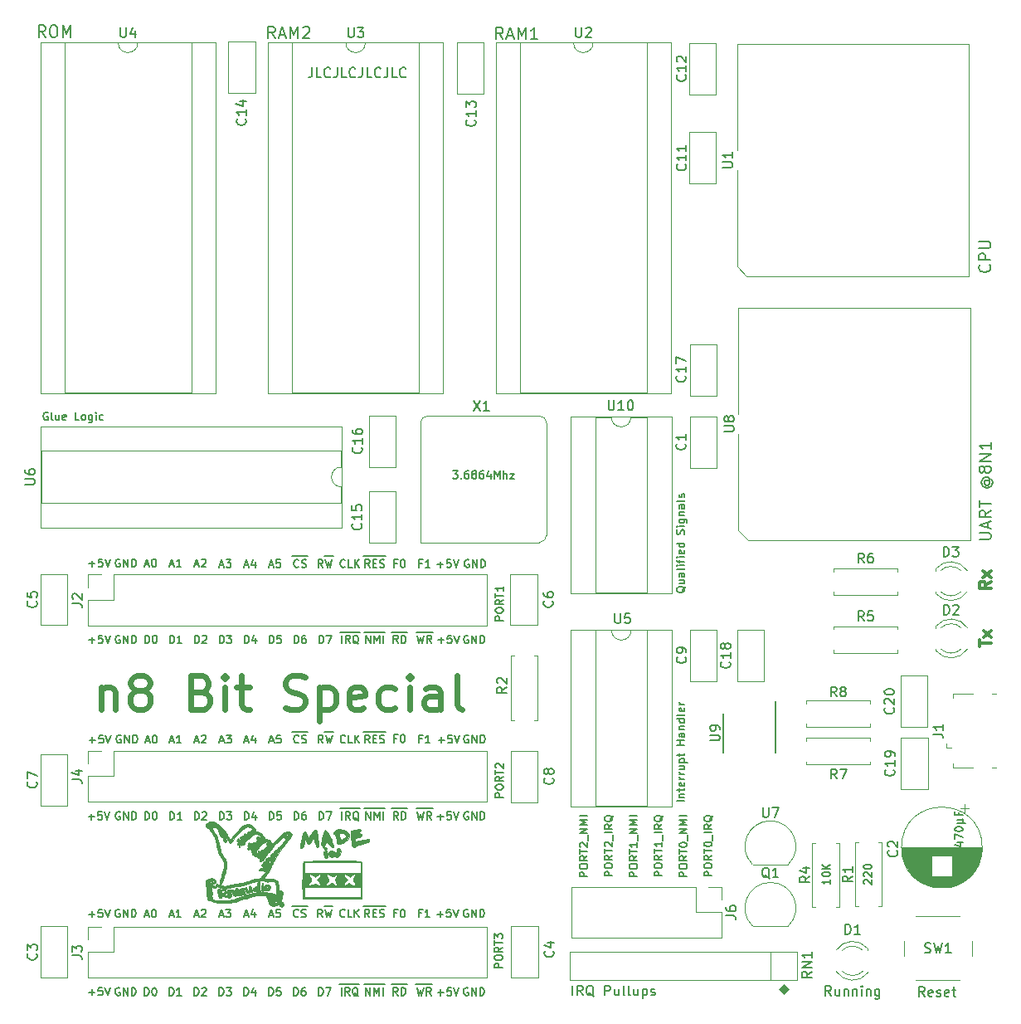
<source format=gbr>
%TF.GenerationSoftware,KiCad,Pcbnew,(5.1.12-1-10_14)*%
%TF.CreationDate,2022-01-05T12:48:35+01:00*%
%TF.ProjectId,n8 bit special,6e382062-6974-4207-9370-656369616c2e,2*%
%TF.SameCoordinates,Original*%
%TF.FileFunction,Legend,Top*%
%TF.FilePolarity,Positive*%
%FSLAX46Y46*%
G04 Gerber Fmt 4.6, Leading zero omitted, Abs format (unit mm)*
G04 Created by KiCad (PCBNEW (5.1.12-1-10_14)) date 2022-01-05 12:48:35*
%MOMM*%
%LPD*%
G01*
G04 APERTURE LIST*
%ADD10C,0.150000*%
%ADD11C,0.300000*%
%ADD12C,0.200000*%
%ADD13C,0.100000*%
%ADD14C,0.600000*%
%ADD15C,0.010000*%
%ADD16C,0.120000*%
G04 APERTURE END LIST*
D10*
X132999556Y-130506520D02*
X132923365Y-130468424D01*
X132809080Y-130468424D01*
X132694794Y-130506520D01*
X132618603Y-130582710D01*
X132580508Y-130658900D01*
X132542413Y-130811281D01*
X132542413Y-130925567D01*
X132580508Y-131077948D01*
X132618603Y-131154139D01*
X132694794Y-131230329D01*
X132809080Y-131268424D01*
X132885270Y-131268424D01*
X132999556Y-131230329D01*
X133037651Y-131192234D01*
X133037651Y-130925567D01*
X132885270Y-130925567D01*
X133380508Y-131268424D02*
X133380508Y-130468424D01*
X133837651Y-131268424D01*
X133837651Y-130468424D01*
X134218603Y-131268424D02*
X134218603Y-130468424D01*
X134409080Y-130468424D01*
X134523365Y-130506520D01*
X134599556Y-130582710D01*
X134637651Y-130658900D01*
X134675746Y-130811281D01*
X134675746Y-130925567D01*
X134637651Y-131077948D01*
X134599556Y-131154139D01*
X134523365Y-131230329D01*
X134409080Y-131268424D01*
X134218603Y-131268424D01*
X122306222Y-130135520D02*
X123106222Y-130135520D01*
X122953841Y-131268424D02*
X122687175Y-130887472D01*
X122496699Y-131268424D02*
X122496699Y-130468424D01*
X122801460Y-130468424D01*
X122877651Y-130506520D01*
X122915746Y-130544615D01*
X122953841Y-130620805D01*
X122953841Y-130735091D01*
X122915746Y-130811281D01*
X122877651Y-130849377D01*
X122801460Y-130887472D01*
X122496699Y-130887472D01*
X123106222Y-130135520D02*
X123830032Y-130135520D01*
X123296699Y-130849377D02*
X123563365Y-130849377D01*
X123677651Y-131268424D02*
X123296699Y-131268424D01*
X123296699Y-130468424D01*
X123677651Y-130468424D01*
X123830032Y-130135520D02*
X124591937Y-130135520D01*
X123982413Y-131230329D02*
X124096699Y-131268424D01*
X124287175Y-131268424D01*
X124363365Y-131230329D01*
X124401460Y-131192234D01*
X124439556Y-131116043D01*
X124439556Y-131039853D01*
X124401460Y-130963662D01*
X124363365Y-130925567D01*
X124287175Y-130887472D01*
X124134794Y-130849377D01*
X124058603Y-130811281D01*
X124020508Y-130773186D01*
X123982413Y-130696996D01*
X123982413Y-130620805D01*
X124020508Y-130544615D01*
X124058603Y-130506520D01*
X124134794Y-130468424D01*
X124325270Y-130468424D01*
X124439556Y-130506520D01*
X129862708Y-130950962D02*
X130472232Y-130950962D01*
X130167470Y-131255724D02*
X130167470Y-130646200D01*
X131234137Y-130455724D02*
X130853184Y-130455724D01*
X130815089Y-130836677D01*
X130853184Y-130798581D01*
X130929375Y-130760486D01*
X131119851Y-130760486D01*
X131196041Y-130798581D01*
X131234137Y-130836677D01*
X131272232Y-130912867D01*
X131272232Y-131103343D01*
X131234137Y-131179534D01*
X131196041Y-131217629D01*
X131119851Y-131255724D01*
X130929375Y-131255724D01*
X130853184Y-131217629D01*
X130815089Y-131179534D01*
X131500803Y-130455724D02*
X131767470Y-131255724D01*
X132034137Y-130455724D01*
X118159556Y-131268424D02*
X117892889Y-130887472D01*
X117702413Y-131268424D02*
X117702413Y-130468424D01*
X118007175Y-130468424D01*
X118083365Y-130506520D01*
X118121460Y-130544615D01*
X118159556Y-130620805D01*
X118159556Y-130735091D01*
X118121460Y-130811281D01*
X118083365Y-130849377D01*
X118007175Y-130887472D01*
X117702413Y-130887472D01*
X118311937Y-130135520D02*
X119226222Y-130135520D01*
X118426222Y-130468424D02*
X118616699Y-131268424D01*
X118769080Y-130696996D01*
X118921460Y-131268424D01*
X119111937Y-130468424D01*
X100017651Y-131039853D02*
X100398603Y-131039853D01*
X99941460Y-131268424D02*
X100208127Y-130468424D01*
X100474794Y-131268424D01*
X100893841Y-130468424D02*
X100970032Y-130468424D01*
X101046222Y-130506520D01*
X101084318Y-130544615D01*
X101122413Y-130620805D01*
X101160508Y-130773186D01*
X101160508Y-130963662D01*
X101122413Y-131116043D01*
X101084318Y-131192234D01*
X101046222Y-131230329D01*
X100970032Y-131268424D01*
X100893841Y-131268424D01*
X100817651Y-131230329D01*
X100779556Y-131192234D01*
X100741460Y-131116043D01*
X100703365Y-130963662D01*
X100703365Y-130773186D01*
X100741460Y-130620805D01*
X100779556Y-130544615D01*
X100817651Y-130506520D01*
X100893841Y-130468424D01*
X97439556Y-130506520D02*
X97363365Y-130468424D01*
X97249080Y-130468424D01*
X97134794Y-130506520D01*
X97058603Y-130582710D01*
X97020508Y-130658900D01*
X96982413Y-130811281D01*
X96982413Y-130925567D01*
X97020508Y-131077948D01*
X97058603Y-131154139D01*
X97134794Y-131230329D01*
X97249080Y-131268424D01*
X97325270Y-131268424D01*
X97439556Y-131230329D01*
X97477651Y-131192234D01*
X97477651Y-130925567D01*
X97325270Y-130925567D01*
X97820508Y-131268424D02*
X97820508Y-130468424D01*
X98277651Y-131268424D01*
X98277651Y-130468424D01*
X98658603Y-131268424D02*
X98658603Y-130468424D01*
X98849080Y-130468424D01*
X98963365Y-130506520D01*
X99039556Y-130582710D01*
X99077651Y-130658900D01*
X99115746Y-130811281D01*
X99115746Y-130925567D01*
X99077651Y-131077948D01*
X99039556Y-131154139D01*
X98963365Y-131230329D01*
X98849080Y-131268424D01*
X98658603Y-131268424D01*
X105097651Y-131039853D02*
X105478603Y-131039853D01*
X105021460Y-131268424D02*
X105288127Y-130468424D01*
X105554794Y-131268424D01*
X105783365Y-130544615D02*
X105821460Y-130506520D01*
X105897651Y-130468424D01*
X106088127Y-130468424D01*
X106164318Y-130506520D01*
X106202413Y-130544615D01*
X106240508Y-130620805D01*
X106240508Y-130696996D01*
X106202413Y-130811281D01*
X105745270Y-131268424D01*
X106240508Y-131268424D01*
X94302708Y-130963662D02*
X94912232Y-130963662D01*
X94607470Y-131268424D02*
X94607470Y-130658900D01*
X95674137Y-130468424D02*
X95293184Y-130468424D01*
X95255089Y-130849377D01*
X95293184Y-130811281D01*
X95369375Y-130773186D01*
X95559851Y-130773186D01*
X95636041Y-130811281D01*
X95674137Y-130849377D01*
X95712232Y-130925567D01*
X95712232Y-131116043D01*
X95674137Y-131192234D01*
X95636041Y-131230329D01*
X95559851Y-131268424D01*
X95369375Y-131268424D01*
X95293184Y-131230329D01*
X95255089Y-131192234D01*
X95940803Y-130468424D02*
X96207470Y-131268424D01*
X96474137Y-130468424D01*
X102557651Y-131039853D02*
X102938603Y-131039853D01*
X102481460Y-131268424D02*
X102748127Y-130468424D01*
X103014794Y-131268424D01*
X103700508Y-131268424D02*
X103243365Y-131268424D01*
X103471937Y-131268424D02*
X103471937Y-130468424D01*
X103395746Y-130582710D01*
X103319556Y-130658900D01*
X103243365Y-130696996D01*
X128262413Y-130849377D02*
X127995746Y-130849377D01*
X127995746Y-131268424D02*
X127995746Y-130468424D01*
X128376699Y-130468424D01*
X129100508Y-131268424D02*
X128643365Y-131268424D01*
X128871937Y-131268424D02*
X128871937Y-130468424D01*
X128795746Y-130582710D01*
X128719556Y-130658900D01*
X128643365Y-130696996D01*
X120432889Y-131192234D02*
X120394794Y-131230329D01*
X120280508Y-131268424D01*
X120204318Y-131268424D01*
X120090032Y-131230329D01*
X120013841Y-131154139D01*
X119975746Y-131077948D01*
X119937651Y-130925567D01*
X119937651Y-130811281D01*
X119975746Y-130658900D01*
X120013841Y-130582710D01*
X120090032Y-130506520D01*
X120204318Y-130468424D01*
X120280508Y-130468424D01*
X120394794Y-130506520D01*
X120432889Y-130544615D01*
X121156699Y-131268424D02*
X120775746Y-131268424D01*
X120775746Y-130468424D01*
X121423365Y-131268424D02*
X121423365Y-130468424D01*
X121880508Y-131268424D02*
X121537651Y-130811281D01*
X121880508Y-130468424D02*
X121423365Y-130925567D01*
X125722413Y-130849377D02*
X125455746Y-130849377D01*
X125455746Y-131268424D02*
X125455746Y-130468424D01*
X125836699Y-130468424D01*
X126293841Y-130468424D02*
X126370032Y-130468424D01*
X126446222Y-130506520D01*
X126484318Y-130544615D01*
X126522413Y-130620805D01*
X126560508Y-130773186D01*
X126560508Y-130963662D01*
X126522413Y-131116043D01*
X126484318Y-131192234D01*
X126446222Y-131230329D01*
X126370032Y-131268424D01*
X126293841Y-131268424D01*
X126217651Y-131230329D01*
X126179556Y-131192234D01*
X126141460Y-131116043D01*
X126103365Y-130963662D01*
X126103365Y-130773186D01*
X126141460Y-130620805D01*
X126179556Y-130544615D01*
X126217651Y-130506520D01*
X126293841Y-130468424D01*
X107637651Y-131039853D02*
X108018603Y-131039853D01*
X107561460Y-131268424D02*
X107828127Y-130468424D01*
X108094794Y-131268424D01*
X108285270Y-130468424D02*
X108780508Y-130468424D01*
X108513841Y-130773186D01*
X108628127Y-130773186D01*
X108704318Y-130811281D01*
X108742413Y-130849377D01*
X108780508Y-130925567D01*
X108780508Y-131116043D01*
X108742413Y-131192234D01*
X108704318Y-131230329D01*
X108628127Y-131268424D01*
X108399556Y-131268424D01*
X108323365Y-131230329D01*
X108285270Y-131192234D01*
X115048127Y-130135520D02*
X115848127Y-130135520D01*
X115695746Y-131192234D02*
X115657651Y-131230329D01*
X115543365Y-131268424D01*
X115467175Y-131268424D01*
X115352889Y-131230329D01*
X115276699Y-131154139D01*
X115238603Y-131077948D01*
X115200508Y-130925567D01*
X115200508Y-130811281D01*
X115238603Y-130658900D01*
X115276699Y-130582710D01*
X115352889Y-130506520D01*
X115467175Y-130468424D01*
X115543365Y-130468424D01*
X115657651Y-130506520D01*
X115695746Y-130544615D01*
X115848127Y-130135520D02*
X116610032Y-130135520D01*
X116000508Y-131230329D02*
X116114794Y-131268424D01*
X116305270Y-131268424D01*
X116381460Y-131230329D01*
X116419556Y-131192234D01*
X116457651Y-131116043D01*
X116457651Y-131039853D01*
X116419556Y-130963662D01*
X116381460Y-130925567D01*
X116305270Y-130887472D01*
X116152889Y-130849377D01*
X116076699Y-130811281D01*
X116038603Y-130773186D01*
X116000508Y-130696996D01*
X116000508Y-130620805D01*
X116038603Y-130544615D01*
X116076699Y-130506520D01*
X116152889Y-130468424D01*
X116343365Y-130468424D01*
X116457651Y-130506520D01*
X112717651Y-131039853D02*
X113098603Y-131039853D01*
X112641460Y-131268424D02*
X112908127Y-130468424D01*
X113174794Y-131268424D01*
X113822413Y-130468424D02*
X113441460Y-130468424D01*
X113403365Y-130849377D01*
X113441460Y-130811281D01*
X113517651Y-130773186D01*
X113708127Y-130773186D01*
X113784318Y-130811281D01*
X113822413Y-130849377D01*
X113860508Y-130925567D01*
X113860508Y-131116043D01*
X113822413Y-131192234D01*
X113784318Y-131230329D01*
X113708127Y-131268424D01*
X113517651Y-131268424D01*
X113441460Y-131230329D01*
X113403365Y-131192234D01*
X110177651Y-131039853D02*
X110558603Y-131039853D01*
X110101460Y-131268424D02*
X110368127Y-130468424D01*
X110634794Y-131268424D01*
X111244318Y-130735091D02*
X111244318Y-131268424D01*
X111053841Y-130430329D02*
X110863365Y-131001758D01*
X111358603Y-131001758D01*
X117085052Y-44575480D02*
X117085052Y-45289766D01*
X117037433Y-45432623D01*
X116942195Y-45527861D01*
X116799338Y-45575480D01*
X116704100Y-45575480D01*
X118037433Y-45575480D02*
X117561242Y-45575480D01*
X117561242Y-44575480D01*
X118942195Y-45480242D02*
X118894576Y-45527861D01*
X118751719Y-45575480D01*
X118656480Y-45575480D01*
X118513623Y-45527861D01*
X118418385Y-45432623D01*
X118370766Y-45337385D01*
X118323147Y-45146909D01*
X118323147Y-45004052D01*
X118370766Y-44813576D01*
X118418385Y-44718338D01*
X118513623Y-44623100D01*
X118656480Y-44575480D01*
X118751719Y-44575480D01*
X118894576Y-44623100D01*
X118942195Y-44670719D01*
X119656480Y-44575480D02*
X119656480Y-45289766D01*
X119608861Y-45432623D01*
X119513623Y-45527861D01*
X119370766Y-45575480D01*
X119275528Y-45575480D01*
X120608861Y-45575480D02*
X120132671Y-45575480D01*
X120132671Y-44575480D01*
X121513623Y-45480242D02*
X121466004Y-45527861D01*
X121323147Y-45575480D01*
X121227909Y-45575480D01*
X121085052Y-45527861D01*
X120989814Y-45432623D01*
X120942195Y-45337385D01*
X120894576Y-45146909D01*
X120894576Y-45004052D01*
X120942195Y-44813576D01*
X120989814Y-44718338D01*
X121085052Y-44623100D01*
X121227909Y-44575480D01*
X121323147Y-44575480D01*
X121466004Y-44623100D01*
X121513623Y-44670719D01*
X122227909Y-44575480D02*
X122227909Y-45289766D01*
X122180290Y-45432623D01*
X122085052Y-45527861D01*
X121942195Y-45575480D01*
X121846957Y-45575480D01*
X123180290Y-45575480D02*
X122704100Y-45575480D01*
X122704100Y-44575480D01*
X124085052Y-45480242D02*
X124037433Y-45527861D01*
X123894576Y-45575480D01*
X123799338Y-45575480D01*
X123656480Y-45527861D01*
X123561242Y-45432623D01*
X123513623Y-45337385D01*
X123466004Y-45146909D01*
X123466004Y-45004052D01*
X123513623Y-44813576D01*
X123561242Y-44718338D01*
X123656480Y-44623100D01*
X123799338Y-44575480D01*
X123894576Y-44575480D01*
X124037433Y-44623100D01*
X124085052Y-44670719D01*
X124799338Y-44575480D02*
X124799338Y-45289766D01*
X124751719Y-45432623D01*
X124656480Y-45527861D01*
X124513623Y-45575480D01*
X124418385Y-45575480D01*
X125751719Y-45575480D02*
X125275528Y-45575480D01*
X125275528Y-44575480D01*
X126656480Y-45480242D02*
X126608861Y-45527861D01*
X126466004Y-45575480D01*
X126370766Y-45575480D01*
X126227909Y-45527861D01*
X126132671Y-45432623D01*
X126085052Y-45337385D01*
X126037433Y-45146909D01*
X126037433Y-45004052D01*
X126085052Y-44813576D01*
X126132671Y-44718338D01*
X126227909Y-44623100D01*
X126370766Y-44575480D01*
X126466004Y-44575480D01*
X126608861Y-44623100D01*
X126656480Y-44670719D01*
D11*
X186394657Y-97002585D02*
X185823228Y-97402585D01*
X186394657Y-97688300D02*
X185194657Y-97688300D01*
X185194657Y-97231157D01*
X185251800Y-97116871D01*
X185308942Y-97059728D01*
X185423228Y-97002585D01*
X185594657Y-97002585D01*
X185708942Y-97059728D01*
X185766085Y-97116871D01*
X185823228Y-97231157D01*
X185823228Y-97688300D01*
X186394657Y-96602585D02*
X185594657Y-95974014D01*
X185594657Y-96602585D02*
X186394657Y-95974014D01*
X185220057Y-103635071D02*
X185220057Y-102949357D01*
X186420057Y-103292214D02*
X185220057Y-103292214D01*
X186420057Y-102663642D02*
X185620057Y-102035071D01*
X185620057Y-102663642D02*
X186420057Y-102035071D01*
D10*
X170059623Y-139263380D02*
X169726290Y-138787190D01*
X169488195Y-139263380D02*
X169488195Y-138263380D01*
X169869147Y-138263380D01*
X169964385Y-138311000D01*
X170012004Y-138358619D01*
X170059623Y-138453857D01*
X170059623Y-138596714D01*
X170012004Y-138691952D01*
X169964385Y-138739571D01*
X169869147Y-138787190D01*
X169488195Y-138787190D01*
X170916766Y-138596714D02*
X170916766Y-139263380D01*
X170488195Y-138596714D02*
X170488195Y-139120523D01*
X170535814Y-139215761D01*
X170631052Y-139263380D01*
X170773909Y-139263380D01*
X170869147Y-139215761D01*
X170916766Y-139168142D01*
X171392957Y-138596714D02*
X171392957Y-139263380D01*
X171392957Y-138691952D02*
X171440576Y-138644333D01*
X171535814Y-138596714D01*
X171678671Y-138596714D01*
X171773909Y-138644333D01*
X171821528Y-138739571D01*
X171821528Y-139263380D01*
X172297719Y-138596714D02*
X172297719Y-139263380D01*
X172297719Y-138691952D02*
X172345338Y-138644333D01*
X172440576Y-138596714D01*
X172583433Y-138596714D01*
X172678671Y-138644333D01*
X172726290Y-138739571D01*
X172726290Y-139263380D01*
X173202480Y-139263380D02*
X173202480Y-138596714D01*
X173202480Y-138263380D02*
X173154861Y-138311000D01*
X173202480Y-138358619D01*
X173250100Y-138311000D01*
X173202480Y-138263380D01*
X173202480Y-138358619D01*
X173678671Y-138596714D02*
X173678671Y-139263380D01*
X173678671Y-138691952D02*
X173726290Y-138644333D01*
X173821528Y-138596714D01*
X173964385Y-138596714D01*
X174059623Y-138644333D01*
X174107242Y-138739571D01*
X174107242Y-139263380D01*
X175012004Y-138596714D02*
X175012004Y-139406238D01*
X174964385Y-139501476D01*
X174916766Y-139549095D01*
X174821528Y-139596714D01*
X174678671Y-139596714D01*
X174583433Y-139549095D01*
X175012004Y-139215761D02*
X174916766Y-139263380D01*
X174726290Y-139263380D01*
X174631052Y-139215761D01*
X174583433Y-139168142D01*
X174535814Y-139072904D01*
X174535814Y-138787190D01*
X174583433Y-138691952D01*
X174631052Y-138644333D01*
X174726290Y-138596714D01*
X174916766Y-138596714D01*
X175012004Y-138644333D01*
X155174895Y-97540190D02*
X155136800Y-97616380D01*
X155060609Y-97692571D01*
X154946323Y-97806857D01*
X154908228Y-97883047D01*
X154908228Y-97959238D01*
X155098704Y-97921142D02*
X155060609Y-97997333D01*
X154984419Y-98073523D01*
X154832038Y-98111619D01*
X154565371Y-98111619D01*
X154412990Y-98073523D01*
X154336800Y-97997333D01*
X154298704Y-97921142D01*
X154298704Y-97768761D01*
X154336800Y-97692571D01*
X154412990Y-97616380D01*
X154565371Y-97578285D01*
X154832038Y-97578285D01*
X154984419Y-97616380D01*
X155060609Y-97692571D01*
X155098704Y-97768761D01*
X155098704Y-97921142D01*
X154565371Y-96892571D02*
X155098704Y-96892571D01*
X154565371Y-97235428D02*
X154984419Y-97235428D01*
X155060609Y-97197333D01*
X155098704Y-97121142D01*
X155098704Y-97006857D01*
X155060609Y-96930666D01*
X155022514Y-96892571D01*
X155098704Y-96168761D02*
X154679657Y-96168761D01*
X154603466Y-96206857D01*
X154565371Y-96283047D01*
X154565371Y-96435428D01*
X154603466Y-96511619D01*
X155060609Y-96168761D02*
X155098704Y-96244952D01*
X155098704Y-96435428D01*
X155060609Y-96511619D01*
X154984419Y-96549714D01*
X154908228Y-96549714D01*
X154832038Y-96511619D01*
X154793942Y-96435428D01*
X154793942Y-96244952D01*
X154755847Y-96168761D01*
X155098704Y-95673523D02*
X155060609Y-95749714D01*
X154984419Y-95787809D01*
X154298704Y-95787809D01*
X155098704Y-95368761D02*
X154565371Y-95368761D01*
X154298704Y-95368761D02*
X154336800Y-95406857D01*
X154374895Y-95368761D01*
X154336800Y-95330666D01*
X154298704Y-95368761D01*
X154374895Y-95368761D01*
X154565371Y-95102095D02*
X154565371Y-94797333D01*
X155098704Y-94987809D02*
X154412990Y-94987809D01*
X154336800Y-94949714D01*
X154298704Y-94873523D01*
X154298704Y-94797333D01*
X155098704Y-94530666D02*
X154565371Y-94530666D01*
X154298704Y-94530666D02*
X154336800Y-94568761D01*
X154374895Y-94530666D01*
X154336800Y-94492571D01*
X154298704Y-94530666D01*
X154374895Y-94530666D01*
X155060609Y-93844952D02*
X155098704Y-93921142D01*
X155098704Y-94073523D01*
X155060609Y-94149714D01*
X154984419Y-94187809D01*
X154679657Y-94187809D01*
X154603466Y-94149714D01*
X154565371Y-94073523D01*
X154565371Y-93921142D01*
X154603466Y-93844952D01*
X154679657Y-93806857D01*
X154755847Y-93806857D01*
X154832038Y-94187809D01*
X155098704Y-93121142D02*
X154298704Y-93121142D01*
X155060609Y-93121142D02*
X155098704Y-93197333D01*
X155098704Y-93349714D01*
X155060609Y-93425904D01*
X155022514Y-93464000D01*
X154946323Y-93502095D01*
X154717752Y-93502095D01*
X154641561Y-93464000D01*
X154603466Y-93425904D01*
X154565371Y-93349714D01*
X154565371Y-93197333D01*
X154603466Y-93121142D01*
X155060609Y-92168761D02*
X155098704Y-92054476D01*
X155098704Y-91864000D01*
X155060609Y-91787809D01*
X155022514Y-91749714D01*
X154946323Y-91711619D01*
X154870133Y-91711619D01*
X154793942Y-91749714D01*
X154755847Y-91787809D01*
X154717752Y-91864000D01*
X154679657Y-92016380D01*
X154641561Y-92092571D01*
X154603466Y-92130666D01*
X154527276Y-92168761D01*
X154451085Y-92168761D01*
X154374895Y-92130666D01*
X154336800Y-92092571D01*
X154298704Y-92016380D01*
X154298704Y-91825904D01*
X154336800Y-91711619D01*
X155098704Y-91368761D02*
X154565371Y-91368761D01*
X154298704Y-91368761D02*
X154336800Y-91406857D01*
X154374895Y-91368761D01*
X154336800Y-91330666D01*
X154298704Y-91368761D01*
X154374895Y-91368761D01*
X154565371Y-90644952D02*
X155212990Y-90644952D01*
X155289180Y-90683047D01*
X155327276Y-90721142D01*
X155365371Y-90797333D01*
X155365371Y-90911619D01*
X155327276Y-90987809D01*
X155060609Y-90644952D02*
X155098704Y-90721142D01*
X155098704Y-90873523D01*
X155060609Y-90949714D01*
X155022514Y-90987809D01*
X154946323Y-91025904D01*
X154717752Y-91025904D01*
X154641561Y-90987809D01*
X154603466Y-90949714D01*
X154565371Y-90873523D01*
X154565371Y-90721142D01*
X154603466Y-90644952D01*
X154565371Y-90264000D02*
X155098704Y-90264000D01*
X154641561Y-90264000D02*
X154603466Y-90225904D01*
X154565371Y-90149714D01*
X154565371Y-90035428D01*
X154603466Y-89959238D01*
X154679657Y-89921142D01*
X155098704Y-89921142D01*
X155098704Y-89197333D02*
X154679657Y-89197333D01*
X154603466Y-89235428D01*
X154565371Y-89311619D01*
X154565371Y-89464000D01*
X154603466Y-89540190D01*
X155060609Y-89197333D02*
X155098704Y-89273523D01*
X155098704Y-89464000D01*
X155060609Y-89540190D01*
X154984419Y-89578285D01*
X154908228Y-89578285D01*
X154832038Y-89540190D01*
X154793942Y-89464000D01*
X154793942Y-89273523D01*
X154755847Y-89197333D01*
X155098704Y-88702095D02*
X155060609Y-88778285D01*
X154984419Y-88816380D01*
X154298704Y-88816380D01*
X155060609Y-88435428D02*
X155098704Y-88359238D01*
X155098704Y-88206857D01*
X155060609Y-88130666D01*
X154984419Y-88092571D01*
X154946323Y-88092571D01*
X154870133Y-88130666D01*
X154832038Y-88206857D01*
X154832038Y-88321142D01*
X154793942Y-88397333D01*
X154717752Y-88435428D01*
X154679657Y-88435428D01*
X154603466Y-88397333D01*
X154565371Y-88321142D01*
X154565371Y-88206857D01*
X154603466Y-88130666D01*
D12*
X185194657Y-92722085D02*
X186166085Y-92722085D01*
X186280371Y-92664942D01*
X186337514Y-92607800D01*
X186394657Y-92493514D01*
X186394657Y-92264942D01*
X186337514Y-92150657D01*
X186280371Y-92093514D01*
X186166085Y-92036371D01*
X185194657Y-92036371D01*
X186051800Y-91522085D02*
X186051800Y-90950657D01*
X186394657Y-91636371D02*
X185194657Y-91236371D01*
X186394657Y-90836371D01*
X186394657Y-89750657D02*
X185823228Y-90150657D01*
X186394657Y-90436371D02*
X185194657Y-90436371D01*
X185194657Y-89979228D01*
X185251800Y-89864942D01*
X185308942Y-89807800D01*
X185423228Y-89750657D01*
X185594657Y-89750657D01*
X185708942Y-89807800D01*
X185766085Y-89864942D01*
X185823228Y-89979228D01*
X185823228Y-90436371D01*
X185194657Y-89407800D02*
X185194657Y-88722085D01*
X186394657Y-89064942D02*
X185194657Y-89064942D01*
X185823228Y-86664942D02*
X185766085Y-86722085D01*
X185708942Y-86836371D01*
X185708942Y-86950657D01*
X185766085Y-87064942D01*
X185823228Y-87122085D01*
X185937514Y-87179228D01*
X186051800Y-87179228D01*
X186166085Y-87122085D01*
X186223228Y-87064942D01*
X186280371Y-86950657D01*
X186280371Y-86836371D01*
X186223228Y-86722085D01*
X186166085Y-86664942D01*
X185708942Y-86664942D02*
X186166085Y-86664942D01*
X186223228Y-86607800D01*
X186223228Y-86550657D01*
X186166085Y-86436371D01*
X186051800Y-86379228D01*
X185766085Y-86379228D01*
X185594657Y-86493514D01*
X185480371Y-86664942D01*
X185423228Y-86893514D01*
X185480371Y-87122085D01*
X185594657Y-87293514D01*
X185766085Y-87407800D01*
X185994657Y-87464942D01*
X186223228Y-87407800D01*
X186394657Y-87293514D01*
X186508942Y-87122085D01*
X186566085Y-86893514D01*
X186508942Y-86664942D01*
X186394657Y-86493514D01*
X185708942Y-85693514D02*
X185651800Y-85807800D01*
X185594657Y-85864942D01*
X185480371Y-85922085D01*
X185423228Y-85922085D01*
X185308942Y-85864942D01*
X185251800Y-85807800D01*
X185194657Y-85693514D01*
X185194657Y-85464942D01*
X185251800Y-85350657D01*
X185308942Y-85293514D01*
X185423228Y-85236371D01*
X185480371Y-85236371D01*
X185594657Y-85293514D01*
X185651800Y-85350657D01*
X185708942Y-85464942D01*
X185708942Y-85693514D01*
X185766085Y-85807800D01*
X185823228Y-85864942D01*
X185937514Y-85922085D01*
X186166085Y-85922085D01*
X186280371Y-85864942D01*
X186337514Y-85807800D01*
X186394657Y-85693514D01*
X186394657Y-85464942D01*
X186337514Y-85350657D01*
X186280371Y-85293514D01*
X186166085Y-85236371D01*
X185937514Y-85236371D01*
X185823228Y-85293514D01*
X185766085Y-85350657D01*
X185708942Y-85464942D01*
X186394657Y-84722085D02*
X185194657Y-84722085D01*
X186394657Y-84036371D01*
X185194657Y-84036371D01*
X186394657Y-82836371D02*
X186394657Y-83522085D01*
X186394657Y-83179228D02*
X185194657Y-83179228D01*
X185366085Y-83293514D01*
X185480371Y-83407800D01*
X185537514Y-83522085D01*
D10*
X169957704Y-127425380D02*
X169957704Y-127882523D01*
X169957704Y-127653952D02*
X169157704Y-127653952D01*
X169271990Y-127730142D01*
X169348180Y-127806333D01*
X169386276Y-127882523D01*
X169157704Y-126930142D02*
X169157704Y-126853952D01*
X169195800Y-126777761D01*
X169233895Y-126739666D01*
X169310085Y-126701571D01*
X169462466Y-126663476D01*
X169652942Y-126663476D01*
X169805323Y-126701571D01*
X169881514Y-126739666D01*
X169919609Y-126777761D01*
X169957704Y-126853952D01*
X169957704Y-126930142D01*
X169919609Y-127006333D01*
X169881514Y-127044428D01*
X169805323Y-127082523D01*
X169652942Y-127120619D01*
X169462466Y-127120619D01*
X169310085Y-127082523D01*
X169233895Y-127044428D01*
X169195800Y-127006333D01*
X169157704Y-126930142D01*
X169957704Y-126320619D02*
X169157704Y-126320619D01*
X169957704Y-125863476D02*
X169500561Y-126206333D01*
X169157704Y-125863476D02*
X169614847Y-126320619D01*
X131470790Y-85718704D02*
X131966028Y-85718704D01*
X131699361Y-86023466D01*
X131813647Y-86023466D01*
X131889838Y-86061561D01*
X131927933Y-86099657D01*
X131966028Y-86175847D01*
X131966028Y-86366323D01*
X131927933Y-86442514D01*
X131889838Y-86480609D01*
X131813647Y-86518704D01*
X131585076Y-86518704D01*
X131508885Y-86480609D01*
X131470790Y-86442514D01*
X132308885Y-86442514D02*
X132346980Y-86480609D01*
X132308885Y-86518704D01*
X132270790Y-86480609D01*
X132308885Y-86442514D01*
X132308885Y-86518704D01*
X133032695Y-85718704D02*
X132880314Y-85718704D01*
X132804123Y-85756800D01*
X132766028Y-85794895D01*
X132689838Y-85909180D01*
X132651742Y-86061561D01*
X132651742Y-86366323D01*
X132689838Y-86442514D01*
X132727933Y-86480609D01*
X132804123Y-86518704D01*
X132956504Y-86518704D01*
X133032695Y-86480609D01*
X133070790Y-86442514D01*
X133108885Y-86366323D01*
X133108885Y-86175847D01*
X133070790Y-86099657D01*
X133032695Y-86061561D01*
X132956504Y-86023466D01*
X132804123Y-86023466D01*
X132727933Y-86061561D01*
X132689838Y-86099657D01*
X132651742Y-86175847D01*
X133566028Y-86061561D02*
X133489838Y-86023466D01*
X133451742Y-85985371D01*
X133413647Y-85909180D01*
X133413647Y-85871085D01*
X133451742Y-85794895D01*
X133489838Y-85756800D01*
X133566028Y-85718704D01*
X133718409Y-85718704D01*
X133794600Y-85756800D01*
X133832695Y-85794895D01*
X133870790Y-85871085D01*
X133870790Y-85909180D01*
X133832695Y-85985371D01*
X133794600Y-86023466D01*
X133718409Y-86061561D01*
X133566028Y-86061561D01*
X133489838Y-86099657D01*
X133451742Y-86137752D01*
X133413647Y-86213942D01*
X133413647Y-86366323D01*
X133451742Y-86442514D01*
X133489838Y-86480609D01*
X133566028Y-86518704D01*
X133718409Y-86518704D01*
X133794600Y-86480609D01*
X133832695Y-86442514D01*
X133870790Y-86366323D01*
X133870790Y-86213942D01*
X133832695Y-86137752D01*
X133794600Y-86099657D01*
X133718409Y-86061561D01*
X134556504Y-85718704D02*
X134404123Y-85718704D01*
X134327933Y-85756800D01*
X134289838Y-85794895D01*
X134213647Y-85909180D01*
X134175552Y-86061561D01*
X134175552Y-86366323D01*
X134213647Y-86442514D01*
X134251742Y-86480609D01*
X134327933Y-86518704D01*
X134480314Y-86518704D01*
X134556504Y-86480609D01*
X134594600Y-86442514D01*
X134632695Y-86366323D01*
X134632695Y-86175847D01*
X134594600Y-86099657D01*
X134556504Y-86061561D01*
X134480314Y-86023466D01*
X134327933Y-86023466D01*
X134251742Y-86061561D01*
X134213647Y-86099657D01*
X134175552Y-86175847D01*
X135318409Y-85985371D02*
X135318409Y-86518704D01*
X135127933Y-85680609D02*
X134937457Y-86252038D01*
X135432695Y-86252038D01*
X135737457Y-86518704D02*
X135737457Y-85718704D01*
X136004123Y-86290133D01*
X136270790Y-85718704D01*
X136270790Y-86518704D01*
X136651742Y-86518704D02*
X136651742Y-85718704D01*
X136994600Y-86518704D02*
X136994600Y-86099657D01*
X136956504Y-86023466D01*
X136880314Y-85985371D01*
X136766028Y-85985371D01*
X136689838Y-86023466D01*
X136651742Y-86061561D01*
X137299361Y-85985371D02*
X137718409Y-85985371D01*
X137299361Y-86518704D01*
X137718409Y-86518704D01*
X182975271Y-123647028D02*
X183508604Y-123647028D01*
X182670509Y-123837504D02*
X183241938Y-124027980D01*
X183241938Y-123532742D01*
X182708604Y-123304171D02*
X182708604Y-122770838D01*
X183508604Y-123113695D01*
X182708604Y-122313695D02*
X182708604Y-122237504D01*
X182746700Y-122161314D01*
X182784795Y-122123219D01*
X182860985Y-122085123D01*
X183013366Y-122047028D01*
X183203842Y-122047028D01*
X183356223Y-122085123D01*
X183432414Y-122123219D01*
X183470509Y-122161314D01*
X183508604Y-122237504D01*
X183508604Y-122313695D01*
X183470509Y-122389885D01*
X183432414Y-122427980D01*
X183356223Y-122466076D01*
X183203842Y-122504171D01*
X183013366Y-122504171D01*
X182860985Y-122466076D01*
X182784795Y-122427980D01*
X182746700Y-122389885D01*
X182708604Y-122313695D01*
X182975271Y-121704171D02*
X183775271Y-121704171D01*
X183394319Y-121323219D02*
X183470509Y-121285123D01*
X183508604Y-121208933D01*
X183394319Y-121704171D02*
X183470509Y-121666076D01*
X183508604Y-121589885D01*
X183508604Y-121437504D01*
X183470509Y-121361314D01*
X183394319Y-121323219D01*
X182975271Y-121323219D01*
X183089557Y-120599409D02*
X183089557Y-120866076D01*
X183508604Y-120866076D02*
X182708604Y-120866076D01*
X182708604Y-120485123D01*
X173488395Y-127863476D02*
X173450300Y-127825380D01*
X173412204Y-127749190D01*
X173412204Y-127558714D01*
X173450300Y-127482523D01*
X173488395Y-127444428D01*
X173564585Y-127406333D01*
X173640776Y-127406333D01*
X173755061Y-127444428D01*
X174212204Y-127901571D01*
X174212204Y-127406333D01*
X173488395Y-127101571D02*
X173450300Y-127063476D01*
X173412204Y-126987285D01*
X173412204Y-126796809D01*
X173450300Y-126720619D01*
X173488395Y-126682523D01*
X173564585Y-126644428D01*
X173640776Y-126644428D01*
X173755061Y-126682523D01*
X174212204Y-127139666D01*
X174212204Y-126644428D01*
X173412204Y-126149190D02*
X173412204Y-126073000D01*
X173450300Y-125996809D01*
X173488395Y-125958714D01*
X173564585Y-125920619D01*
X173716966Y-125882523D01*
X173907442Y-125882523D01*
X174059823Y-125920619D01*
X174136014Y-125958714D01*
X174174109Y-125996809D01*
X174212204Y-126073000D01*
X174212204Y-126149190D01*
X174174109Y-126225380D01*
X174136014Y-126263476D01*
X174059823Y-126301571D01*
X173907442Y-126339666D01*
X173716966Y-126339666D01*
X173564585Y-126301571D01*
X173488395Y-126263476D01*
X173450300Y-126225380D01*
X173412204Y-126149190D01*
X179609904Y-139364980D02*
X179276571Y-138888790D01*
X179038476Y-139364980D02*
X179038476Y-138364980D01*
X179419428Y-138364980D01*
X179514666Y-138412600D01*
X179562285Y-138460219D01*
X179609904Y-138555457D01*
X179609904Y-138698314D01*
X179562285Y-138793552D01*
X179514666Y-138841171D01*
X179419428Y-138888790D01*
X179038476Y-138888790D01*
X180419428Y-139317361D02*
X180324190Y-139364980D01*
X180133714Y-139364980D01*
X180038476Y-139317361D01*
X179990857Y-139222123D01*
X179990857Y-138841171D01*
X180038476Y-138745933D01*
X180133714Y-138698314D01*
X180324190Y-138698314D01*
X180419428Y-138745933D01*
X180467047Y-138841171D01*
X180467047Y-138936409D01*
X179990857Y-139031647D01*
X180848000Y-139317361D02*
X180943238Y-139364980D01*
X181133714Y-139364980D01*
X181228952Y-139317361D01*
X181276571Y-139222123D01*
X181276571Y-139174504D01*
X181228952Y-139079266D01*
X181133714Y-139031647D01*
X180990857Y-139031647D01*
X180895619Y-138984028D01*
X180848000Y-138888790D01*
X180848000Y-138841171D01*
X180895619Y-138745933D01*
X180990857Y-138698314D01*
X181133714Y-138698314D01*
X181228952Y-138745933D01*
X182086095Y-139317361D02*
X181990857Y-139364980D01*
X181800380Y-139364980D01*
X181705142Y-139317361D01*
X181657523Y-139222123D01*
X181657523Y-138841171D01*
X181705142Y-138745933D01*
X181800380Y-138698314D01*
X181990857Y-138698314D01*
X182086095Y-138745933D01*
X182133714Y-138841171D01*
X182133714Y-138936409D01*
X181657523Y-139031647D01*
X182419428Y-138698314D02*
X182800380Y-138698314D01*
X182562285Y-138364980D02*
X182562285Y-139222123D01*
X182609904Y-139317361D01*
X182705142Y-139364980D01*
X182800380Y-139364980D01*
D13*
G36*
X165735000Y-138645900D02*
G01*
X165227000Y-139153900D01*
X164719000Y-138645900D01*
X165227000Y-138137900D01*
X165735000Y-138645900D01*
G37*
X165735000Y-138645900D02*
X165227000Y-139153900D01*
X164719000Y-138645900D01*
X165227000Y-138137900D01*
X165735000Y-138645900D01*
D10*
X155124104Y-119422223D02*
X154324104Y-119422223D01*
X154590771Y-119041271D02*
X155124104Y-119041271D01*
X154666961Y-119041271D02*
X154628866Y-119003176D01*
X154590771Y-118926985D01*
X154590771Y-118812700D01*
X154628866Y-118736509D01*
X154705057Y-118698414D01*
X155124104Y-118698414D01*
X154590771Y-118431747D02*
X154590771Y-118126985D01*
X154324104Y-118317461D02*
X155009819Y-118317461D01*
X155086009Y-118279366D01*
X155124104Y-118203176D01*
X155124104Y-118126985D01*
X155086009Y-117555557D02*
X155124104Y-117631747D01*
X155124104Y-117784128D01*
X155086009Y-117860319D01*
X155009819Y-117898414D01*
X154705057Y-117898414D01*
X154628866Y-117860319D01*
X154590771Y-117784128D01*
X154590771Y-117631747D01*
X154628866Y-117555557D01*
X154705057Y-117517461D01*
X154781247Y-117517461D01*
X154857438Y-117898414D01*
X155124104Y-117174604D02*
X154590771Y-117174604D01*
X154743152Y-117174604D02*
X154666961Y-117136509D01*
X154628866Y-117098414D01*
X154590771Y-117022223D01*
X154590771Y-116946033D01*
X155124104Y-116679366D02*
X154590771Y-116679366D01*
X154743152Y-116679366D02*
X154666961Y-116641271D01*
X154628866Y-116603176D01*
X154590771Y-116526985D01*
X154590771Y-116450795D01*
X154590771Y-115841271D02*
X155124104Y-115841271D01*
X154590771Y-116184128D02*
X155009819Y-116184128D01*
X155086009Y-116146033D01*
X155124104Y-116069842D01*
X155124104Y-115955557D01*
X155086009Y-115879366D01*
X155047914Y-115841271D01*
X154590771Y-115460319D02*
X155390771Y-115460319D01*
X154628866Y-115460319D02*
X154590771Y-115384128D01*
X154590771Y-115231747D01*
X154628866Y-115155557D01*
X154666961Y-115117461D01*
X154743152Y-115079366D01*
X154971723Y-115079366D01*
X155047914Y-115117461D01*
X155086009Y-115155557D01*
X155124104Y-115231747D01*
X155124104Y-115384128D01*
X155086009Y-115460319D01*
X154590771Y-114850795D02*
X154590771Y-114546033D01*
X154324104Y-114736509D02*
X155009819Y-114736509D01*
X155086009Y-114698414D01*
X155124104Y-114622223D01*
X155124104Y-114546033D01*
X155124104Y-113669842D02*
X154324104Y-113669842D01*
X154705057Y-113669842D02*
X154705057Y-113212700D01*
X155124104Y-113212700D02*
X154324104Y-113212700D01*
X155124104Y-112488890D02*
X154705057Y-112488890D01*
X154628866Y-112526985D01*
X154590771Y-112603176D01*
X154590771Y-112755557D01*
X154628866Y-112831747D01*
X155086009Y-112488890D02*
X155124104Y-112565080D01*
X155124104Y-112755557D01*
X155086009Y-112831747D01*
X155009819Y-112869842D01*
X154933628Y-112869842D01*
X154857438Y-112831747D01*
X154819342Y-112755557D01*
X154819342Y-112565080D01*
X154781247Y-112488890D01*
X154590771Y-112107938D02*
X155124104Y-112107938D01*
X154666961Y-112107938D02*
X154628866Y-112069842D01*
X154590771Y-111993652D01*
X154590771Y-111879366D01*
X154628866Y-111803176D01*
X154705057Y-111765080D01*
X155124104Y-111765080D01*
X155124104Y-111041271D02*
X154324104Y-111041271D01*
X155086009Y-111041271D02*
X155124104Y-111117461D01*
X155124104Y-111269842D01*
X155086009Y-111346033D01*
X155047914Y-111384128D01*
X154971723Y-111422223D01*
X154743152Y-111422223D01*
X154666961Y-111384128D01*
X154628866Y-111346033D01*
X154590771Y-111269842D01*
X154590771Y-111117461D01*
X154628866Y-111041271D01*
X155124104Y-110546033D02*
X155086009Y-110622223D01*
X155009819Y-110660319D01*
X154324104Y-110660319D01*
X155086009Y-109936509D02*
X155124104Y-110012700D01*
X155124104Y-110165080D01*
X155086009Y-110241271D01*
X155009819Y-110279366D01*
X154705057Y-110279366D01*
X154628866Y-110241271D01*
X154590771Y-110165080D01*
X154590771Y-110012700D01*
X154628866Y-109936509D01*
X154705057Y-109898414D01*
X154781247Y-109898414D01*
X154857438Y-110279366D01*
X155124104Y-109555557D02*
X154590771Y-109555557D01*
X154743152Y-109555557D02*
X154666961Y-109517461D01*
X154628866Y-109479366D01*
X154590771Y-109403176D01*
X154590771Y-109326985D01*
D14*
X95526760Y-107758800D02*
X95526760Y-110092133D01*
X95526760Y-108092133D02*
X95693426Y-107925466D01*
X96026760Y-107758800D01*
X96526760Y-107758800D01*
X96860093Y-107925466D01*
X97026760Y-108258800D01*
X97026760Y-110092133D01*
X99193426Y-108092133D02*
X98860093Y-107925466D01*
X98693426Y-107758800D01*
X98526760Y-107425466D01*
X98526760Y-107258800D01*
X98693426Y-106925466D01*
X98860093Y-106758800D01*
X99193426Y-106592133D01*
X99860093Y-106592133D01*
X100193426Y-106758800D01*
X100360093Y-106925466D01*
X100526760Y-107258800D01*
X100526760Y-107425466D01*
X100360093Y-107758800D01*
X100193426Y-107925466D01*
X99860093Y-108092133D01*
X99193426Y-108092133D01*
X98860093Y-108258800D01*
X98693426Y-108425466D01*
X98526760Y-108758800D01*
X98526760Y-109425466D01*
X98693426Y-109758800D01*
X98860093Y-109925466D01*
X99193426Y-110092133D01*
X99860093Y-110092133D01*
X100193426Y-109925466D01*
X100360093Y-109758800D01*
X100526760Y-109425466D01*
X100526760Y-108758800D01*
X100360093Y-108425466D01*
X100193426Y-108258800D01*
X99860093Y-108092133D01*
X105860093Y-108258800D02*
X106360093Y-108425466D01*
X106526760Y-108592133D01*
X106693426Y-108925466D01*
X106693426Y-109425466D01*
X106526760Y-109758800D01*
X106360093Y-109925466D01*
X106026760Y-110092133D01*
X104693426Y-110092133D01*
X104693426Y-106592133D01*
X105860093Y-106592133D01*
X106193426Y-106758800D01*
X106360093Y-106925466D01*
X106526760Y-107258800D01*
X106526760Y-107592133D01*
X106360093Y-107925466D01*
X106193426Y-108092133D01*
X105860093Y-108258800D01*
X104693426Y-108258800D01*
X108193426Y-110092133D02*
X108193426Y-107758800D01*
X108193426Y-106592133D02*
X108026760Y-106758800D01*
X108193426Y-106925466D01*
X108360093Y-106758800D01*
X108193426Y-106592133D01*
X108193426Y-106925466D01*
X109360093Y-107758800D02*
X110693426Y-107758800D01*
X109860093Y-106592133D02*
X109860093Y-109592133D01*
X110026760Y-109925466D01*
X110360093Y-110092133D01*
X110693426Y-110092133D01*
X114360093Y-109925466D02*
X114860093Y-110092133D01*
X115693426Y-110092133D01*
X116026760Y-109925466D01*
X116193426Y-109758800D01*
X116360093Y-109425466D01*
X116360093Y-109092133D01*
X116193426Y-108758800D01*
X116026760Y-108592133D01*
X115693426Y-108425466D01*
X115026760Y-108258800D01*
X114693426Y-108092133D01*
X114526760Y-107925466D01*
X114360093Y-107592133D01*
X114360093Y-107258800D01*
X114526760Y-106925466D01*
X114693426Y-106758800D01*
X115026760Y-106592133D01*
X115860093Y-106592133D01*
X116360093Y-106758800D01*
X117860093Y-107758800D02*
X117860093Y-111258800D01*
X117860093Y-107925466D02*
X118193426Y-107758800D01*
X118860093Y-107758800D01*
X119193426Y-107925466D01*
X119360093Y-108092133D01*
X119526760Y-108425466D01*
X119526760Y-109425466D01*
X119360093Y-109758800D01*
X119193426Y-109925466D01*
X118860093Y-110092133D01*
X118193426Y-110092133D01*
X117860093Y-109925466D01*
X122360093Y-109925466D02*
X122026760Y-110092133D01*
X121360093Y-110092133D01*
X121026760Y-109925466D01*
X120860093Y-109592133D01*
X120860093Y-108258800D01*
X121026760Y-107925466D01*
X121360093Y-107758800D01*
X122026760Y-107758800D01*
X122360093Y-107925466D01*
X122526760Y-108258800D01*
X122526760Y-108592133D01*
X120860093Y-108925466D01*
X125526760Y-109925466D02*
X125193426Y-110092133D01*
X124526760Y-110092133D01*
X124193426Y-109925466D01*
X124026760Y-109758800D01*
X123860093Y-109425466D01*
X123860093Y-108425466D01*
X124026760Y-108092133D01*
X124193426Y-107925466D01*
X124526760Y-107758800D01*
X125193426Y-107758800D01*
X125526760Y-107925466D01*
X127026760Y-110092133D02*
X127026760Y-107758800D01*
X127026760Y-106592133D02*
X126860093Y-106758800D01*
X127026760Y-106925466D01*
X127193426Y-106758800D01*
X127026760Y-106592133D01*
X127026760Y-106925466D01*
X130193426Y-110092133D02*
X130193426Y-108258800D01*
X130026760Y-107925466D01*
X129693426Y-107758800D01*
X129026760Y-107758800D01*
X128693426Y-107925466D01*
X130193426Y-109925466D02*
X129860093Y-110092133D01*
X129026760Y-110092133D01*
X128693426Y-109925466D01*
X128526760Y-109592133D01*
X128526760Y-109258800D01*
X128693426Y-108925466D01*
X129026760Y-108758800D01*
X129860093Y-108758800D01*
X130193426Y-108592133D01*
X132360093Y-110092133D02*
X132026760Y-109925466D01*
X131860093Y-109592133D01*
X131860093Y-106592133D01*
D10*
X90119523Y-79775100D02*
X90043333Y-79737004D01*
X89929047Y-79737004D01*
X89814761Y-79775100D01*
X89738571Y-79851290D01*
X89700476Y-79927480D01*
X89662380Y-80079861D01*
X89662380Y-80194147D01*
X89700476Y-80346528D01*
X89738571Y-80422719D01*
X89814761Y-80498909D01*
X89929047Y-80537004D01*
X90005238Y-80537004D01*
X90119523Y-80498909D01*
X90157619Y-80460814D01*
X90157619Y-80194147D01*
X90005238Y-80194147D01*
X90614761Y-80537004D02*
X90538571Y-80498909D01*
X90500476Y-80422719D01*
X90500476Y-79737004D01*
X91262380Y-80003671D02*
X91262380Y-80537004D01*
X90919523Y-80003671D02*
X90919523Y-80422719D01*
X90957619Y-80498909D01*
X91033809Y-80537004D01*
X91148095Y-80537004D01*
X91224285Y-80498909D01*
X91262380Y-80460814D01*
X91948095Y-80498909D02*
X91871904Y-80537004D01*
X91719523Y-80537004D01*
X91643333Y-80498909D01*
X91605238Y-80422719D01*
X91605238Y-80117957D01*
X91643333Y-80041766D01*
X91719523Y-80003671D01*
X91871904Y-80003671D01*
X91948095Y-80041766D01*
X91986190Y-80117957D01*
X91986190Y-80194147D01*
X91605238Y-80270338D01*
X93319523Y-80537004D02*
X92938571Y-80537004D01*
X92938571Y-79737004D01*
X93700476Y-80537004D02*
X93624285Y-80498909D01*
X93586190Y-80460814D01*
X93548095Y-80384623D01*
X93548095Y-80156052D01*
X93586190Y-80079861D01*
X93624285Y-80041766D01*
X93700476Y-80003671D01*
X93814761Y-80003671D01*
X93890952Y-80041766D01*
X93929047Y-80079861D01*
X93967142Y-80156052D01*
X93967142Y-80384623D01*
X93929047Y-80460814D01*
X93890952Y-80498909D01*
X93814761Y-80537004D01*
X93700476Y-80537004D01*
X94652857Y-80003671D02*
X94652857Y-80651290D01*
X94614761Y-80727480D01*
X94576666Y-80765576D01*
X94500476Y-80803671D01*
X94386190Y-80803671D01*
X94310000Y-80765576D01*
X94652857Y-80498909D02*
X94576666Y-80537004D01*
X94424285Y-80537004D01*
X94348095Y-80498909D01*
X94310000Y-80460814D01*
X94271904Y-80384623D01*
X94271904Y-80156052D01*
X94310000Y-80079861D01*
X94348095Y-80041766D01*
X94424285Y-80003671D01*
X94576666Y-80003671D01*
X94652857Y-80041766D01*
X95033809Y-80537004D02*
X95033809Y-80003671D01*
X95033809Y-79737004D02*
X94995714Y-79775100D01*
X95033809Y-79813195D01*
X95071904Y-79775100D01*
X95033809Y-79737004D01*
X95033809Y-79813195D01*
X95757619Y-80498909D02*
X95681428Y-80537004D01*
X95529047Y-80537004D01*
X95452857Y-80498909D01*
X95414761Y-80460814D01*
X95376666Y-80384623D01*
X95376666Y-80156052D01*
X95414761Y-80079861D01*
X95452857Y-80041766D01*
X95529047Y-80003671D01*
X95681428Y-80003671D01*
X95757619Y-80041766D01*
D12*
X89862142Y-41462257D02*
X89462142Y-40890828D01*
X89176428Y-41462257D02*
X89176428Y-40262257D01*
X89633571Y-40262257D01*
X89747857Y-40319400D01*
X89805000Y-40376542D01*
X89862142Y-40490828D01*
X89862142Y-40662257D01*
X89805000Y-40776542D01*
X89747857Y-40833685D01*
X89633571Y-40890828D01*
X89176428Y-40890828D01*
X90605000Y-40262257D02*
X90833571Y-40262257D01*
X90947857Y-40319400D01*
X91062142Y-40433685D01*
X91119285Y-40662257D01*
X91119285Y-41062257D01*
X91062142Y-41290828D01*
X90947857Y-41405114D01*
X90833571Y-41462257D01*
X90605000Y-41462257D01*
X90490714Y-41405114D01*
X90376428Y-41290828D01*
X90319285Y-41062257D01*
X90319285Y-40662257D01*
X90376428Y-40433685D01*
X90490714Y-40319400D01*
X90605000Y-40262257D01*
X91633571Y-41462257D02*
X91633571Y-40262257D01*
X92033571Y-41119400D01*
X92433571Y-40262257D01*
X92433571Y-41462257D01*
X113306400Y-41589257D02*
X112906400Y-41017828D01*
X112620685Y-41589257D02*
X112620685Y-40389257D01*
X113077828Y-40389257D01*
X113192114Y-40446400D01*
X113249257Y-40503542D01*
X113306400Y-40617828D01*
X113306400Y-40789257D01*
X113249257Y-40903542D01*
X113192114Y-40960685D01*
X113077828Y-41017828D01*
X112620685Y-41017828D01*
X113763542Y-41246400D02*
X114334971Y-41246400D01*
X113649257Y-41589257D02*
X114049257Y-40389257D01*
X114449257Y-41589257D01*
X114849257Y-41589257D02*
X114849257Y-40389257D01*
X115249257Y-41246400D01*
X115649257Y-40389257D01*
X115649257Y-41589257D01*
X116163542Y-40503542D02*
X116220685Y-40446400D01*
X116334971Y-40389257D01*
X116620685Y-40389257D01*
X116734971Y-40446400D01*
X116792114Y-40503542D01*
X116849257Y-40617828D01*
X116849257Y-40732114D01*
X116792114Y-40903542D01*
X116106400Y-41589257D01*
X116849257Y-41589257D01*
X136572800Y-41665457D02*
X136172800Y-41094028D01*
X135887085Y-41665457D02*
X135887085Y-40465457D01*
X136344228Y-40465457D01*
X136458514Y-40522600D01*
X136515657Y-40579742D01*
X136572800Y-40694028D01*
X136572800Y-40865457D01*
X136515657Y-40979742D01*
X136458514Y-41036885D01*
X136344228Y-41094028D01*
X135887085Y-41094028D01*
X137029942Y-41322600D02*
X137601371Y-41322600D01*
X136915657Y-41665457D02*
X137315657Y-40465457D01*
X137715657Y-41665457D01*
X138115657Y-41665457D02*
X138115657Y-40465457D01*
X138515657Y-41322600D01*
X138915657Y-40465457D01*
X138915657Y-41665457D01*
X140115657Y-41665457D02*
X139429942Y-41665457D01*
X139772800Y-41665457D02*
X139772800Y-40465457D01*
X139658514Y-40636885D01*
X139544228Y-40751171D01*
X139429942Y-40808314D01*
X186254971Y-64712742D02*
X186312114Y-64769885D01*
X186369257Y-64941314D01*
X186369257Y-65055600D01*
X186312114Y-65227028D01*
X186197828Y-65341314D01*
X186083542Y-65398457D01*
X185854971Y-65455600D01*
X185683542Y-65455600D01*
X185454971Y-65398457D01*
X185340685Y-65341314D01*
X185226400Y-65227028D01*
X185169257Y-65055600D01*
X185169257Y-64941314D01*
X185226400Y-64769885D01*
X185283542Y-64712742D01*
X186369257Y-64198457D02*
X185169257Y-64198457D01*
X185169257Y-63741314D01*
X185226400Y-63627028D01*
X185283542Y-63569885D01*
X185397828Y-63512742D01*
X185569257Y-63512742D01*
X185683542Y-63569885D01*
X185740685Y-63627028D01*
X185797828Y-63741314D01*
X185797828Y-64198457D01*
X185169257Y-62998457D02*
X186140685Y-62998457D01*
X186254971Y-62941314D01*
X186312114Y-62884171D01*
X186369257Y-62769885D01*
X186369257Y-62541314D01*
X186312114Y-62427028D01*
X186254971Y-62369885D01*
X186140685Y-62312742D01*
X185169257Y-62312742D01*
D10*
X145205404Y-127101214D02*
X144405404Y-127101214D01*
X144405404Y-126796452D01*
X144443500Y-126720261D01*
X144481595Y-126682166D01*
X144557785Y-126644071D01*
X144672071Y-126644071D01*
X144748261Y-126682166D01*
X144786357Y-126720261D01*
X144824452Y-126796452D01*
X144824452Y-127101214D01*
X144405404Y-126148833D02*
X144405404Y-125996452D01*
X144443500Y-125920261D01*
X144519690Y-125844071D01*
X144672071Y-125805976D01*
X144938738Y-125805976D01*
X145091119Y-125844071D01*
X145167309Y-125920261D01*
X145205404Y-125996452D01*
X145205404Y-126148833D01*
X145167309Y-126225023D01*
X145091119Y-126301214D01*
X144938738Y-126339309D01*
X144672071Y-126339309D01*
X144519690Y-126301214D01*
X144443500Y-126225023D01*
X144405404Y-126148833D01*
X145205404Y-125005976D02*
X144824452Y-125272642D01*
X145205404Y-125463119D02*
X144405404Y-125463119D01*
X144405404Y-125158357D01*
X144443500Y-125082166D01*
X144481595Y-125044071D01*
X144557785Y-125005976D01*
X144672071Y-125005976D01*
X144748261Y-125044071D01*
X144786357Y-125082166D01*
X144824452Y-125158357D01*
X144824452Y-125463119D01*
X144405404Y-124777404D02*
X144405404Y-124320261D01*
X145205404Y-124548833D02*
X144405404Y-124548833D01*
X144481595Y-124091690D02*
X144443500Y-124053595D01*
X144405404Y-123977404D01*
X144405404Y-123786928D01*
X144443500Y-123710738D01*
X144481595Y-123672642D01*
X144557785Y-123634547D01*
X144633976Y-123634547D01*
X144748261Y-123672642D01*
X145205404Y-124129785D01*
X145205404Y-123634547D01*
X145281595Y-123482166D02*
X145281595Y-122872642D01*
X145205404Y-122682166D02*
X144405404Y-122682166D01*
X145205404Y-122225023D01*
X144405404Y-122225023D01*
X145205404Y-121844071D02*
X144405404Y-121844071D01*
X144976833Y-121577404D01*
X144405404Y-121310738D01*
X145205404Y-121310738D01*
X145205404Y-120929785D02*
X144405404Y-120929785D01*
X147745404Y-127044071D02*
X146945404Y-127044071D01*
X146945404Y-126739309D01*
X146983500Y-126663119D01*
X147021595Y-126625023D01*
X147097785Y-126586928D01*
X147212071Y-126586928D01*
X147288261Y-126625023D01*
X147326357Y-126663119D01*
X147364452Y-126739309D01*
X147364452Y-127044071D01*
X146945404Y-126091690D02*
X146945404Y-125939309D01*
X146983500Y-125863119D01*
X147059690Y-125786928D01*
X147212071Y-125748833D01*
X147478738Y-125748833D01*
X147631119Y-125786928D01*
X147707309Y-125863119D01*
X147745404Y-125939309D01*
X147745404Y-126091690D01*
X147707309Y-126167880D01*
X147631119Y-126244071D01*
X147478738Y-126282166D01*
X147212071Y-126282166D01*
X147059690Y-126244071D01*
X146983500Y-126167880D01*
X146945404Y-126091690D01*
X147745404Y-124948833D02*
X147364452Y-125215500D01*
X147745404Y-125405976D02*
X146945404Y-125405976D01*
X146945404Y-125101214D01*
X146983500Y-125025023D01*
X147021595Y-124986928D01*
X147097785Y-124948833D01*
X147212071Y-124948833D01*
X147288261Y-124986928D01*
X147326357Y-125025023D01*
X147364452Y-125101214D01*
X147364452Y-125405976D01*
X146945404Y-124720261D02*
X146945404Y-124263119D01*
X147745404Y-124491690D02*
X146945404Y-124491690D01*
X147021595Y-124034547D02*
X146983500Y-123996452D01*
X146945404Y-123920261D01*
X146945404Y-123729785D01*
X146983500Y-123653595D01*
X147021595Y-123615500D01*
X147097785Y-123577404D01*
X147173976Y-123577404D01*
X147288261Y-123615500D01*
X147745404Y-124072642D01*
X147745404Y-123577404D01*
X147821595Y-123425023D02*
X147821595Y-122815500D01*
X147745404Y-122625023D02*
X146945404Y-122625023D01*
X147745404Y-121786928D02*
X147364452Y-122053595D01*
X147745404Y-122244071D02*
X146945404Y-122244071D01*
X146945404Y-121939309D01*
X146983500Y-121863119D01*
X147021595Y-121825023D01*
X147097785Y-121786928D01*
X147212071Y-121786928D01*
X147288261Y-121825023D01*
X147326357Y-121863119D01*
X147364452Y-121939309D01*
X147364452Y-122244071D01*
X147821595Y-120910738D02*
X147783500Y-120986928D01*
X147707309Y-121063119D01*
X147593023Y-121177404D01*
X147554928Y-121253595D01*
X147554928Y-121329785D01*
X147745404Y-121291690D02*
X147707309Y-121367880D01*
X147631119Y-121444071D01*
X147478738Y-121482166D01*
X147212071Y-121482166D01*
X147059690Y-121444071D01*
X146983500Y-121367880D01*
X146945404Y-121291690D01*
X146945404Y-121139309D01*
X146983500Y-121063119D01*
X147059690Y-120986928D01*
X147212071Y-120948833D01*
X147478738Y-120948833D01*
X147631119Y-120986928D01*
X147707309Y-121063119D01*
X147745404Y-121139309D01*
X147745404Y-121291690D01*
X150285404Y-127101214D02*
X149485404Y-127101214D01*
X149485404Y-126796452D01*
X149523500Y-126720261D01*
X149561595Y-126682166D01*
X149637785Y-126644071D01*
X149752071Y-126644071D01*
X149828261Y-126682166D01*
X149866357Y-126720261D01*
X149904452Y-126796452D01*
X149904452Y-127101214D01*
X149485404Y-126148833D02*
X149485404Y-125996452D01*
X149523500Y-125920261D01*
X149599690Y-125844071D01*
X149752071Y-125805976D01*
X150018738Y-125805976D01*
X150171119Y-125844071D01*
X150247309Y-125920261D01*
X150285404Y-125996452D01*
X150285404Y-126148833D01*
X150247309Y-126225023D01*
X150171119Y-126301214D01*
X150018738Y-126339309D01*
X149752071Y-126339309D01*
X149599690Y-126301214D01*
X149523500Y-126225023D01*
X149485404Y-126148833D01*
X150285404Y-125005976D02*
X149904452Y-125272642D01*
X150285404Y-125463119D02*
X149485404Y-125463119D01*
X149485404Y-125158357D01*
X149523500Y-125082166D01*
X149561595Y-125044071D01*
X149637785Y-125005976D01*
X149752071Y-125005976D01*
X149828261Y-125044071D01*
X149866357Y-125082166D01*
X149904452Y-125158357D01*
X149904452Y-125463119D01*
X149485404Y-124777404D02*
X149485404Y-124320261D01*
X150285404Y-124548833D02*
X149485404Y-124548833D01*
X150285404Y-123634547D02*
X150285404Y-124091690D01*
X150285404Y-123863119D02*
X149485404Y-123863119D01*
X149599690Y-123939309D01*
X149675880Y-124015500D01*
X149713976Y-124091690D01*
X150361595Y-123482166D02*
X150361595Y-122872642D01*
X150285404Y-122682166D02*
X149485404Y-122682166D01*
X150285404Y-122225023D01*
X149485404Y-122225023D01*
X150285404Y-121844071D02*
X149485404Y-121844071D01*
X150056833Y-121577404D01*
X149485404Y-121310738D01*
X150285404Y-121310738D01*
X150285404Y-120929785D02*
X149485404Y-120929785D01*
X152825404Y-127044071D02*
X152025404Y-127044071D01*
X152025404Y-126739309D01*
X152063500Y-126663119D01*
X152101595Y-126625023D01*
X152177785Y-126586928D01*
X152292071Y-126586928D01*
X152368261Y-126625023D01*
X152406357Y-126663119D01*
X152444452Y-126739309D01*
X152444452Y-127044071D01*
X152025404Y-126091690D02*
X152025404Y-125939309D01*
X152063500Y-125863119D01*
X152139690Y-125786928D01*
X152292071Y-125748833D01*
X152558738Y-125748833D01*
X152711119Y-125786928D01*
X152787309Y-125863119D01*
X152825404Y-125939309D01*
X152825404Y-126091690D01*
X152787309Y-126167880D01*
X152711119Y-126244071D01*
X152558738Y-126282166D01*
X152292071Y-126282166D01*
X152139690Y-126244071D01*
X152063500Y-126167880D01*
X152025404Y-126091690D01*
X152825404Y-124948833D02*
X152444452Y-125215500D01*
X152825404Y-125405976D02*
X152025404Y-125405976D01*
X152025404Y-125101214D01*
X152063500Y-125025023D01*
X152101595Y-124986928D01*
X152177785Y-124948833D01*
X152292071Y-124948833D01*
X152368261Y-124986928D01*
X152406357Y-125025023D01*
X152444452Y-125101214D01*
X152444452Y-125405976D01*
X152025404Y-124720261D02*
X152025404Y-124263119D01*
X152825404Y-124491690D02*
X152025404Y-124491690D01*
X152825404Y-123577404D02*
X152825404Y-124034547D01*
X152825404Y-123805976D02*
X152025404Y-123805976D01*
X152139690Y-123882166D01*
X152215880Y-123958357D01*
X152253976Y-124034547D01*
X152901595Y-123425023D02*
X152901595Y-122815500D01*
X152825404Y-122625023D02*
X152025404Y-122625023D01*
X152825404Y-121786928D02*
X152444452Y-122053595D01*
X152825404Y-122244071D02*
X152025404Y-122244071D01*
X152025404Y-121939309D01*
X152063500Y-121863119D01*
X152101595Y-121825023D01*
X152177785Y-121786928D01*
X152292071Y-121786928D01*
X152368261Y-121825023D01*
X152406357Y-121863119D01*
X152444452Y-121939309D01*
X152444452Y-122244071D01*
X152901595Y-120910738D02*
X152863500Y-120986928D01*
X152787309Y-121063119D01*
X152673023Y-121177404D01*
X152634928Y-121253595D01*
X152634928Y-121329785D01*
X152825404Y-121291690D02*
X152787309Y-121367880D01*
X152711119Y-121444071D01*
X152558738Y-121482166D01*
X152292071Y-121482166D01*
X152139690Y-121444071D01*
X152063500Y-121367880D01*
X152025404Y-121291690D01*
X152025404Y-121139309D01*
X152063500Y-121063119D01*
X152139690Y-120986928D01*
X152292071Y-120948833D01*
X152558738Y-120948833D01*
X152711119Y-120986928D01*
X152787309Y-121063119D01*
X152825404Y-121139309D01*
X152825404Y-121291690D01*
X155365404Y-127101214D02*
X154565404Y-127101214D01*
X154565404Y-126796452D01*
X154603500Y-126720261D01*
X154641595Y-126682166D01*
X154717785Y-126644071D01*
X154832071Y-126644071D01*
X154908261Y-126682166D01*
X154946357Y-126720261D01*
X154984452Y-126796452D01*
X154984452Y-127101214D01*
X154565404Y-126148833D02*
X154565404Y-125996452D01*
X154603500Y-125920261D01*
X154679690Y-125844071D01*
X154832071Y-125805976D01*
X155098738Y-125805976D01*
X155251119Y-125844071D01*
X155327309Y-125920261D01*
X155365404Y-125996452D01*
X155365404Y-126148833D01*
X155327309Y-126225023D01*
X155251119Y-126301214D01*
X155098738Y-126339309D01*
X154832071Y-126339309D01*
X154679690Y-126301214D01*
X154603500Y-126225023D01*
X154565404Y-126148833D01*
X155365404Y-125005976D02*
X154984452Y-125272642D01*
X155365404Y-125463119D02*
X154565404Y-125463119D01*
X154565404Y-125158357D01*
X154603500Y-125082166D01*
X154641595Y-125044071D01*
X154717785Y-125005976D01*
X154832071Y-125005976D01*
X154908261Y-125044071D01*
X154946357Y-125082166D01*
X154984452Y-125158357D01*
X154984452Y-125463119D01*
X154565404Y-124777404D02*
X154565404Y-124320261D01*
X155365404Y-124548833D02*
X154565404Y-124548833D01*
X154565404Y-123901214D02*
X154565404Y-123825023D01*
X154603500Y-123748833D01*
X154641595Y-123710738D01*
X154717785Y-123672642D01*
X154870166Y-123634547D01*
X155060642Y-123634547D01*
X155213023Y-123672642D01*
X155289214Y-123710738D01*
X155327309Y-123748833D01*
X155365404Y-123825023D01*
X155365404Y-123901214D01*
X155327309Y-123977404D01*
X155289214Y-124015500D01*
X155213023Y-124053595D01*
X155060642Y-124091690D01*
X154870166Y-124091690D01*
X154717785Y-124053595D01*
X154641595Y-124015500D01*
X154603500Y-123977404D01*
X154565404Y-123901214D01*
X155441595Y-123482166D02*
X155441595Y-122872642D01*
X155365404Y-122682166D02*
X154565404Y-122682166D01*
X155365404Y-122225023D01*
X154565404Y-122225023D01*
X155365404Y-121844071D02*
X154565404Y-121844071D01*
X155136833Y-121577404D01*
X154565404Y-121310738D01*
X155365404Y-121310738D01*
X155365404Y-120929785D02*
X154565404Y-120929785D01*
X157905404Y-127044071D02*
X157105404Y-127044071D01*
X157105404Y-126739309D01*
X157143500Y-126663119D01*
X157181595Y-126625023D01*
X157257785Y-126586928D01*
X157372071Y-126586928D01*
X157448261Y-126625023D01*
X157486357Y-126663119D01*
X157524452Y-126739309D01*
X157524452Y-127044071D01*
X157105404Y-126091690D02*
X157105404Y-125939309D01*
X157143500Y-125863119D01*
X157219690Y-125786928D01*
X157372071Y-125748833D01*
X157638738Y-125748833D01*
X157791119Y-125786928D01*
X157867309Y-125863119D01*
X157905404Y-125939309D01*
X157905404Y-126091690D01*
X157867309Y-126167880D01*
X157791119Y-126244071D01*
X157638738Y-126282166D01*
X157372071Y-126282166D01*
X157219690Y-126244071D01*
X157143500Y-126167880D01*
X157105404Y-126091690D01*
X157905404Y-124948833D02*
X157524452Y-125215500D01*
X157905404Y-125405976D02*
X157105404Y-125405976D01*
X157105404Y-125101214D01*
X157143500Y-125025023D01*
X157181595Y-124986928D01*
X157257785Y-124948833D01*
X157372071Y-124948833D01*
X157448261Y-124986928D01*
X157486357Y-125025023D01*
X157524452Y-125101214D01*
X157524452Y-125405976D01*
X157105404Y-124720261D02*
X157105404Y-124263119D01*
X157905404Y-124491690D02*
X157105404Y-124491690D01*
X157105404Y-123844071D02*
X157105404Y-123767880D01*
X157143500Y-123691690D01*
X157181595Y-123653595D01*
X157257785Y-123615500D01*
X157410166Y-123577404D01*
X157600642Y-123577404D01*
X157753023Y-123615500D01*
X157829214Y-123653595D01*
X157867309Y-123691690D01*
X157905404Y-123767880D01*
X157905404Y-123844071D01*
X157867309Y-123920261D01*
X157829214Y-123958357D01*
X157753023Y-123996452D01*
X157600642Y-124034547D01*
X157410166Y-124034547D01*
X157257785Y-123996452D01*
X157181595Y-123958357D01*
X157143500Y-123920261D01*
X157105404Y-123844071D01*
X157981595Y-123425023D02*
X157981595Y-122815500D01*
X157905404Y-122625023D02*
X157105404Y-122625023D01*
X157905404Y-121786928D02*
X157524452Y-122053595D01*
X157905404Y-122244071D02*
X157105404Y-122244071D01*
X157105404Y-121939309D01*
X157143500Y-121863119D01*
X157181595Y-121825023D01*
X157257785Y-121786928D01*
X157372071Y-121786928D01*
X157448261Y-121825023D01*
X157486357Y-121863119D01*
X157524452Y-121939309D01*
X157524452Y-122244071D01*
X157981595Y-120910738D02*
X157943500Y-120986928D01*
X157867309Y-121063119D01*
X157753023Y-121177404D01*
X157714928Y-121253595D01*
X157714928Y-121329785D01*
X157905404Y-121291690D02*
X157867309Y-121367880D01*
X157791119Y-121444071D01*
X157638738Y-121482166D01*
X157372071Y-121482166D01*
X157219690Y-121444071D01*
X157143500Y-121367880D01*
X157105404Y-121291690D01*
X157105404Y-121139309D01*
X157143500Y-121063119D01*
X157219690Y-120986928D01*
X157372071Y-120948833D01*
X157638738Y-120948833D01*
X157791119Y-120986928D01*
X157867309Y-121063119D01*
X157905404Y-121139309D01*
X157905404Y-121291690D01*
X143688323Y-139237980D02*
X143688323Y-138237980D01*
X144735942Y-139237980D02*
X144402609Y-138761790D01*
X144164514Y-139237980D02*
X144164514Y-138237980D01*
X144545466Y-138237980D01*
X144640704Y-138285600D01*
X144688323Y-138333219D01*
X144735942Y-138428457D01*
X144735942Y-138571314D01*
X144688323Y-138666552D01*
X144640704Y-138714171D01*
X144545466Y-138761790D01*
X144164514Y-138761790D01*
X145831180Y-139333219D02*
X145735942Y-139285600D01*
X145640704Y-139190361D01*
X145497847Y-139047504D01*
X145402609Y-138999885D01*
X145307371Y-138999885D01*
X145354990Y-139237980D02*
X145259752Y-139190361D01*
X145164514Y-139095123D01*
X145116895Y-138904647D01*
X145116895Y-138571314D01*
X145164514Y-138380838D01*
X145259752Y-138285600D01*
X145354990Y-138237980D01*
X145545466Y-138237980D01*
X145640704Y-138285600D01*
X145735942Y-138380838D01*
X145783561Y-138571314D01*
X145783561Y-138904647D01*
X145735942Y-139095123D01*
X145640704Y-139190361D01*
X145545466Y-139237980D01*
X145354990Y-139237980D01*
X146974038Y-139237980D02*
X146974038Y-138237980D01*
X147354990Y-138237980D01*
X147450228Y-138285600D01*
X147497847Y-138333219D01*
X147545466Y-138428457D01*
X147545466Y-138571314D01*
X147497847Y-138666552D01*
X147450228Y-138714171D01*
X147354990Y-138761790D01*
X146974038Y-138761790D01*
X148402609Y-138571314D02*
X148402609Y-139237980D01*
X147974038Y-138571314D02*
X147974038Y-139095123D01*
X148021657Y-139190361D01*
X148116895Y-139237980D01*
X148259752Y-139237980D01*
X148354990Y-139190361D01*
X148402609Y-139142742D01*
X149021657Y-139237980D02*
X148926419Y-139190361D01*
X148878800Y-139095123D01*
X148878800Y-138237980D01*
X149545466Y-139237980D02*
X149450228Y-139190361D01*
X149402609Y-139095123D01*
X149402609Y-138237980D01*
X150354990Y-138571314D02*
X150354990Y-139237980D01*
X149926419Y-138571314D02*
X149926419Y-139095123D01*
X149974038Y-139190361D01*
X150069276Y-139237980D01*
X150212133Y-139237980D01*
X150307371Y-139190361D01*
X150354990Y-139142742D01*
X150831180Y-138571314D02*
X150831180Y-139571314D01*
X150831180Y-138618933D02*
X150926419Y-138571314D01*
X151116895Y-138571314D01*
X151212133Y-138618933D01*
X151259752Y-138666552D01*
X151307371Y-138761790D01*
X151307371Y-139047504D01*
X151259752Y-139142742D01*
X151212133Y-139190361D01*
X151116895Y-139237980D01*
X150926419Y-139237980D01*
X150831180Y-139190361D01*
X151688323Y-139190361D02*
X151783561Y-139237980D01*
X151974038Y-139237980D01*
X152069276Y-139190361D01*
X152116895Y-139095123D01*
X152116895Y-139047504D01*
X152069276Y-138952266D01*
X151974038Y-138904647D01*
X151831180Y-138904647D01*
X151735942Y-138857028D01*
X151688323Y-138761790D01*
X151688323Y-138714171D01*
X151735942Y-138618933D01*
X151831180Y-138571314D01*
X151974038Y-138571314D01*
X152069276Y-138618933D01*
X105078603Y-139244024D02*
X105078603Y-138444024D01*
X105269080Y-138444024D01*
X105383365Y-138482120D01*
X105459556Y-138558310D01*
X105497651Y-138634500D01*
X105535746Y-138786881D01*
X105535746Y-138901167D01*
X105497651Y-139053548D01*
X105459556Y-139129739D01*
X105383365Y-139205929D01*
X105269080Y-139244024D01*
X105078603Y-139244024D01*
X105840508Y-138520215D02*
X105878603Y-138482120D01*
X105954794Y-138444024D01*
X106145270Y-138444024D01*
X106221460Y-138482120D01*
X106259556Y-138520215D01*
X106297651Y-138596405D01*
X106297651Y-138672596D01*
X106259556Y-138786881D01*
X105802413Y-139244024D01*
X106297651Y-139244024D01*
X117778603Y-139244024D02*
X117778603Y-138444024D01*
X117969080Y-138444024D01*
X118083365Y-138482120D01*
X118159556Y-138558310D01*
X118197651Y-138634500D01*
X118235746Y-138786881D01*
X118235746Y-138901167D01*
X118197651Y-139053548D01*
X118159556Y-139129739D01*
X118083365Y-139205929D01*
X117969080Y-139244024D01*
X117778603Y-139244024D01*
X118502413Y-138444024D02*
X119035746Y-138444024D01*
X118692889Y-139244024D01*
X99998603Y-139244024D02*
X99998603Y-138444024D01*
X100189080Y-138444024D01*
X100303365Y-138482120D01*
X100379556Y-138558310D01*
X100417651Y-138634500D01*
X100455746Y-138786881D01*
X100455746Y-138901167D01*
X100417651Y-139053548D01*
X100379556Y-139129739D01*
X100303365Y-139205929D01*
X100189080Y-139244024D01*
X99998603Y-139244024D01*
X100950984Y-138444024D02*
X101027175Y-138444024D01*
X101103365Y-138482120D01*
X101141460Y-138520215D01*
X101179556Y-138596405D01*
X101217651Y-138748786D01*
X101217651Y-138939262D01*
X101179556Y-139091643D01*
X101141460Y-139167834D01*
X101103365Y-139205929D01*
X101027175Y-139244024D01*
X100950984Y-139244024D01*
X100874794Y-139205929D01*
X100836699Y-139167834D01*
X100798603Y-139091643D01*
X100760508Y-138939262D01*
X100760508Y-138748786D01*
X100798603Y-138596405D01*
X100836699Y-138520215D01*
X100874794Y-138482120D01*
X100950984Y-138444024D01*
X102538603Y-139244024D02*
X102538603Y-138444024D01*
X102729080Y-138444024D01*
X102843365Y-138482120D01*
X102919556Y-138558310D01*
X102957651Y-138634500D01*
X102995746Y-138786881D01*
X102995746Y-138901167D01*
X102957651Y-139053548D01*
X102919556Y-139129739D01*
X102843365Y-139205929D01*
X102729080Y-139244024D01*
X102538603Y-139244024D01*
X103757651Y-139244024D02*
X103300508Y-139244024D01*
X103529080Y-139244024D02*
X103529080Y-138444024D01*
X103452889Y-138558310D01*
X103376699Y-138634500D01*
X103300508Y-138672596D01*
X115238603Y-139244024D02*
X115238603Y-138444024D01*
X115429080Y-138444024D01*
X115543365Y-138482120D01*
X115619556Y-138558310D01*
X115657651Y-138634500D01*
X115695746Y-138786881D01*
X115695746Y-138901167D01*
X115657651Y-139053548D01*
X115619556Y-139129739D01*
X115543365Y-139205929D01*
X115429080Y-139244024D01*
X115238603Y-139244024D01*
X116381460Y-138444024D02*
X116229080Y-138444024D01*
X116152889Y-138482120D01*
X116114794Y-138520215D01*
X116038603Y-138634500D01*
X116000508Y-138786881D01*
X116000508Y-139091643D01*
X116038603Y-139167834D01*
X116076699Y-139205929D01*
X116152889Y-139244024D01*
X116305270Y-139244024D01*
X116381460Y-139205929D01*
X116419556Y-139167834D01*
X116457651Y-139091643D01*
X116457651Y-138901167D01*
X116419556Y-138824977D01*
X116381460Y-138786881D01*
X116305270Y-138748786D01*
X116152889Y-138748786D01*
X116076699Y-138786881D01*
X116038603Y-138824977D01*
X116000508Y-138901167D01*
X112698603Y-139244024D02*
X112698603Y-138444024D01*
X112889080Y-138444024D01*
X113003365Y-138482120D01*
X113079556Y-138558310D01*
X113117651Y-138634500D01*
X113155746Y-138786881D01*
X113155746Y-138901167D01*
X113117651Y-139053548D01*
X113079556Y-139129739D01*
X113003365Y-139205929D01*
X112889080Y-139244024D01*
X112698603Y-139244024D01*
X113879556Y-138444024D02*
X113498603Y-138444024D01*
X113460508Y-138824977D01*
X113498603Y-138786881D01*
X113574794Y-138748786D01*
X113765270Y-138748786D01*
X113841460Y-138786881D01*
X113879556Y-138824977D01*
X113917651Y-138901167D01*
X113917651Y-139091643D01*
X113879556Y-139167834D01*
X113841460Y-139205929D01*
X113765270Y-139244024D01*
X113574794Y-139244024D01*
X113498603Y-139205929D01*
X113460508Y-139167834D01*
X132999556Y-138482120D02*
X132923365Y-138444024D01*
X132809080Y-138444024D01*
X132694794Y-138482120D01*
X132618603Y-138558310D01*
X132580508Y-138634500D01*
X132542413Y-138786881D01*
X132542413Y-138901167D01*
X132580508Y-139053548D01*
X132618603Y-139129739D01*
X132694794Y-139205929D01*
X132809080Y-139244024D01*
X132885270Y-139244024D01*
X132999556Y-139205929D01*
X133037651Y-139167834D01*
X133037651Y-138901167D01*
X132885270Y-138901167D01*
X133380508Y-139244024D02*
X133380508Y-138444024D01*
X133837651Y-139244024D01*
X133837651Y-138444024D01*
X134218603Y-139244024D02*
X134218603Y-138444024D01*
X134409080Y-138444024D01*
X134523365Y-138482120D01*
X134599556Y-138558310D01*
X134637651Y-138634500D01*
X134675746Y-138786881D01*
X134675746Y-138901167D01*
X134637651Y-139053548D01*
X134599556Y-139129739D01*
X134523365Y-139205929D01*
X134409080Y-139244024D01*
X134218603Y-139244024D01*
X129926208Y-138939262D02*
X130535732Y-138939262D01*
X130230970Y-139244024D02*
X130230970Y-138634500D01*
X131297637Y-138444024D02*
X130916684Y-138444024D01*
X130878589Y-138824977D01*
X130916684Y-138786881D01*
X130992875Y-138748786D01*
X131183351Y-138748786D01*
X131259541Y-138786881D01*
X131297637Y-138824977D01*
X131335732Y-138901167D01*
X131335732Y-139091643D01*
X131297637Y-139167834D01*
X131259541Y-139205929D01*
X131183351Y-139244024D01*
X130992875Y-139244024D01*
X130916684Y-139205929D01*
X130878589Y-139167834D01*
X131564303Y-138444024D02*
X131830970Y-139244024D01*
X132097637Y-138444024D01*
X94302708Y-138926562D02*
X94912232Y-138926562D01*
X94607470Y-139231324D02*
X94607470Y-138621800D01*
X95674137Y-138431324D02*
X95293184Y-138431324D01*
X95255089Y-138812277D01*
X95293184Y-138774181D01*
X95369375Y-138736086D01*
X95559851Y-138736086D01*
X95636041Y-138774181D01*
X95674137Y-138812277D01*
X95712232Y-138888467D01*
X95712232Y-139078943D01*
X95674137Y-139155134D01*
X95636041Y-139193229D01*
X95559851Y-139231324D01*
X95369375Y-139231324D01*
X95293184Y-139193229D01*
X95255089Y-139155134D01*
X95940803Y-138431324D02*
X96207470Y-139231324D01*
X96474137Y-138431324D01*
X127671937Y-138111120D02*
X128586222Y-138111120D01*
X127786222Y-138444024D02*
X127976699Y-139244024D01*
X128129080Y-138672596D01*
X128281460Y-139244024D01*
X128471937Y-138444024D01*
X128586222Y-138111120D02*
X129386222Y-138111120D01*
X129233841Y-139244024D02*
X128967175Y-138863072D01*
X128776699Y-139244024D02*
X128776699Y-138444024D01*
X129081460Y-138444024D01*
X129157651Y-138482120D01*
X129195746Y-138520215D01*
X129233841Y-138596405D01*
X129233841Y-138710691D01*
X129195746Y-138786881D01*
X129157651Y-138824977D01*
X129081460Y-138863072D01*
X128776699Y-138863072D01*
X110158603Y-139244024D02*
X110158603Y-138444024D01*
X110349080Y-138444024D01*
X110463365Y-138482120D01*
X110539556Y-138558310D01*
X110577651Y-138634500D01*
X110615746Y-138786881D01*
X110615746Y-138901167D01*
X110577651Y-139053548D01*
X110539556Y-139129739D01*
X110463365Y-139205929D01*
X110349080Y-139244024D01*
X110158603Y-139244024D01*
X111301460Y-138710691D02*
X111301460Y-139244024D01*
X111110984Y-138405929D02*
X110920508Y-138977358D01*
X111415746Y-138977358D01*
X97439556Y-138482120D02*
X97363365Y-138444024D01*
X97249080Y-138444024D01*
X97134794Y-138482120D01*
X97058603Y-138558310D01*
X97020508Y-138634500D01*
X96982413Y-138786881D01*
X96982413Y-138901167D01*
X97020508Y-139053548D01*
X97058603Y-139129739D01*
X97134794Y-139205929D01*
X97249080Y-139244024D01*
X97325270Y-139244024D01*
X97439556Y-139205929D01*
X97477651Y-139167834D01*
X97477651Y-138901167D01*
X97325270Y-138901167D01*
X97820508Y-139244024D02*
X97820508Y-138444024D01*
X98277651Y-139244024D01*
X98277651Y-138444024D01*
X98658603Y-139244024D02*
X98658603Y-138444024D01*
X98849080Y-138444024D01*
X98963365Y-138482120D01*
X99039556Y-138558310D01*
X99077651Y-138634500D01*
X99115746Y-138786881D01*
X99115746Y-138901167D01*
X99077651Y-139053548D01*
X99039556Y-139129739D01*
X98963365Y-139205929D01*
X98849080Y-139244024D01*
X98658603Y-139244024D01*
X122382413Y-138111120D02*
X123220508Y-138111120D01*
X122572889Y-139244024D02*
X122572889Y-138444024D01*
X123030032Y-139244024D01*
X123030032Y-138444024D01*
X123220508Y-138111120D02*
X124134794Y-138111120D01*
X123410984Y-139244024D02*
X123410984Y-138444024D01*
X123677651Y-139015453D01*
X123944318Y-138444024D01*
X123944318Y-139244024D01*
X124134794Y-138111120D02*
X124515746Y-138111120D01*
X124325270Y-139244024D02*
X124325270Y-138444024D01*
X125189080Y-138111120D02*
X125989080Y-138111120D01*
X125836699Y-139244024D02*
X125570032Y-138863072D01*
X125379556Y-139244024D02*
X125379556Y-138444024D01*
X125684318Y-138444024D01*
X125760508Y-138482120D01*
X125798603Y-138520215D01*
X125836699Y-138596405D01*
X125836699Y-138710691D01*
X125798603Y-138786881D01*
X125760508Y-138824977D01*
X125684318Y-138863072D01*
X125379556Y-138863072D01*
X125989080Y-138111120D02*
X126789080Y-138111120D01*
X126179556Y-139244024D02*
X126179556Y-138444024D01*
X126370032Y-138444024D01*
X126484318Y-138482120D01*
X126560508Y-138558310D01*
X126598603Y-138634500D01*
X126636699Y-138786881D01*
X126636699Y-138901167D01*
X126598603Y-139053548D01*
X126560508Y-139129739D01*
X126484318Y-139205929D01*
X126370032Y-139244024D01*
X126179556Y-139244024D01*
X107618603Y-139244024D02*
X107618603Y-138444024D01*
X107809080Y-138444024D01*
X107923365Y-138482120D01*
X107999556Y-138558310D01*
X108037651Y-138634500D01*
X108075746Y-138786881D01*
X108075746Y-138901167D01*
X108037651Y-139053548D01*
X107999556Y-139129739D01*
X107923365Y-139205929D01*
X107809080Y-139244024D01*
X107618603Y-139244024D01*
X108342413Y-138444024D02*
X108837651Y-138444024D01*
X108570984Y-138748786D01*
X108685270Y-138748786D01*
X108761460Y-138786881D01*
X108799556Y-138824977D01*
X108837651Y-138901167D01*
X108837651Y-139091643D01*
X108799556Y-139167834D01*
X108761460Y-139205929D01*
X108685270Y-139244024D01*
X108456699Y-139244024D01*
X108380508Y-139205929D01*
X108342413Y-139167834D01*
X119899556Y-138111120D02*
X120280508Y-138111120D01*
X120090032Y-139244024D02*
X120090032Y-138444024D01*
X120280508Y-138111120D02*
X121080508Y-138111120D01*
X120928127Y-139244024D02*
X120661460Y-138863072D01*
X120470984Y-139244024D02*
X120470984Y-138444024D01*
X120775746Y-138444024D01*
X120851937Y-138482120D01*
X120890032Y-138520215D01*
X120928127Y-138596405D01*
X120928127Y-138710691D01*
X120890032Y-138786881D01*
X120851937Y-138824977D01*
X120775746Y-138863072D01*
X120470984Y-138863072D01*
X121080508Y-138111120D02*
X121918603Y-138111120D01*
X121804318Y-139320215D02*
X121728127Y-139282120D01*
X121651937Y-139205929D01*
X121537651Y-139091643D01*
X121461460Y-139053548D01*
X121385270Y-139053548D01*
X121423365Y-139244024D02*
X121347175Y-139205929D01*
X121270984Y-139129739D01*
X121232889Y-138977358D01*
X121232889Y-138710691D01*
X121270984Y-138558310D01*
X121347175Y-138482120D01*
X121423365Y-138444024D01*
X121575746Y-138444024D01*
X121651937Y-138482120D01*
X121728127Y-138558310D01*
X121766222Y-138710691D01*
X121766222Y-138977358D01*
X121728127Y-139129739D01*
X121651937Y-139205929D01*
X121575746Y-139244024D01*
X121423365Y-139244024D01*
X105121783Y-121316704D02*
X105121783Y-120516704D01*
X105312260Y-120516704D01*
X105426545Y-120554800D01*
X105502736Y-120630990D01*
X105540831Y-120707180D01*
X105578926Y-120859561D01*
X105578926Y-120973847D01*
X105540831Y-121126228D01*
X105502736Y-121202419D01*
X105426545Y-121278609D01*
X105312260Y-121316704D01*
X105121783Y-121316704D01*
X105883688Y-120592895D02*
X105921783Y-120554800D01*
X105997974Y-120516704D01*
X106188450Y-120516704D01*
X106264640Y-120554800D01*
X106302736Y-120592895D01*
X106340831Y-120669085D01*
X106340831Y-120745276D01*
X106302736Y-120859561D01*
X105845593Y-121316704D01*
X106340831Y-121316704D01*
X117821783Y-121316704D02*
X117821783Y-120516704D01*
X118012260Y-120516704D01*
X118126545Y-120554800D01*
X118202736Y-120630990D01*
X118240831Y-120707180D01*
X118278926Y-120859561D01*
X118278926Y-120973847D01*
X118240831Y-121126228D01*
X118202736Y-121202419D01*
X118126545Y-121278609D01*
X118012260Y-121316704D01*
X117821783Y-121316704D01*
X118545593Y-120516704D02*
X119078926Y-120516704D01*
X118736069Y-121316704D01*
X100041783Y-121316704D02*
X100041783Y-120516704D01*
X100232260Y-120516704D01*
X100346545Y-120554800D01*
X100422736Y-120630990D01*
X100460831Y-120707180D01*
X100498926Y-120859561D01*
X100498926Y-120973847D01*
X100460831Y-121126228D01*
X100422736Y-121202419D01*
X100346545Y-121278609D01*
X100232260Y-121316704D01*
X100041783Y-121316704D01*
X100994164Y-120516704D02*
X101070355Y-120516704D01*
X101146545Y-120554800D01*
X101184640Y-120592895D01*
X101222736Y-120669085D01*
X101260831Y-120821466D01*
X101260831Y-121011942D01*
X101222736Y-121164323D01*
X101184640Y-121240514D01*
X101146545Y-121278609D01*
X101070355Y-121316704D01*
X100994164Y-121316704D01*
X100917974Y-121278609D01*
X100879879Y-121240514D01*
X100841783Y-121164323D01*
X100803688Y-121011942D01*
X100803688Y-120821466D01*
X100841783Y-120669085D01*
X100879879Y-120592895D01*
X100917974Y-120554800D01*
X100994164Y-120516704D01*
X102581783Y-121316704D02*
X102581783Y-120516704D01*
X102772260Y-120516704D01*
X102886545Y-120554800D01*
X102962736Y-120630990D01*
X103000831Y-120707180D01*
X103038926Y-120859561D01*
X103038926Y-120973847D01*
X103000831Y-121126228D01*
X102962736Y-121202419D01*
X102886545Y-121278609D01*
X102772260Y-121316704D01*
X102581783Y-121316704D01*
X103800831Y-121316704D02*
X103343688Y-121316704D01*
X103572260Y-121316704D02*
X103572260Y-120516704D01*
X103496069Y-120630990D01*
X103419879Y-120707180D01*
X103343688Y-120745276D01*
X115281783Y-121316704D02*
X115281783Y-120516704D01*
X115472260Y-120516704D01*
X115586545Y-120554800D01*
X115662736Y-120630990D01*
X115700831Y-120707180D01*
X115738926Y-120859561D01*
X115738926Y-120973847D01*
X115700831Y-121126228D01*
X115662736Y-121202419D01*
X115586545Y-121278609D01*
X115472260Y-121316704D01*
X115281783Y-121316704D01*
X116424640Y-120516704D02*
X116272260Y-120516704D01*
X116196069Y-120554800D01*
X116157974Y-120592895D01*
X116081783Y-120707180D01*
X116043688Y-120859561D01*
X116043688Y-121164323D01*
X116081783Y-121240514D01*
X116119879Y-121278609D01*
X116196069Y-121316704D01*
X116348450Y-121316704D01*
X116424640Y-121278609D01*
X116462736Y-121240514D01*
X116500831Y-121164323D01*
X116500831Y-120973847D01*
X116462736Y-120897657D01*
X116424640Y-120859561D01*
X116348450Y-120821466D01*
X116196069Y-120821466D01*
X116119879Y-120859561D01*
X116081783Y-120897657D01*
X116043688Y-120973847D01*
X112741783Y-121316704D02*
X112741783Y-120516704D01*
X112932260Y-120516704D01*
X113046545Y-120554800D01*
X113122736Y-120630990D01*
X113160831Y-120707180D01*
X113198926Y-120859561D01*
X113198926Y-120973847D01*
X113160831Y-121126228D01*
X113122736Y-121202419D01*
X113046545Y-121278609D01*
X112932260Y-121316704D01*
X112741783Y-121316704D01*
X113922736Y-120516704D02*
X113541783Y-120516704D01*
X113503688Y-120897657D01*
X113541783Y-120859561D01*
X113617974Y-120821466D01*
X113808450Y-120821466D01*
X113884640Y-120859561D01*
X113922736Y-120897657D01*
X113960831Y-120973847D01*
X113960831Y-121164323D01*
X113922736Y-121240514D01*
X113884640Y-121278609D01*
X113808450Y-121316704D01*
X113617974Y-121316704D01*
X113541783Y-121278609D01*
X113503688Y-121240514D01*
X133042736Y-120554800D02*
X132966545Y-120516704D01*
X132852260Y-120516704D01*
X132737974Y-120554800D01*
X132661783Y-120630990D01*
X132623688Y-120707180D01*
X132585593Y-120859561D01*
X132585593Y-120973847D01*
X132623688Y-121126228D01*
X132661783Y-121202419D01*
X132737974Y-121278609D01*
X132852260Y-121316704D01*
X132928450Y-121316704D01*
X133042736Y-121278609D01*
X133080831Y-121240514D01*
X133080831Y-120973847D01*
X132928450Y-120973847D01*
X133423688Y-121316704D02*
X133423688Y-120516704D01*
X133880831Y-121316704D01*
X133880831Y-120516704D01*
X134261783Y-121316704D02*
X134261783Y-120516704D01*
X134452260Y-120516704D01*
X134566545Y-120554800D01*
X134642736Y-120630990D01*
X134680831Y-120707180D01*
X134718926Y-120859561D01*
X134718926Y-120973847D01*
X134680831Y-121126228D01*
X134642736Y-121202419D01*
X134566545Y-121278609D01*
X134452260Y-121316704D01*
X134261783Y-121316704D01*
X129893188Y-121011942D02*
X130502712Y-121011942D01*
X130197950Y-121316704D02*
X130197950Y-120707180D01*
X131264617Y-120516704D02*
X130883664Y-120516704D01*
X130845569Y-120897657D01*
X130883664Y-120859561D01*
X130959855Y-120821466D01*
X131150331Y-120821466D01*
X131226521Y-120859561D01*
X131264617Y-120897657D01*
X131302712Y-120973847D01*
X131302712Y-121164323D01*
X131264617Y-121240514D01*
X131226521Y-121278609D01*
X131150331Y-121316704D01*
X130959855Y-121316704D01*
X130883664Y-121278609D01*
X130845569Y-121240514D01*
X131531283Y-120516704D02*
X131797950Y-121316704D01*
X132064617Y-120516704D01*
X94269688Y-121011942D02*
X94879212Y-121011942D01*
X94574450Y-121316704D02*
X94574450Y-120707180D01*
X95641117Y-120516704D02*
X95260164Y-120516704D01*
X95222069Y-120897657D01*
X95260164Y-120859561D01*
X95336355Y-120821466D01*
X95526831Y-120821466D01*
X95603021Y-120859561D01*
X95641117Y-120897657D01*
X95679212Y-120973847D01*
X95679212Y-121164323D01*
X95641117Y-121240514D01*
X95603021Y-121278609D01*
X95526831Y-121316704D01*
X95336355Y-121316704D01*
X95260164Y-121278609D01*
X95222069Y-121240514D01*
X95907783Y-120516704D02*
X96174450Y-121316704D01*
X96441117Y-120516704D01*
X127715117Y-120183800D02*
X128629402Y-120183800D01*
X127829402Y-120516704D02*
X128019879Y-121316704D01*
X128172260Y-120745276D01*
X128324640Y-121316704D01*
X128515117Y-120516704D01*
X128629402Y-120183800D02*
X129429402Y-120183800D01*
X129277021Y-121316704D02*
X129010355Y-120935752D01*
X128819879Y-121316704D02*
X128819879Y-120516704D01*
X129124640Y-120516704D01*
X129200831Y-120554800D01*
X129238926Y-120592895D01*
X129277021Y-120669085D01*
X129277021Y-120783371D01*
X129238926Y-120859561D01*
X129200831Y-120897657D01*
X129124640Y-120935752D01*
X128819879Y-120935752D01*
X110201783Y-121316704D02*
X110201783Y-120516704D01*
X110392260Y-120516704D01*
X110506545Y-120554800D01*
X110582736Y-120630990D01*
X110620831Y-120707180D01*
X110658926Y-120859561D01*
X110658926Y-120973847D01*
X110620831Y-121126228D01*
X110582736Y-121202419D01*
X110506545Y-121278609D01*
X110392260Y-121316704D01*
X110201783Y-121316704D01*
X111344640Y-120783371D02*
X111344640Y-121316704D01*
X111154164Y-120478609D02*
X110963688Y-121050038D01*
X111458926Y-121050038D01*
X97482736Y-120554800D02*
X97406545Y-120516704D01*
X97292260Y-120516704D01*
X97177974Y-120554800D01*
X97101783Y-120630990D01*
X97063688Y-120707180D01*
X97025593Y-120859561D01*
X97025593Y-120973847D01*
X97063688Y-121126228D01*
X97101783Y-121202419D01*
X97177974Y-121278609D01*
X97292260Y-121316704D01*
X97368450Y-121316704D01*
X97482736Y-121278609D01*
X97520831Y-121240514D01*
X97520831Y-120973847D01*
X97368450Y-120973847D01*
X97863688Y-121316704D02*
X97863688Y-120516704D01*
X98320831Y-121316704D01*
X98320831Y-120516704D01*
X98701783Y-121316704D02*
X98701783Y-120516704D01*
X98892260Y-120516704D01*
X99006545Y-120554800D01*
X99082736Y-120630990D01*
X99120831Y-120707180D01*
X99158926Y-120859561D01*
X99158926Y-120973847D01*
X99120831Y-121126228D01*
X99082736Y-121202419D01*
X99006545Y-121278609D01*
X98892260Y-121316704D01*
X98701783Y-121316704D01*
X122425593Y-120183800D02*
X123263688Y-120183800D01*
X122616069Y-121316704D02*
X122616069Y-120516704D01*
X123073212Y-121316704D01*
X123073212Y-120516704D01*
X123263688Y-120183800D02*
X124177974Y-120183800D01*
X123454164Y-121316704D02*
X123454164Y-120516704D01*
X123720831Y-121088133D01*
X123987498Y-120516704D01*
X123987498Y-121316704D01*
X124177974Y-120183800D02*
X124558926Y-120183800D01*
X124368450Y-121316704D02*
X124368450Y-120516704D01*
X125232260Y-120183800D02*
X126032260Y-120183800D01*
X125879879Y-121316704D02*
X125613212Y-120935752D01*
X125422736Y-121316704D02*
X125422736Y-120516704D01*
X125727498Y-120516704D01*
X125803688Y-120554800D01*
X125841783Y-120592895D01*
X125879879Y-120669085D01*
X125879879Y-120783371D01*
X125841783Y-120859561D01*
X125803688Y-120897657D01*
X125727498Y-120935752D01*
X125422736Y-120935752D01*
X126032260Y-120183800D02*
X126832260Y-120183800D01*
X126222736Y-121316704D02*
X126222736Y-120516704D01*
X126413212Y-120516704D01*
X126527498Y-120554800D01*
X126603688Y-120630990D01*
X126641783Y-120707180D01*
X126679879Y-120859561D01*
X126679879Y-120973847D01*
X126641783Y-121126228D01*
X126603688Y-121202419D01*
X126527498Y-121278609D01*
X126413212Y-121316704D01*
X126222736Y-121316704D01*
X107661783Y-121316704D02*
X107661783Y-120516704D01*
X107852260Y-120516704D01*
X107966545Y-120554800D01*
X108042736Y-120630990D01*
X108080831Y-120707180D01*
X108118926Y-120859561D01*
X108118926Y-120973847D01*
X108080831Y-121126228D01*
X108042736Y-121202419D01*
X107966545Y-121278609D01*
X107852260Y-121316704D01*
X107661783Y-121316704D01*
X108385593Y-120516704D02*
X108880831Y-120516704D01*
X108614164Y-120821466D01*
X108728450Y-120821466D01*
X108804640Y-120859561D01*
X108842736Y-120897657D01*
X108880831Y-120973847D01*
X108880831Y-121164323D01*
X108842736Y-121240514D01*
X108804640Y-121278609D01*
X108728450Y-121316704D01*
X108499879Y-121316704D01*
X108423688Y-121278609D01*
X108385593Y-121240514D01*
X119942736Y-120183800D02*
X120323688Y-120183800D01*
X120133212Y-121316704D02*
X120133212Y-120516704D01*
X120323688Y-120183800D02*
X121123688Y-120183800D01*
X120971307Y-121316704D02*
X120704640Y-120935752D01*
X120514164Y-121316704D02*
X120514164Y-120516704D01*
X120818926Y-120516704D01*
X120895117Y-120554800D01*
X120933212Y-120592895D01*
X120971307Y-120669085D01*
X120971307Y-120783371D01*
X120933212Y-120859561D01*
X120895117Y-120897657D01*
X120818926Y-120935752D01*
X120514164Y-120935752D01*
X121123688Y-120183800D02*
X121961783Y-120183800D01*
X121847498Y-121392895D02*
X121771307Y-121354800D01*
X121695117Y-121278609D01*
X121580831Y-121164323D01*
X121504640Y-121126228D01*
X121428450Y-121126228D01*
X121466545Y-121316704D02*
X121390355Y-121278609D01*
X121314164Y-121202419D01*
X121276069Y-121050038D01*
X121276069Y-120783371D01*
X121314164Y-120630990D01*
X121390355Y-120554800D01*
X121466545Y-120516704D01*
X121618926Y-120516704D01*
X121695117Y-120554800D01*
X121771307Y-120630990D01*
X121809402Y-120783371D01*
X121809402Y-121050038D01*
X121771307Y-121202419D01*
X121695117Y-121278609D01*
X121618926Y-121316704D01*
X121466545Y-121316704D01*
X105109083Y-103295404D02*
X105109083Y-102495404D01*
X105299560Y-102495404D01*
X105413845Y-102533500D01*
X105490036Y-102609690D01*
X105528131Y-102685880D01*
X105566226Y-102838261D01*
X105566226Y-102952547D01*
X105528131Y-103104928D01*
X105490036Y-103181119D01*
X105413845Y-103257309D01*
X105299560Y-103295404D01*
X105109083Y-103295404D01*
X105870988Y-102571595D02*
X105909083Y-102533500D01*
X105985274Y-102495404D01*
X106175750Y-102495404D01*
X106251940Y-102533500D01*
X106290036Y-102571595D01*
X106328131Y-102647785D01*
X106328131Y-102723976D01*
X106290036Y-102838261D01*
X105832893Y-103295404D01*
X106328131Y-103295404D01*
X117809083Y-103295404D02*
X117809083Y-102495404D01*
X117999560Y-102495404D01*
X118113845Y-102533500D01*
X118190036Y-102609690D01*
X118228131Y-102685880D01*
X118266226Y-102838261D01*
X118266226Y-102952547D01*
X118228131Y-103104928D01*
X118190036Y-103181119D01*
X118113845Y-103257309D01*
X117999560Y-103295404D01*
X117809083Y-103295404D01*
X118532893Y-102495404D02*
X119066226Y-102495404D01*
X118723369Y-103295404D01*
X100029083Y-103295404D02*
X100029083Y-102495404D01*
X100219560Y-102495404D01*
X100333845Y-102533500D01*
X100410036Y-102609690D01*
X100448131Y-102685880D01*
X100486226Y-102838261D01*
X100486226Y-102952547D01*
X100448131Y-103104928D01*
X100410036Y-103181119D01*
X100333845Y-103257309D01*
X100219560Y-103295404D01*
X100029083Y-103295404D01*
X100981464Y-102495404D02*
X101057655Y-102495404D01*
X101133845Y-102533500D01*
X101171940Y-102571595D01*
X101210036Y-102647785D01*
X101248131Y-102800166D01*
X101248131Y-102990642D01*
X101210036Y-103143023D01*
X101171940Y-103219214D01*
X101133845Y-103257309D01*
X101057655Y-103295404D01*
X100981464Y-103295404D01*
X100905274Y-103257309D01*
X100867179Y-103219214D01*
X100829083Y-103143023D01*
X100790988Y-102990642D01*
X100790988Y-102800166D01*
X100829083Y-102647785D01*
X100867179Y-102571595D01*
X100905274Y-102533500D01*
X100981464Y-102495404D01*
X102569083Y-103295404D02*
X102569083Y-102495404D01*
X102759560Y-102495404D01*
X102873845Y-102533500D01*
X102950036Y-102609690D01*
X102988131Y-102685880D01*
X103026226Y-102838261D01*
X103026226Y-102952547D01*
X102988131Y-103104928D01*
X102950036Y-103181119D01*
X102873845Y-103257309D01*
X102759560Y-103295404D01*
X102569083Y-103295404D01*
X103788131Y-103295404D02*
X103330988Y-103295404D01*
X103559560Y-103295404D02*
X103559560Y-102495404D01*
X103483369Y-102609690D01*
X103407179Y-102685880D01*
X103330988Y-102723976D01*
X115269083Y-103295404D02*
X115269083Y-102495404D01*
X115459560Y-102495404D01*
X115573845Y-102533500D01*
X115650036Y-102609690D01*
X115688131Y-102685880D01*
X115726226Y-102838261D01*
X115726226Y-102952547D01*
X115688131Y-103104928D01*
X115650036Y-103181119D01*
X115573845Y-103257309D01*
X115459560Y-103295404D01*
X115269083Y-103295404D01*
X116411940Y-102495404D02*
X116259560Y-102495404D01*
X116183369Y-102533500D01*
X116145274Y-102571595D01*
X116069083Y-102685880D01*
X116030988Y-102838261D01*
X116030988Y-103143023D01*
X116069083Y-103219214D01*
X116107179Y-103257309D01*
X116183369Y-103295404D01*
X116335750Y-103295404D01*
X116411940Y-103257309D01*
X116450036Y-103219214D01*
X116488131Y-103143023D01*
X116488131Y-102952547D01*
X116450036Y-102876357D01*
X116411940Y-102838261D01*
X116335750Y-102800166D01*
X116183369Y-102800166D01*
X116107179Y-102838261D01*
X116069083Y-102876357D01*
X116030988Y-102952547D01*
X112729083Y-103295404D02*
X112729083Y-102495404D01*
X112919560Y-102495404D01*
X113033845Y-102533500D01*
X113110036Y-102609690D01*
X113148131Y-102685880D01*
X113186226Y-102838261D01*
X113186226Y-102952547D01*
X113148131Y-103104928D01*
X113110036Y-103181119D01*
X113033845Y-103257309D01*
X112919560Y-103295404D01*
X112729083Y-103295404D01*
X113910036Y-102495404D02*
X113529083Y-102495404D01*
X113490988Y-102876357D01*
X113529083Y-102838261D01*
X113605274Y-102800166D01*
X113795750Y-102800166D01*
X113871940Y-102838261D01*
X113910036Y-102876357D01*
X113948131Y-102952547D01*
X113948131Y-103143023D01*
X113910036Y-103219214D01*
X113871940Y-103257309D01*
X113795750Y-103295404D01*
X113605274Y-103295404D01*
X113529083Y-103257309D01*
X113490988Y-103219214D01*
X133030036Y-102533500D02*
X132953845Y-102495404D01*
X132839560Y-102495404D01*
X132725274Y-102533500D01*
X132649083Y-102609690D01*
X132610988Y-102685880D01*
X132572893Y-102838261D01*
X132572893Y-102952547D01*
X132610988Y-103104928D01*
X132649083Y-103181119D01*
X132725274Y-103257309D01*
X132839560Y-103295404D01*
X132915750Y-103295404D01*
X133030036Y-103257309D01*
X133068131Y-103219214D01*
X133068131Y-102952547D01*
X132915750Y-102952547D01*
X133410988Y-103295404D02*
X133410988Y-102495404D01*
X133868131Y-103295404D01*
X133868131Y-102495404D01*
X134249083Y-103295404D02*
X134249083Y-102495404D01*
X134439560Y-102495404D01*
X134553845Y-102533500D01*
X134630036Y-102609690D01*
X134668131Y-102685880D01*
X134706226Y-102838261D01*
X134706226Y-102952547D01*
X134668131Y-103104928D01*
X134630036Y-103181119D01*
X134553845Y-103257309D01*
X134439560Y-103295404D01*
X134249083Y-103295404D01*
X129943988Y-102990642D02*
X130553512Y-102990642D01*
X130248750Y-103295404D02*
X130248750Y-102685880D01*
X131315417Y-102495404D02*
X130934464Y-102495404D01*
X130896369Y-102876357D01*
X130934464Y-102838261D01*
X131010655Y-102800166D01*
X131201131Y-102800166D01*
X131277321Y-102838261D01*
X131315417Y-102876357D01*
X131353512Y-102952547D01*
X131353512Y-103143023D01*
X131315417Y-103219214D01*
X131277321Y-103257309D01*
X131201131Y-103295404D01*
X131010655Y-103295404D01*
X130934464Y-103257309D01*
X130896369Y-103219214D01*
X131582083Y-102495404D02*
X131848750Y-103295404D01*
X132115417Y-102495404D01*
X94320488Y-102990642D02*
X94930012Y-102990642D01*
X94625250Y-103295404D02*
X94625250Y-102685880D01*
X95691917Y-102495404D02*
X95310964Y-102495404D01*
X95272869Y-102876357D01*
X95310964Y-102838261D01*
X95387155Y-102800166D01*
X95577631Y-102800166D01*
X95653821Y-102838261D01*
X95691917Y-102876357D01*
X95730012Y-102952547D01*
X95730012Y-103143023D01*
X95691917Y-103219214D01*
X95653821Y-103257309D01*
X95577631Y-103295404D01*
X95387155Y-103295404D01*
X95310964Y-103257309D01*
X95272869Y-103219214D01*
X95958583Y-102495404D02*
X96225250Y-103295404D01*
X96491917Y-102495404D01*
X127702417Y-102162500D02*
X128616702Y-102162500D01*
X127816702Y-102495404D02*
X128007179Y-103295404D01*
X128159560Y-102723976D01*
X128311940Y-103295404D01*
X128502417Y-102495404D01*
X128616702Y-102162500D02*
X129416702Y-102162500D01*
X129264321Y-103295404D02*
X128997655Y-102914452D01*
X128807179Y-103295404D02*
X128807179Y-102495404D01*
X129111940Y-102495404D01*
X129188131Y-102533500D01*
X129226226Y-102571595D01*
X129264321Y-102647785D01*
X129264321Y-102762071D01*
X129226226Y-102838261D01*
X129188131Y-102876357D01*
X129111940Y-102914452D01*
X128807179Y-102914452D01*
X110189083Y-103295404D02*
X110189083Y-102495404D01*
X110379560Y-102495404D01*
X110493845Y-102533500D01*
X110570036Y-102609690D01*
X110608131Y-102685880D01*
X110646226Y-102838261D01*
X110646226Y-102952547D01*
X110608131Y-103104928D01*
X110570036Y-103181119D01*
X110493845Y-103257309D01*
X110379560Y-103295404D01*
X110189083Y-103295404D01*
X111331940Y-102762071D02*
X111331940Y-103295404D01*
X111141464Y-102457309D02*
X110950988Y-103028738D01*
X111446226Y-103028738D01*
X97470036Y-102533500D02*
X97393845Y-102495404D01*
X97279560Y-102495404D01*
X97165274Y-102533500D01*
X97089083Y-102609690D01*
X97050988Y-102685880D01*
X97012893Y-102838261D01*
X97012893Y-102952547D01*
X97050988Y-103104928D01*
X97089083Y-103181119D01*
X97165274Y-103257309D01*
X97279560Y-103295404D01*
X97355750Y-103295404D01*
X97470036Y-103257309D01*
X97508131Y-103219214D01*
X97508131Y-102952547D01*
X97355750Y-102952547D01*
X97850988Y-103295404D02*
X97850988Y-102495404D01*
X98308131Y-103295404D01*
X98308131Y-102495404D01*
X98689083Y-103295404D02*
X98689083Y-102495404D01*
X98879560Y-102495404D01*
X98993845Y-102533500D01*
X99070036Y-102609690D01*
X99108131Y-102685880D01*
X99146226Y-102838261D01*
X99146226Y-102952547D01*
X99108131Y-103104928D01*
X99070036Y-103181119D01*
X98993845Y-103257309D01*
X98879560Y-103295404D01*
X98689083Y-103295404D01*
X122412893Y-102162500D02*
X123250988Y-102162500D01*
X122603369Y-103295404D02*
X122603369Y-102495404D01*
X123060512Y-103295404D01*
X123060512Y-102495404D01*
X123250988Y-102162500D02*
X124165274Y-102162500D01*
X123441464Y-103295404D02*
X123441464Y-102495404D01*
X123708131Y-103066833D01*
X123974798Y-102495404D01*
X123974798Y-103295404D01*
X124165274Y-102162500D02*
X124546226Y-102162500D01*
X124355750Y-103295404D02*
X124355750Y-102495404D01*
X125219560Y-102162500D02*
X126019560Y-102162500D01*
X125867179Y-103295404D02*
X125600512Y-102914452D01*
X125410036Y-103295404D02*
X125410036Y-102495404D01*
X125714798Y-102495404D01*
X125790988Y-102533500D01*
X125829083Y-102571595D01*
X125867179Y-102647785D01*
X125867179Y-102762071D01*
X125829083Y-102838261D01*
X125790988Y-102876357D01*
X125714798Y-102914452D01*
X125410036Y-102914452D01*
X126019560Y-102162500D02*
X126819560Y-102162500D01*
X126210036Y-103295404D02*
X126210036Y-102495404D01*
X126400512Y-102495404D01*
X126514798Y-102533500D01*
X126590988Y-102609690D01*
X126629083Y-102685880D01*
X126667179Y-102838261D01*
X126667179Y-102952547D01*
X126629083Y-103104928D01*
X126590988Y-103181119D01*
X126514798Y-103257309D01*
X126400512Y-103295404D01*
X126210036Y-103295404D01*
X107649083Y-103295404D02*
X107649083Y-102495404D01*
X107839560Y-102495404D01*
X107953845Y-102533500D01*
X108030036Y-102609690D01*
X108068131Y-102685880D01*
X108106226Y-102838261D01*
X108106226Y-102952547D01*
X108068131Y-103104928D01*
X108030036Y-103181119D01*
X107953845Y-103257309D01*
X107839560Y-103295404D01*
X107649083Y-103295404D01*
X108372893Y-102495404D02*
X108868131Y-102495404D01*
X108601464Y-102800166D01*
X108715750Y-102800166D01*
X108791940Y-102838261D01*
X108830036Y-102876357D01*
X108868131Y-102952547D01*
X108868131Y-103143023D01*
X108830036Y-103219214D01*
X108791940Y-103257309D01*
X108715750Y-103295404D01*
X108487179Y-103295404D01*
X108410988Y-103257309D01*
X108372893Y-103219214D01*
X119930036Y-102162500D02*
X120310988Y-102162500D01*
X120120512Y-103295404D02*
X120120512Y-102495404D01*
X120310988Y-102162500D02*
X121110988Y-102162500D01*
X120958607Y-103295404D02*
X120691940Y-102914452D01*
X120501464Y-103295404D02*
X120501464Y-102495404D01*
X120806226Y-102495404D01*
X120882417Y-102533500D01*
X120920512Y-102571595D01*
X120958607Y-102647785D01*
X120958607Y-102762071D01*
X120920512Y-102838261D01*
X120882417Y-102876357D01*
X120806226Y-102914452D01*
X120501464Y-102914452D01*
X121110988Y-102162500D02*
X121949083Y-102162500D01*
X121834798Y-103371595D02*
X121758607Y-103333500D01*
X121682417Y-103257309D01*
X121568131Y-103143023D01*
X121491940Y-103104928D01*
X121415750Y-103104928D01*
X121453845Y-103295404D02*
X121377655Y-103257309D01*
X121301464Y-103181119D01*
X121263369Y-103028738D01*
X121263369Y-102762071D01*
X121301464Y-102609690D01*
X121377655Y-102533500D01*
X121453845Y-102495404D01*
X121606226Y-102495404D01*
X121682417Y-102533500D01*
X121758607Y-102609690D01*
X121796702Y-102762071D01*
X121796702Y-103028738D01*
X121758607Y-103181119D01*
X121682417Y-103257309D01*
X121606226Y-103295404D01*
X121453845Y-103295404D01*
X133057976Y-112718900D02*
X132981785Y-112680804D01*
X132867500Y-112680804D01*
X132753214Y-112718900D01*
X132677023Y-112795090D01*
X132638928Y-112871280D01*
X132600833Y-113023661D01*
X132600833Y-113137947D01*
X132638928Y-113290328D01*
X132677023Y-113366519D01*
X132753214Y-113442709D01*
X132867500Y-113480804D01*
X132943690Y-113480804D01*
X133057976Y-113442709D01*
X133096071Y-113404614D01*
X133096071Y-113137947D01*
X132943690Y-113137947D01*
X133438928Y-113480804D02*
X133438928Y-112680804D01*
X133896071Y-113480804D01*
X133896071Y-112680804D01*
X134277023Y-113480804D02*
X134277023Y-112680804D01*
X134467500Y-112680804D01*
X134581785Y-112718900D01*
X134657976Y-112795090D01*
X134696071Y-112871280D01*
X134734166Y-113023661D01*
X134734166Y-113137947D01*
X134696071Y-113290328D01*
X134657976Y-113366519D01*
X134581785Y-113442709D01*
X134467500Y-113480804D01*
X134277023Y-113480804D01*
X122339242Y-112360600D02*
X123139242Y-112360600D01*
X122986861Y-113493504D02*
X122720195Y-113112552D01*
X122529719Y-113493504D02*
X122529719Y-112693504D01*
X122834480Y-112693504D01*
X122910671Y-112731600D01*
X122948766Y-112769695D01*
X122986861Y-112845885D01*
X122986861Y-112960171D01*
X122948766Y-113036361D01*
X122910671Y-113074457D01*
X122834480Y-113112552D01*
X122529719Y-113112552D01*
X123139242Y-112360600D02*
X123863052Y-112360600D01*
X123329719Y-113074457D02*
X123596385Y-113074457D01*
X123710671Y-113493504D02*
X123329719Y-113493504D01*
X123329719Y-112693504D01*
X123710671Y-112693504D01*
X123863052Y-112360600D02*
X124624957Y-112360600D01*
X124015433Y-113455409D02*
X124129719Y-113493504D01*
X124320195Y-113493504D01*
X124396385Y-113455409D01*
X124434480Y-113417314D01*
X124472576Y-113341123D01*
X124472576Y-113264933D01*
X124434480Y-113188742D01*
X124396385Y-113150647D01*
X124320195Y-113112552D01*
X124167814Y-113074457D01*
X124091623Y-113036361D01*
X124053528Y-112998266D01*
X124015433Y-112922076D01*
X124015433Y-112845885D01*
X124053528Y-112769695D01*
X124091623Y-112731600D01*
X124167814Y-112693504D01*
X124358290Y-112693504D01*
X124472576Y-112731600D01*
X129994788Y-113188742D02*
X130604312Y-113188742D01*
X130299550Y-113493504D02*
X130299550Y-112883980D01*
X131366217Y-112693504D02*
X130985264Y-112693504D01*
X130947169Y-113074457D01*
X130985264Y-113036361D01*
X131061455Y-112998266D01*
X131251931Y-112998266D01*
X131328121Y-113036361D01*
X131366217Y-113074457D01*
X131404312Y-113150647D01*
X131404312Y-113341123D01*
X131366217Y-113417314D01*
X131328121Y-113455409D01*
X131251931Y-113493504D01*
X131061455Y-113493504D01*
X130985264Y-113455409D01*
X130947169Y-113417314D01*
X131632883Y-112693504D02*
X131899550Y-113493504D01*
X132166217Y-112693504D01*
X118205276Y-113493504D02*
X117938609Y-113112552D01*
X117748133Y-113493504D02*
X117748133Y-112693504D01*
X118052895Y-112693504D01*
X118129085Y-112731600D01*
X118167180Y-112769695D01*
X118205276Y-112845885D01*
X118205276Y-112960171D01*
X118167180Y-113036361D01*
X118129085Y-113074457D01*
X118052895Y-113112552D01*
X117748133Y-113112552D01*
X118357657Y-112360600D02*
X119271942Y-112360600D01*
X118471942Y-112693504D02*
X118662419Y-113493504D01*
X118814800Y-112922076D01*
X118967180Y-113493504D01*
X119157657Y-112693504D01*
X100098931Y-113264933D02*
X100479883Y-113264933D01*
X100022740Y-113493504D02*
X100289407Y-112693504D01*
X100556074Y-113493504D01*
X100975121Y-112693504D02*
X101051312Y-112693504D01*
X101127502Y-112731600D01*
X101165598Y-112769695D01*
X101203693Y-112845885D01*
X101241788Y-112998266D01*
X101241788Y-113188742D01*
X101203693Y-113341123D01*
X101165598Y-113417314D01*
X101127502Y-113455409D01*
X101051312Y-113493504D01*
X100975121Y-113493504D01*
X100898931Y-113455409D01*
X100860836Y-113417314D01*
X100822740Y-113341123D01*
X100784645Y-113188742D01*
X100784645Y-112998266D01*
X100822740Y-112845885D01*
X100860836Y-112769695D01*
X100898931Y-112731600D01*
X100975121Y-112693504D01*
X97584336Y-112731600D02*
X97508145Y-112693504D01*
X97393860Y-112693504D01*
X97279574Y-112731600D01*
X97203383Y-112807790D01*
X97165288Y-112883980D01*
X97127193Y-113036361D01*
X97127193Y-113150647D01*
X97165288Y-113303028D01*
X97203383Y-113379219D01*
X97279574Y-113455409D01*
X97393860Y-113493504D01*
X97470050Y-113493504D01*
X97584336Y-113455409D01*
X97622431Y-113417314D01*
X97622431Y-113150647D01*
X97470050Y-113150647D01*
X97965288Y-113493504D02*
X97965288Y-112693504D01*
X98422431Y-113493504D01*
X98422431Y-112693504D01*
X98803383Y-113493504D02*
X98803383Y-112693504D01*
X98993860Y-112693504D01*
X99108145Y-112731600D01*
X99184336Y-112807790D01*
X99222431Y-112883980D01*
X99260526Y-113036361D01*
X99260526Y-113150647D01*
X99222431Y-113303028D01*
X99184336Y-113379219D01*
X99108145Y-113455409D01*
X98993860Y-113493504D01*
X98803383Y-113493504D01*
X105130671Y-113264933D02*
X105511623Y-113264933D01*
X105054480Y-113493504D02*
X105321147Y-112693504D01*
X105587814Y-113493504D01*
X105816385Y-112769695D02*
X105854480Y-112731600D01*
X105930671Y-112693504D01*
X106121147Y-112693504D01*
X106197338Y-112731600D01*
X106235433Y-112769695D01*
X106273528Y-112845885D01*
X106273528Y-112922076D01*
X106235433Y-113036361D01*
X105778290Y-113493504D01*
X106273528Y-113493504D01*
X94371288Y-113188742D02*
X94980812Y-113188742D01*
X94676050Y-113493504D02*
X94676050Y-112883980D01*
X95742717Y-112693504D02*
X95361764Y-112693504D01*
X95323669Y-113074457D01*
X95361764Y-113036361D01*
X95437955Y-112998266D01*
X95628431Y-112998266D01*
X95704621Y-113036361D01*
X95742717Y-113074457D01*
X95780812Y-113150647D01*
X95780812Y-113341123D01*
X95742717Y-113417314D01*
X95704621Y-113455409D01*
X95628431Y-113493504D01*
X95437955Y-113493504D01*
X95361764Y-113455409D01*
X95323669Y-113417314D01*
X96009383Y-112693504D02*
X96276050Y-113493504D01*
X96542717Y-112693504D01*
X102577971Y-113264933D02*
X102958923Y-113264933D01*
X102501780Y-113493504D02*
X102768447Y-112693504D01*
X103035114Y-113493504D01*
X103720828Y-113493504D02*
X103263685Y-113493504D01*
X103492257Y-113493504D02*
X103492257Y-112693504D01*
X103416066Y-112807790D01*
X103339876Y-112883980D01*
X103263685Y-112922076D01*
X128295433Y-113061757D02*
X128028766Y-113061757D01*
X128028766Y-113480804D02*
X128028766Y-112680804D01*
X128409719Y-112680804D01*
X129133528Y-113480804D02*
X128676385Y-113480804D01*
X128904957Y-113480804D02*
X128904957Y-112680804D01*
X128828766Y-112795090D01*
X128752576Y-112871280D01*
X128676385Y-112909376D01*
X120491309Y-113417314D02*
X120453214Y-113455409D01*
X120338928Y-113493504D01*
X120262738Y-113493504D01*
X120148452Y-113455409D01*
X120072261Y-113379219D01*
X120034166Y-113303028D01*
X119996071Y-113150647D01*
X119996071Y-113036361D01*
X120034166Y-112883980D01*
X120072261Y-112807790D01*
X120148452Y-112731600D01*
X120262738Y-112693504D01*
X120338928Y-112693504D01*
X120453214Y-112731600D01*
X120491309Y-112769695D01*
X121215119Y-113493504D02*
X120834166Y-113493504D01*
X120834166Y-112693504D01*
X121481785Y-113493504D02*
X121481785Y-112693504D01*
X121938928Y-113493504D02*
X121596071Y-113036361D01*
X121938928Y-112693504D02*
X121481785Y-113150647D01*
X125742733Y-113010957D02*
X125476066Y-113010957D01*
X125476066Y-113430004D02*
X125476066Y-112630004D01*
X125857019Y-112630004D01*
X126314161Y-112630004D02*
X126390352Y-112630004D01*
X126466542Y-112668100D01*
X126504638Y-112706195D01*
X126542733Y-112782385D01*
X126580828Y-112934766D01*
X126580828Y-113125242D01*
X126542733Y-113277623D01*
X126504638Y-113353814D01*
X126466542Y-113391909D01*
X126390352Y-113430004D01*
X126314161Y-113430004D01*
X126237971Y-113391909D01*
X126199876Y-113353814D01*
X126161780Y-113277623D01*
X126123685Y-113125242D01*
X126123685Y-112934766D01*
X126161780Y-112782385D01*
X126199876Y-112706195D01*
X126237971Y-112668100D01*
X126314161Y-112630004D01*
X107683371Y-113264933D02*
X108064323Y-113264933D01*
X107607180Y-113493504D02*
X107873847Y-112693504D01*
X108140514Y-113493504D01*
X108330990Y-112693504D02*
X108826228Y-112693504D01*
X108559561Y-112998266D01*
X108673847Y-112998266D01*
X108750038Y-113036361D01*
X108788133Y-113074457D01*
X108826228Y-113150647D01*
X108826228Y-113341123D01*
X108788133Y-113417314D01*
X108750038Y-113455409D01*
X108673847Y-113493504D01*
X108445276Y-113493504D01*
X108369085Y-113455409D01*
X108330990Y-113417314D01*
X115081147Y-112360600D02*
X115881147Y-112360600D01*
X115728766Y-113417314D02*
X115690671Y-113455409D01*
X115576385Y-113493504D01*
X115500195Y-113493504D01*
X115385909Y-113455409D01*
X115309719Y-113379219D01*
X115271623Y-113303028D01*
X115233528Y-113150647D01*
X115233528Y-113036361D01*
X115271623Y-112883980D01*
X115309719Y-112807790D01*
X115385909Y-112731600D01*
X115500195Y-112693504D01*
X115576385Y-112693504D01*
X115690671Y-112731600D01*
X115728766Y-112769695D01*
X115881147Y-112360600D02*
X116643052Y-112360600D01*
X116033528Y-113455409D02*
X116147814Y-113493504D01*
X116338290Y-113493504D01*
X116414480Y-113455409D01*
X116452576Y-113417314D01*
X116490671Y-113341123D01*
X116490671Y-113264933D01*
X116452576Y-113188742D01*
X116414480Y-113150647D01*
X116338290Y-113112552D01*
X116185909Y-113074457D01*
X116109719Y-113036361D01*
X116071623Y-112998266D01*
X116033528Y-112922076D01*
X116033528Y-112845885D01*
X116071623Y-112769695D01*
X116109719Y-112731600D01*
X116185909Y-112693504D01*
X116376385Y-112693504D01*
X116490671Y-112731600D01*
X112763371Y-113264933D02*
X113144323Y-113264933D01*
X112687180Y-113493504D02*
X112953847Y-112693504D01*
X113220514Y-113493504D01*
X113868133Y-112693504D02*
X113487180Y-112693504D01*
X113449085Y-113074457D01*
X113487180Y-113036361D01*
X113563371Y-112998266D01*
X113753847Y-112998266D01*
X113830038Y-113036361D01*
X113868133Y-113074457D01*
X113906228Y-113150647D01*
X113906228Y-113341123D01*
X113868133Y-113417314D01*
X113830038Y-113455409D01*
X113753847Y-113493504D01*
X113563371Y-113493504D01*
X113487180Y-113455409D01*
X113449085Y-113417314D01*
X110210671Y-113264933D02*
X110591623Y-113264933D01*
X110134480Y-113493504D02*
X110401147Y-112693504D01*
X110667814Y-113493504D01*
X111277338Y-112960171D02*
X111277338Y-113493504D01*
X111086861Y-112655409D02*
X110896385Y-113226838D01*
X111391623Y-113226838D01*
X133093536Y-94811900D02*
X133017345Y-94773804D01*
X132903060Y-94773804D01*
X132788774Y-94811900D01*
X132712583Y-94888090D01*
X132674488Y-94964280D01*
X132636393Y-95116661D01*
X132636393Y-95230947D01*
X132674488Y-95383328D01*
X132712583Y-95459519D01*
X132788774Y-95535709D01*
X132903060Y-95573804D01*
X132979250Y-95573804D01*
X133093536Y-95535709D01*
X133131631Y-95497614D01*
X133131631Y-95230947D01*
X132979250Y-95230947D01*
X133474488Y-95573804D02*
X133474488Y-94773804D01*
X133931631Y-95573804D01*
X133931631Y-94773804D01*
X134312583Y-95573804D02*
X134312583Y-94773804D01*
X134503060Y-94773804D01*
X134617345Y-94811900D01*
X134693536Y-94888090D01*
X134731631Y-94964280D01*
X134769726Y-95116661D01*
X134769726Y-95230947D01*
X134731631Y-95383328D01*
X134693536Y-95459519D01*
X134617345Y-95535709D01*
X134503060Y-95573804D01*
X134312583Y-95573804D01*
X122336702Y-94440900D02*
X123136702Y-94440900D01*
X122984321Y-95573804D02*
X122717655Y-95192852D01*
X122527179Y-95573804D02*
X122527179Y-94773804D01*
X122831940Y-94773804D01*
X122908131Y-94811900D01*
X122946226Y-94849995D01*
X122984321Y-94926185D01*
X122984321Y-95040471D01*
X122946226Y-95116661D01*
X122908131Y-95154757D01*
X122831940Y-95192852D01*
X122527179Y-95192852D01*
X123136702Y-94440900D02*
X123860512Y-94440900D01*
X123327179Y-95154757D02*
X123593845Y-95154757D01*
X123708131Y-95573804D02*
X123327179Y-95573804D01*
X123327179Y-94773804D01*
X123708131Y-94773804D01*
X123860512Y-94440900D02*
X124622417Y-94440900D01*
X124012893Y-95535709D02*
X124127179Y-95573804D01*
X124317655Y-95573804D01*
X124393845Y-95535709D01*
X124431940Y-95497614D01*
X124470036Y-95421423D01*
X124470036Y-95345233D01*
X124431940Y-95269042D01*
X124393845Y-95230947D01*
X124317655Y-95192852D01*
X124165274Y-95154757D01*
X124089083Y-95116661D01*
X124050988Y-95078566D01*
X124012893Y-95002376D01*
X124012893Y-94926185D01*
X124050988Y-94849995D01*
X124089083Y-94811900D01*
X124165274Y-94773804D01*
X124355750Y-94773804D01*
X124470036Y-94811900D01*
X129880488Y-95269042D02*
X130490012Y-95269042D01*
X130185250Y-95573804D02*
X130185250Y-94964280D01*
X131251917Y-94773804D02*
X130870964Y-94773804D01*
X130832869Y-95154757D01*
X130870964Y-95116661D01*
X130947155Y-95078566D01*
X131137631Y-95078566D01*
X131213821Y-95116661D01*
X131251917Y-95154757D01*
X131290012Y-95230947D01*
X131290012Y-95421423D01*
X131251917Y-95497614D01*
X131213821Y-95535709D01*
X131137631Y-95573804D01*
X130947155Y-95573804D01*
X130870964Y-95535709D01*
X130832869Y-95497614D01*
X131518583Y-94773804D02*
X131785250Y-95573804D01*
X132051917Y-94773804D01*
X118190036Y-95573804D02*
X117923369Y-95192852D01*
X117732893Y-95573804D02*
X117732893Y-94773804D01*
X118037655Y-94773804D01*
X118113845Y-94811900D01*
X118151940Y-94849995D01*
X118190036Y-94926185D01*
X118190036Y-95040471D01*
X118151940Y-95116661D01*
X118113845Y-95154757D01*
X118037655Y-95192852D01*
X117732893Y-95192852D01*
X118342417Y-94440900D02*
X119256702Y-94440900D01*
X118456702Y-94773804D02*
X118647179Y-95573804D01*
X118799560Y-95002376D01*
X118951940Y-95573804D01*
X119142417Y-94773804D01*
X100048131Y-95281733D02*
X100429083Y-95281733D01*
X99971940Y-95510304D02*
X100238607Y-94710304D01*
X100505274Y-95510304D01*
X100924321Y-94710304D02*
X101000512Y-94710304D01*
X101076702Y-94748400D01*
X101114798Y-94786495D01*
X101152893Y-94862685D01*
X101190988Y-95015066D01*
X101190988Y-95205542D01*
X101152893Y-95357923D01*
X101114798Y-95434114D01*
X101076702Y-95472209D01*
X101000512Y-95510304D01*
X100924321Y-95510304D01*
X100848131Y-95472209D01*
X100810036Y-95434114D01*
X100771940Y-95357923D01*
X100733845Y-95205542D01*
X100733845Y-95015066D01*
X100771940Y-94862685D01*
X100810036Y-94786495D01*
X100848131Y-94748400D01*
X100924321Y-94710304D01*
X97470036Y-94748400D02*
X97393845Y-94710304D01*
X97279560Y-94710304D01*
X97165274Y-94748400D01*
X97089083Y-94824590D01*
X97050988Y-94900780D01*
X97012893Y-95053161D01*
X97012893Y-95167447D01*
X97050988Y-95319828D01*
X97089083Y-95396019D01*
X97165274Y-95472209D01*
X97279560Y-95510304D01*
X97355750Y-95510304D01*
X97470036Y-95472209D01*
X97508131Y-95434114D01*
X97508131Y-95167447D01*
X97355750Y-95167447D01*
X97850988Y-95510304D02*
X97850988Y-94710304D01*
X98308131Y-95510304D01*
X98308131Y-94710304D01*
X98689083Y-95510304D02*
X98689083Y-94710304D01*
X98879560Y-94710304D01*
X98993845Y-94748400D01*
X99070036Y-94824590D01*
X99108131Y-94900780D01*
X99146226Y-95053161D01*
X99146226Y-95167447D01*
X99108131Y-95319828D01*
X99070036Y-95396019D01*
X98993845Y-95472209D01*
X98879560Y-95510304D01*
X98689083Y-95510304D01*
X105128131Y-95281733D02*
X105509083Y-95281733D01*
X105051940Y-95510304D02*
X105318607Y-94710304D01*
X105585274Y-95510304D01*
X105813845Y-94786495D02*
X105851940Y-94748400D01*
X105928131Y-94710304D01*
X106118607Y-94710304D01*
X106194798Y-94748400D01*
X106232893Y-94786495D01*
X106270988Y-94862685D01*
X106270988Y-94938876D01*
X106232893Y-95053161D01*
X105775750Y-95510304D01*
X106270988Y-95510304D01*
X94320488Y-95205542D02*
X94930012Y-95205542D01*
X94625250Y-95510304D02*
X94625250Y-94900780D01*
X95691917Y-94710304D02*
X95310964Y-94710304D01*
X95272869Y-95091257D01*
X95310964Y-95053161D01*
X95387155Y-95015066D01*
X95577631Y-95015066D01*
X95653821Y-95053161D01*
X95691917Y-95091257D01*
X95730012Y-95167447D01*
X95730012Y-95357923D01*
X95691917Y-95434114D01*
X95653821Y-95472209D01*
X95577631Y-95510304D01*
X95387155Y-95510304D01*
X95310964Y-95472209D01*
X95272869Y-95434114D01*
X95958583Y-94710304D02*
X96225250Y-95510304D01*
X96491917Y-94710304D01*
X102588131Y-95281733D02*
X102969083Y-95281733D01*
X102511940Y-95510304D02*
X102778607Y-94710304D01*
X103045274Y-95510304D01*
X103730988Y-95510304D02*
X103273845Y-95510304D01*
X103502417Y-95510304D02*
X103502417Y-94710304D01*
X103426226Y-94824590D01*
X103350036Y-94900780D01*
X103273845Y-94938876D01*
X128292893Y-95154757D02*
X128026226Y-95154757D01*
X128026226Y-95573804D02*
X128026226Y-94773804D01*
X128407179Y-94773804D01*
X129130988Y-95573804D02*
X128673845Y-95573804D01*
X128902417Y-95573804D02*
X128902417Y-94773804D01*
X128826226Y-94888090D01*
X128750036Y-94964280D01*
X128673845Y-95002376D01*
X120463369Y-95497614D02*
X120425274Y-95535709D01*
X120310988Y-95573804D01*
X120234798Y-95573804D01*
X120120512Y-95535709D01*
X120044321Y-95459519D01*
X120006226Y-95383328D01*
X119968131Y-95230947D01*
X119968131Y-95116661D01*
X120006226Y-94964280D01*
X120044321Y-94888090D01*
X120120512Y-94811900D01*
X120234798Y-94773804D01*
X120310988Y-94773804D01*
X120425274Y-94811900D01*
X120463369Y-94849995D01*
X121187179Y-95573804D02*
X120806226Y-95573804D01*
X120806226Y-94773804D01*
X121453845Y-95573804D02*
X121453845Y-94773804D01*
X121910988Y-95573804D02*
X121568131Y-95116661D01*
X121910988Y-94773804D02*
X121453845Y-95230947D01*
X125752893Y-95154757D02*
X125486226Y-95154757D01*
X125486226Y-95573804D02*
X125486226Y-94773804D01*
X125867179Y-94773804D01*
X126324321Y-94773804D02*
X126400512Y-94773804D01*
X126476702Y-94811900D01*
X126514798Y-94849995D01*
X126552893Y-94926185D01*
X126590988Y-95078566D01*
X126590988Y-95269042D01*
X126552893Y-95421423D01*
X126514798Y-95497614D01*
X126476702Y-95535709D01*
X126400512Y-95573804D01*
X126324321Y-95573804D01*
X126248131Y-95535709D01*
X126210036Y-95497614D01*
X126171940Y-95421423D01*
X126133845Y-95269042D01*
X126133845Y-95078566D01*
X126171940Y-94926185D01*
X126210036Y-94849995D01*
X126248131Y-94811900D01*
X126324321Y-94773804D01*
X107668131Y-95345233D02*
X108049083Y-95345233D01*
X107591940Y-95573804D02*
X107858607Y-94773804D01*
X108125274Y-95573804D01*
X108315750Y-94773804D02*
X108810988Y-94773804D01*
X108544321Y-95078566D01*
X108658607Y-95078566D01*
X108734798Y-95116661D01*
X108772893Y-95154757D01*
X108810988Y-95230947D01*
X108810988Y-95421423D01*
X108772893Y-95497614D01*
X108734798Y-95535709D01*
X108658607Y-95573804D01*
X108430036Y-95573804D01*
X108353845Y-95535709D01*
X108315750Y-95497614D01*
X115078607Y-94440900D02*
X115878607Y-94440900D01*
X115726226Y-95497614D02*
X115688131Y-95535709D01*
X115573845Y-95573804D01*
X115497655Y-95573804D01*
X115383369Y-95535709D01*
X115307179Y-95459519D01*
X115269083Y-95383328D01*
X115230988Y-95230947D01*
X115230988Y-95116661D01*
X115269083Y-94964280D01*
X115307179Y-94888090D01*
X115383369Y-94811900D01*
X115497655Y-94773804D01*
X115573845Y-94773804D01*
X115688131Y-94811900D01*
X115726226Y-94849995D01*
X115878607Y-94440900D02*
X116640512Y-94440900D01*
X116030988Y-95535709D02*
X116145274Y-95573804D01*
X116335750Y-95573804D01*
X116411940Y-95535709D01*
X116450036Y-95497614D01*
X116488131Y-95421423D01*
X116488131Y-95345233D01*
X116450036Y-95269042D01*
X116411940Y-95230947D01*
X116335750Y-95192852D01*
X116183369Y-95154757D01*
X116107179Y-95116661D01*
X116069083Y-95078566D01*
X116030988Y-95002376D01*
X116030988Y-94926185D01*
X116069083Y-94849995D01*
X116107179Y-94811900D01*
X116183369Y-94773804D01*
X116373845Y-94773804D01*
X116488131Y-94811900D01*
X112748131Y-95345233D02*
X113129083Y-95345233D01*
X112671940Y-95573804D02*
X112938607Y-94773804D01*
X113205274Y-95573804D01*
X113852893Y-94773804D02*
X113471940Y-94773804D01*
X113433845Y-95154757D01*
X113471940Y-95116661D01*
X113548131Y-95078566D01*
X113738607Y-95078566D01*
X113814798Y-95116661D01*
X113852893Y-95154757D01*
X113890988Y-95230947D01*
X113890988Y-95421423D01*
X113852893Y-95497614D01*
X113814798Y-95535709D01*
X113738607Y-95573804D01*
X113548131Y-95573804D01*
X113471940Y-95535709D01*
X113433845Y-95497614D01*
X110208131Y-95345233D02*
X110589083Y-95345233D01*
X110131940Y-95573804D02*
X110398607Y-94773804D01*
X110665274Y-95573804D01*
X111274798Y-95040471D02*
X111274798Y-95573804D01*
X111084321Y-94735709D02*
X110893845Y-95307138D01*
X111389083Y-95307138D01*
X136604964Y-100990185D02*
X135804964Y-100990185D01*
X135804964Y-100685423D01*
X135843060Y-100609233D01*
X135881155Y-100571138D01*
X135957345Y-100533042D01*
X136071631Y-100533042D01*
X136147821Y-100571138D01*
X136185917Y-100609233D01*
X136224012Y-100685423D01*
X136224012Y-100990185D01*
X135804964Y-100037804D02*
X135804964Y-99885423D01*
X135843060Y-99809233D01*
X135919250Y-99733042D01*
X136071631Y-99694947D01*
X136338298Y-99694947D01*
X136490679Y-99733042D01*
X136566869Y-99809233D01*
X136604964Y-99885423D01*
X136604964Y-100037804D01*
X136566869Y-100113995D01*
X136490679Y-100190185D01*
X136338298Y-100228280D01*
X136071631Y-100228280D01*
X135919250Y-100190185D01*
X135843060Y-100113995D01*
X135804964Y-100037804D01*
X136604964Y-98894947D02*
X136224012Y-99161614D01*
X136604964Y-99352090D02*
X135804964Y-99352090D01*
X135804964Y-99047328D01*
X135843060Y-98971138D01*
X135881155Y-98933042D01*
X135957345Y-98894947D01*
X136071631Y-98894947D01*
X136147821Y-98933042D01*
X136185917Y-98971138D01*
X136224012Y-99047328D01*
X136224012Y-99352090D01*
X135804964Y-98666376D02*
X135804964Y-98209233D01*
X136604964Y-98437804D02*
X135804964Y-98437804D01*
X136604964Y-97523519D02*
X136604964Y-97980661D01*
X136604964Y-97752090D02*
X135804964Y-97752090D01*
X135919250Y-97828280D01*
X135995440Y-97904471D01*
X136033536Y-97980661D01*
X136604964Y-119024185D02*
X135804964Y-119024185D01*
X135804964Y-118719423D01*
X135843060Y-118643233D01*
X135881155Y-118605138D01*
X135957345Y-118567042D01*
X136071631Y-118567042D01*
X136147821Y-118605138D01*
X136185917Y-118643233D01*
X136224012Y-118719423D01*
X136224012Y-119024185D01*
X135804964Y-118071804D02*
X135804964Y-117919423D01*
X135843060Y-117843233D01*
X135919250Y-117767042D01*
X136071631Y-117728947D01*
X136338298Y-117728947D01*
X136490679Y-117767042D01*
X136566869Y-117843233D01*
X136604964Y-117919423D01*
X136604964Y-118071804D01*
X136566869Y-118147995D01*
X136490679Y-118224185D01*
X136338298Y-118262280D01*
X136071631Y-118262280D01*
X135919250Y-118224185D01*
X135843060Y-118147995D01*
X135804964Y-118071804D01*
X136604964Y-116928947D02*
X136224012Y-117195614D01*
X136604964Y-117386090D02*
X135804964Y-117386090D01*
X135804964Y-117081328D01*
X135843060Y-117005138D01*
X135881155Y-116967042D01*
X135957345Y-116928947D01*
X136071631Y-116928947D01*
X136147821Y-116967042D01*
X136185917Y-117005138D01*
X136224012Y-117081328D01*
X136224012Y-117386090D01*
X135804964Y-116700376D02*
X135804964Y-116243233D01*
X136604964Y-116471804D02*
X135804964Y-116471804D01*
X135881155Y-116014661D02*
X135843060Y-115976566D01*
X135804964Y-115900376D01*
X135804964Y-115709900D01*
X135843060Y-115633709D01*
X135881155Y-115595614D01*
X135957345Y-115557519D01*
X136033536Y-115557519D01*
X136147821Y-115595614D01*
X136604964Y-116052757D01*
X136604964Y-115557519D01*
X136510984Y-136430805D02*
X135710984Y-136430805D01*
X135710984Y-136126043D01*
X135749080Y-136049853D01*
X135787175Y-136011758D01*
X135863365Y-135973662D01*
X135977651Y-135973662D01*
X136053841Y-136011758D01*
X136091937Y-136049853D01*
X136130032Y-136126043D01*
X136130032Y-136430805D01*
X135710984Y-135478424D02*
X135710984Y-135326043D01*
X135749080Y-135249853D01*
X135825270Y-135173662D01*
X135977651Y-135135567D01*
X136244318Y-135135567D01*
X136396699Y-135173662D01*
X136472889Y-135249853D01*
X136510984Y-135326043D01*
X136510984Y-135478424D01*
X136472889Y-135554615D01*
X136396699Y-135630805D01*
X136244318Y-135668900D01*
X135977651Y-135668900D01*
X135825270Y-135630805D01*
X135749080Y-135554615D01*
X135710984Y-135478424D01*
X136510984Y-134335567D02*
X136130032Y-134602234D01*
X136510984Y-134792710D02*
X135710984Y-134792710D01*
X135710984Y-134487948D01*
X135749080Y-134411758D01*
X135787175Y-134373662D01*
X135863365Y-134335567D01*
X135977651Y-134335567D01*
X136053841Y-134373662D01*
X136091937Y-134411758D01*
X136130032Y-134487948D01*
X136130032Y-134792710D01*
X135710984Y-134106996D02*
X135710984Y-133649853D01*
X136510984Y-133878424D02*
X135710984Y-133878424D01*
X135710984Y-133459377D02*
X135710984Y-132964139D01*
X136015746Y-133230805D01*
X136015746Y-133116520D01*
X136053841Y-133040329D01*
X136091937Y-133002234D01*
X136168127Y-132964139D01*
X136358603Y-132964139D01*
X136434794Y-133002234D01*
X136472889Y-133040329D01*
X136510984Y-133116520D01*
X136510984Y-133345091D01*
X136472889Y-133421281D01*
X136434794Y-133459377D01*
D15*
%TO.C,G\u002A\u002A\u002A*%
G36*
X120349548Y-125496594D02*
G01*
X120891561Y-125502985D01*
X121361142Y-125513389D01*
X121734117Y-125527930D01*
X121986312Y-125546736D01*
X122091026Y-125568006D01*
X122127723Y-125631120D01*
X122154318Y-125778658D01*
X122171570Y-126027885D01*
X122180240Y-126396070D01*
X122181087Y-126900478D01*
X122175693Y-127492876D01*
X122152833Y-129349500D01*
X119183511Y-129371733D01*
X118490483Y-129375325D01*
X117851587Y-129375570D01*
X117286460Y-129372696D01*
X116814736Y-129366932D01*
X116456053Y-129358507D01*
X116230046Y-129347649D01*
X116156677Y-129336455D01*
X116130864Y-129227534D01*
X116112104Y-128980191D01*
X116100034Y-128625176D01*
X116094468Y-128206500D01*
X116268500Y-128206500D01*
X116268500Y-129222500D01*
X122025833Y-129222500D01*
X122025833Y-128206500D01*
X116268500Y-128206500D01*
X116094468Y-128206500D01*
X116094291Y-128193237D01*
X116094420Y-127914967D01*
X116691833Y-127914967D01*
X116756976Y-128011726D01*
X116912958Y-128031440D01*
X117100609Y-127975625D01*
X117209150Y-127901735D01*
X117333096Y-127813841D01*
X117447973Y-127834505D01*
X117552155Y-127901735D01*
X117732781Y-128002792D01*
X117853672Y-128037167D01*
X117948493Y-127979045D01*
X117949250Y-127936790D01*
X118469833Y-127936790D01*
X118533593Y-128020387D01*
X118680607Y-128030876D01*
X118844476Y-127974380D01*
X118937068Y-127893703D01*
X119022963Y-127801640D01*
X119119061Y-127808850D01*
X119260923Y-127893703D01*
X119443041Y-127995835D01*
X119567521Y-128037167D01*
X119645410Y-127975207D01*
X119639965Y-127828001D01*
X119558139Y-127653559D01*
X119515044Y-127599333D01*
X119421394Y-127470317D01*
X119451128Y-127365160D01*
X119515044Y-127289666D01*
X119617759Y-127124123D01*
X119654242Y-126961146D01*
X119650782Y-126952210D01*
X120332500Y-126952210D01*
X120386149Y-127079715D01*
X120515464Y-127247332D01*
X120518211Y-127250267D01*
X120703922Y-127447947D01*
X120518211Y-127578024D01*
X120388392Y-127721607D01*
X120335426Y-127882864D01*
X120367841Y-128005116D01*
X120449133Y-128037167D01*
X120597514Y-127977435D01*
X120671167Y-127910167D01*
X120796450Y-127803564D01*
X120856914Y-127783167D01*
X120976597Y-127837190D01*
X121064262Y-127910167D01*
X121226246Y-128009911D01*
X121393625Y-128031415D01*
X121503700Y-127973244D01*
X121517833Y-127920533D01*
X121458102Y-127772153D01*
X121390833Y-127698500D01*
X121273862Y-127510650D01*
X121314802Y-127294602D01*
X121386550Y-127195233D01*
X121461354Y-127023645D01*
X121433343Y-126936785D01*
X121360479Y-126870591D01*
X121255976Y-126915751D01*
X121155604Y-127003532D01*
X120953789Y-127193128D01*
X120799356Y-127022480D01*
X120637298Y-126901063D01*
X120470360Y-126854019D01*
X120354395Y-126889754D01*
X120332500Y-126952210D01*
X119650782Y-126952210D01*
X119615441Y-126860944D01*
X119580867Y-126851833D01*
X119470525Y-126909759D01*
X119401167Y-126978833D01*
X119262493Y-127086146D01*
X119189500Y-127105833D01*
X119050499Y-127046541D01*
X118977833Y-126978833D01*
X118841183Y-126884583D01*
X118682679Y-126853783D01*
X118571148Y-126892833D01*
X118554500Y-126939479D01*
X118597437Y-127068247D01*
X118693300Y-127238961D01*
X118780343Y-127397572D01*
X118761393Y-127512195D01*
X118650967Y-127643605D01*
X118522626Y-127809935D01*
X118469833Y-127936790D01*
X117949250Y-127936790D01*
X117950953Y-127841798D01*
X117871173Y-127681104D01*
X117771333Y-127584142D01*
X117580833Y-127449130D01*
X117771333Y-127285077D01*
X117909717Y-127119177D01*
X117959352Y-126963004D01*
X117911123Y-126864538D01*
X117853650Y-126851833D01*
X117722626Y-126910987D01*
X117593105Y-127029777D01*
X117440745Y-127207721D01*
X117251332Y-127029777D01*
X117056601Y-126895117D01*
X116887588Y-126857182D01*
X116787546Y-126920614D01*
X116776500Y-126978833D01*
X116821363Y-127091518D01*
X116859553Y-127105833D01*
X116939216Y-127177805D01*
X116997176Y-127323255D01*
X117000022Y-127523989D01*
X116871789Y-127666722D01*
X116734811Y-127805832D01*
X116691833Y-127914967D01*
X116094420Y-127914967D01*
X116094513Y-127715124D01*
X116100337Y-127221586D01*
X116111401Y-126743372D01*
X116127340Y-126311231D01*
X116147794Y-125955913D01*
X116172399Y-125708166D01*
X116183203Y-125666500D01*
X116268500Y-125666500D01*
X116268500Y-126767167D01*
X122025833Y-126767167D01*
X122025833Y-125666500D01*
X116268500Y-125666500D01*
X116183203Y-125666500D01*
X116200767Y-125598766D01*
X116306822Y-125574733D01*
X116558014Y-125553576D01*
X116930168Y-125535420D01*
X117399111Y-125520393D01*
X117940667Y-125508619D01*
X118530664Y-125500227D01*
X119144926Y-125495340D01*
X119759278Y-125494087D01*
X120349548Y-125496594D01*
G37*
X120349548Y-125496594D02*
X120891561Y-125502985D01*
X121361142Y-125513389D01*
X121734117Y-125527930D01*
X121986312Y-125546736D01*
X122091026Y-125568006D01*
X122127723Y-125631120D01*
X122154318Y-125778658D01*
X122171570Y-126027885D01*
X122180240Y-126396070D01*
X122181087Y-126900478D01*
X122175693Y-127492876D01*
X122152833Y-129349500D01*
X119183511Y-129371733D01*
X118490483Y-129375325D01*
X117851587Y-129375570D01*
X117286460Y-129372696D01*
X116814736Y-129366932D01*
X116456053Y-129358507D01*
X116230046Y-129347649D01*
X116156677Y-129336455D01*
X116130864Y-129227534D01*
X116112104Y-128980191D01*
X116100034Y-128625176D01*
X116094468Y-128206500D01*
X116268500Y-128206500D01*
X116268500Y-129222500D01*
X122025833Y-129222500D01*
X122025833Y-128206500D01*
X116268500Y-128206500D01*
X116094468Y-128206500D01*
X116094291Y-128193237D01*
X116094420Y-127914967D01*
X116691833Y-127914967D01*
X116756976Y-128011726D01*
X116912958Y-128031440D01*
X117100609Y-127975625D01*
X117209150Y-127901735D01*
X117333096Y-127813841D01*
X117447973Y-127834505D01*
X117552155Y-127901735D01*
X117732781Y-128002792D01*
X117853672Y-128037167D01*
X117948493Y-127979045D01*
X117949250Y-127936790D01*
X118469833Y-127936790D01*
X118533593Y-128020387D01*
X118680607Y-128030876D01*
X118844476Y-127974380D01*
X118937068Y-127893703D01*
X119022963Y-127801640D01*
X119119061Y-127808850D01*
X119260923Y-127893703D01*
X119443041Y-127995835D01*
X119567521Y-128037167D01*
X119645410Y-127975207D01*
X119639965Y-127828001D01*
X119558139Y-127653559D01*
X119515044Y-127599333D01*
X119421394Y-127470317D01*
X119451128Y-127365160D01*
X119515044Y-127289666D01*
X119617759Y-127124123D01*
X119654242Y-126961146D01*
X119650782Y-126952210D01*
X120332500Y-126952210D01*
X120386149Y-127079715D01*
X120515464Y-127247332D01*
X120518211Y-127250267D01*
X120703922Y-127447947D01*
X120518211Y-127578024D01*
X120388392Y-127721607D01*
X120335426Y-127882864D01*
X120367841Y-128005116D01*
X120449133Y-128037167D01*
X120597514Y-127977435D01*
X120671167Y-127910167D01*
X120796450Y-127803564D01*
X120856914Y-127783167D01*
X120976597Y-127837190D01*
X121064262Y-127910167D01*
X121226246Y-128009911D01*
X121393625Y-128031415D01*
X121503700Y-127973244D01*
X121517833Y-127920533D01*
X121458102Y-127772153D01*
X121390833Y-127698500D01*
X121273862Y-127510650D01*
X121314802Y-127294602D01*
X121386550Y-127195233D01*
X121461354Y-127023645D01*
X121433343Y-126936785D01*
X121360479Y-126870591D01*
X121255976Y-126915751D01*
X121155604Y-127003532D01*
X120953789Y-127193128D01*
X120799356Y-127022480D01*
X120637298Y-126901063D01*
X120470360Y-126854019D01*
X120354395Y-126889754D01*
X120332500Y-126952210D01*
X119650782Y-126952210D01*
X119615441Y-126860944D01*
X119580867Y-126851833D01*
X119470525Y-126909759D01*
X119401167Y-126978833D01*
X119262493Y-127086146D01*
X119189500Y-127105833D01*
X119050499Y-127046541D01*
X118977833Y-126978833D01*
X118841183Y-126884583D01*
X118682679Y-126853783D01*
X118571148Y-126892833D01*
X118554500Y-126939479D01*
X118597437Y-127068247D01*
X118693300Y-127238961D01*
X118780343Y-127397572D01*
X118761393Y-127512195D01*
X118650967Y-127643605D01*
X118522626Y-127809935D01*
X118469833Y-127936790D01*
X117949250Y-127936790D01*
X117950953Y-127841798D01*
X117871173Y-127681104D01*
X117771333Y-127584142D01*
X117580833Y-127449130D01*
X117771333Y-127285077D01*
X117909717Y-127119177D01*
X117959352Y-126963004D01*
X117911123Y-126864538D01*
X117853650Y-126851833D01*
X117722626Y-126910987D01*
X117593105Y-127029777D01*
X117440745Y-127207721D01*
X117251332Y-127029777D01*
X117056601Y-126895117D01*
X116887588Y-126857182D01*
X116787546Y-126920614D01*
X116776500Y-126978833D01*
X116821363Y-127091518D01*
X116859553Y-127105833D01*
X116939216Y-127177805D01*
X116997176Y-127323255D01*
X117000022Y-127523989D01*
X116871789Y-127666722D01*
X116734811Y-127805832D01*
X116691833Y-127914967D01*
X116094420Y-127914967D01*
X116094513Y-127715124D01*
X116100337Y-127221586D01*
X116111401Y-126743372D01*
X116127340Y-126311231D01*
X116147794Y-125955913D01*
X116172399Y-125708166D01*
X116183203Y-125666500D01*
X116268500Y-125666500D01*
X116268500Y-126767167D01*
X122025833Y-126767167D01*
X122025833Y-125666500D01*
X116268500Y-125666500D01*
X116183203Y-125666500D01*
X116200767Y-125598766D01*
X116306822Y-125574733D01*
X116558014Y-125553576D01*
X116930168Y-125535420D01*
X117399111Y-125520393D01*
X117940667Y-125508619D01*
X118530664Y-125500227D01*
X119144926Y-125495340D01*
X119759278Y-125494087D01*
X120349548Y-125496594D01*
G36*
X118576087Y-124500005D02*
G01*
X118629369Y-124589578D01*
X118639167Y-124771611D01*
X118640322Y-124990194D01*
X118643152Y-125128625D01*
X118643639Y-125137333D01*
X118587865Y-125213085D01*
X118462652Y-125221987D01*
X118354211Y-125163867D01*
X118339476Y-125137947D01*
X118300137Y-124969344D01*
X118276232Y-124771942D01*
X118289764Y-124586555D01*
X118390173Y-124508162D01*
X118448667Y-124496530D01*
X118576087Y-124500005D01*
G37*
X118576087Y-124500005D02*
X118629369Y-124589578D01*
X118639167Y-124771611D01*
X118640322Y-124990194D01*
X118643152Y-125128625D01*
X118643639Y-125137333D01*
X118587865Y-125213085D01*
X118462652Y-125221987D01*
X118354211Y-125163867D01*
X118339476Y-125137947D01*
X118300137Y-124969344D01*
X118276232Y-124771942D01*
X118289764Y-124586555D01*
X118390173Y-124508162D01*
X118448667Y-124496530D01*
X118576087Y-124500005D01*
G36*
X119942684Y-124261607D02*
G01*
X119989189Y-124394827D01*
X119993833Y-124514120D01*
X119946118Y-124777307D01*
X119834446Y-124997909D01*
X119700003Y-125130160D01*
X119566001Y-125138156D01*
X119453446Y-125093770D01*
X119289357Y-125043335D01*
X119231833Y-125075648D01*
X119170718Y-125149688D01*
X119037202Y-125150196D01*
X118906033Y-125087436D01*
X118859892Y-125024575D01*
X118800956Y-124738872D01*
X118855664Y-124538448D01*
X119002346Y-124446899D01*
X119219336Y-124487821D01*
X119307263Y-124537400D01*
X119494152Y-124648758D01*
X119588545Y-124646072D01*
X119629552Y-124508096D01*
X119644583Y-124354167D01*
X119724501Y-124250772D01*
X119824500Y-124227167D01*
X119942684Y-124261607D01*
G37*
X119942684Y-124261607D02*
X119989189Y-124394827D01*
X119993833Y-124514120D01*
X119946118Y-124777307D01*
X119834446Y-124997909D01*
X119700003Y-125130160D01*
X119566001Y-125138156D01*
X119453446Y-125093770D01*
X119289357Y-125043335D01*
X119231833Y-125075648D01*
X119170718Y-125149688D01*
X119037202Y-125150196D01*
X118906033Y-125087436D01*
X118859892Y-125024575D01*
X118800956Y-124738872D01*
X118855664Y-124538448D01*
X119002346Y-124446899D01*
X119219336Y-124487821D01*
X119307263Y-124537400D01*
X119494152Y-124648758D01*
X119588545Y-124646072D01*
X119629552Y-124508096D01*
X119644583Y-124354167D01*
X119724501Y-124250772D01*
X119824500Y-124227167D01*
X119942684Y-124261607D01*
G36*
X118534579Y-122405793D02*
G01*
X118650509Y-122572026D01*
X118727608Y-122734315D01*
X118852764Y-122979374D01*
X118977789Y-123166459D01*
X119021092Y-123211935D01*
X119109124Y-123364033D01*
X119106348Y-123460395D01*
X119118755Y-123633157D01*
X119186410Y-123765941D01*
X119299899Y-123972916D01*
X119278389Y-124103399D01*
X119149341Y-124142500D01*
X118985319Y-124066697D01*
X118850833Y-123888500D01*
X118723257Y-123691531D01*
X118603139Y-123647831D01*
X118454554Y-123746986D01*
X118433547Y-123767547D01*
X118316334Y-123944388D01*
X118327974Y-124082393D01*
X118463923Y-124142251D01*
X118476889Y-124142500D01*
X118605926Y-124182948D01*
X118618039Y-124248333D01*
X118531786Y-124345209D01*
X118404228Y-124383588D01*
X118311125Y-124348653D01*
X118300500Y-124310446D01*
X118241027Y-124186432D01*
X118130866Y-124071405D01*
X118048110Y-123995239D01*
X118007707Y-123912028D01*
X118009060Y-123780823D01*
X118051569Y-123560677D01*
X118119222Y-123274667D01*
X118123990Y-123253500D01*
X118469833Y-123253500D01*
X118512167Y-123295833D01*
X118554500Y-123253500D01*
X118512167Y-123211167D01*
X118469833Y-123253500D01*
X118123990Y-123253500D01*
X118187881Y-122969872D01*
X118230571Y-122740386D01*
X118240368Y-122625050D01*
X118236156Y-122618500D01*
X118246830Y-122565495D01*
X118300500Y-122491500D01*
X118425489Y-122383260D01*
X118534579Y-122405793D01*
G37*
X118534579Y-122405793D02*
X118650509Y-122572026D01*
X118727608Y-122734315D01*
X118852764Y-122979374D01*
X118977789Y-123166459D01*
X119021092Y-123211935D01*
X119109124Y-123364033D01*
X119106348Y-123460395D01*
X119118755Y-123633157D01*
X119186410Y-123765941D01*
X119299899Y-123972916D01*
X119278389Y-124103399D01*
X119149341Y-124142500D01*
X118985319Y-124066697D01*
X118850833Y-123888500D01*
X118723257Y-123691531D01*
X118603139Y-123647831D01*
X118454554Y-123746986D01*
X118433547Y-123767547D01*
X118316334Y-123944388D01*
X118327974Y-124082393D01*
X118463923Y-124142251D01*
X118476889Y-124142500D01*
X118605926Y-124182948D01*
X118618039Y-124248333D01*
X118531786Y-124345209D01*
X118404228Y-124383588D01*
X118311125Y-124348653D01*
X118300500Y-124310446D01*
X118241027Y-124186432D01*
X118130866Y-124071405D01*
X118048110Y-123995239D01*
X118007707Y-123912028D01*
X118009060Y-123780823D01*
X118051569Y-123560677D01*
X118119222Y-123274667D01*
X118123990Y-123253500D01*
X118469833Y-123253500D01*
X118512167Y-123295833D01*
X118554500Y-123253500D01*
X118512167Y-123211167D01*
X118469833Y-123253500D01*
X118123990Y-123253500D01*
X118187881Y-122969872D01*
X118230571Y-122740386D01*
X118240368Y-122625050D01*
X118236156Y-122618500D01*
X118246830Y-122565495D01*
X118300500Y-122491500D01*
X118425489Y-122383260D01*
X118534579Y-122405793D01*
G36*
X117500071Y-122340874D02*
G01*
X117557874Y-122419999D01*
X117597046Y-122594041D01*
X117629725Y-122897502D01*
X117634890Y-122957167D01*
X117669400Y-123301115D01*
X117709096Y-123605861D01*
X117745707Y-123808394D01*
X117747584Y-123815763D01*
X117754701Y-124008068D01*
X117682155Y-124118033D01*
X117562941Y-124108136D01*
X117520637Y-124073837D01*
X117457225Y-123947636D01*
X117384026Y-123712024D01*
X117332804Y-123492781D01*
X117232746Y-122999500D01*
X117077787Y-123401667D01*
X116935023Y-123684391D01*
X116790967Y-123799071D01*
X116648180Y-123745334D01*
X116509224Y-123522810D01*
X116493585Y-123486333D01*
X116410816Y-123320324D01*
X116356151Y-123273087D01*
X116346724Y-123295833D01*
X116324875Y-123486361D01*
X116312150Y-123601603D01*
X116250883Y-123955869D01*
X116156408Y-124158936D01*
X116020968Y-124227015D01*
X116012887Y-124227167D01*
X115876112Y-124196242D01*
X115845167Y-124154056D01*
X115859914Y-124035267D01*
X115897760Y-123809183D01*
X115930194Y-123632595D01*
X116039124Y-123118917D01*
X116142694Y-122768188D01*
X116245836Y-122574336D01*
X116353481Y-122531291D01*
X116470559Y-122632981D01*
X116581884Y-122830167D01*
X116683132Y-123019208D01*
X116759124Y-123120724D01*
X116771014Y-123126255D01*
X116833636Y-123057723D01*
X116943604Y-122881788D01*
X117030500Y-122724088D01*
X117206798Y-122448071D01*
X117365261Y-122328878D01*
X117411500Y-122322167D01*
X117500071Y-122340874D01*
G37*
X117500071Y-122340874D02*
X117557874Y-122419999D01*
X117597046Y-122594041D01*
X117629725Y-122897502D01*
X117634890Y-122957167D01*
X117669400Y-123301115D01*
X117709096Y-123605861D01*
X117745707Y-123808394D01*
X117747584Y-123815763D01*
X117754701Y-124008068D01*
X117682155Y-124118033D01*
X117562941Y-124108136D01*
X117520637Y-124073837D01*
X117457225Y-123947636D01*
X117384026Y-123712024D01*
X117332804Y-123492781D01*
X117232746Y-122999500D01*
X117077787Y-123401667D01*
X116935023Y-123684391D01*
X116790967Y-123799071D01*
X116648180Y-123745334D01*
X116509224Y-123522810D01*
X116493585Y-123486333D01*
X116410816Y-123320324D01*
X116356151Y-123273087D01*
X116346724Y-123295833D01*
X116324875Y-123486361D01*
X116312150Y-123601603D01*
X116250883Y-123955869D01*
X116156408Y-124158936D01*
X116020968Y-124227015D01*
X116012887Y-124227167D01*
X115876112Y-124196242D01*
X115845167Y-124154056D01*
X115859914Y-124035267D01*
X115897760Y-123809183D01*
X115930194Y-123632595D01*
X116039124Y-123118917D01*
X116142694Y-122768188D01*
X116245836Y-122574336D01*
X116353481Y-122531291D01*
X116470559Y-122632981D01*
X116581884Y-122830167D01*
X116683132Y-123019208D01*
X116759124Y-123120724D01*
X116771014Y-123126255D01*
X116833636Y-123057723D01*
X116943604Y-122881788D01*
X117030500Y-122724088D01*
X117206798Y-122448071D01*
X117365261Y-122328878D01*
X117411500Y-122322167D01*
X117500071Y-122340874D01*
G36*
X122095543Y-122320639D02*
G01*
X122093623Y-122431941D01*
X121997749Y-122541120D01*
X121780385Y-122645597D01*
X121686768Y-122675205D01*
X121306167Y-122782148D01*
X121676476Y-122733445D01*
X121953613Y-122720252D01*
X122099342Y-122775461D01*
X122116133Y-122796948D01*
X122134586Y-122948981D01*
X122017446Y-123068836D01*
X121798448Y-123125398D01*
X121758809Y-123126500D01*
X121552822Y-123170153D01*
X121461600Y-123259191D01*
X121456591Y-123426003D01*
X121574836Y-123506107D01*
X121782918Y-123477044D01*
X121784722Y-123476361D01*
X121985975Y-123421304D01*
X122278073Y-123365371D01*
X122484128Y-123335424D01*
X122757429Y-123305868D01*
X122900029Y-123310076D01*
X122948559Y-123355850D01*
X122943221Y-123433209D01*
X122886837Y-123525347D01*
X122737592Y-123608445D01*
X122467243Y-123695139D01*
X122215268Y-123758909D01*
X121859497Y-123856349D01*
X121619442Y-123948377D01*
X121519311Y-124025444D01*
X121517833Y-124034076D01*
X121458887Y-124127619D01*
X121328941Y-124127329D01*
X121201447Y-124036667D01*
X121142463Y-123884492D01*
X121099390Y-123592176D01*
X121070980Y-123148745D01*
X121060219Y-122794836D01*
X121052167Y-122420839D01*
X121516969Y-122315554D01*
X121835597Y-122254843D01*
X122019902Y-122254812D01*
X122095543Y-122320639D01*
G37*
X122095543Y-122320639D02*
X122093623Y-122431941D01*
X121997749Y-122541120D01*
X121780385Y-122645597D01*
X121686768Y-122675205D01*
X121306167Y-122782148D01*
X121676476Y-122733445D01*
X121953613Y-122720252D01*
X122099342Y-122775461D01*
X122116133Y-122796948D01*
X122134586Y-122948981D01*
X122017446Y-123068836D01*
X121798448Y-123125398D01*
X121758809Y-123126500D01*
X121552822Y-123170153D01*
X121461600Y-123259191D01*
X121456591Y-123426003D01*
X121574836Y-123506107D01*
X121782918Y-123477044D01*
X121784722Y-123476361D01*
X121985975Y-123421304D01*
X122278073Y-123365371D01*
X122484128Y-123335424D01*
X122757429Y-123305868D01*
X122900029Y-123310076D01*
X122948559Y-123355850D01*
X122943221Y-123433209D01*
X122886837Y-123525347D01*
X122737592Y-123608445D01*
X122467243Y-123695139D01*
X122215268Y-123758909D01*
X121859497Y-123856349D01*
X121619442Y-123948377D01*
X121519311Y-124025444D01*
X121517833Y-124034076D01*
X121458887Y-124127619D01*
X121328941Y-124127329D01*
X121201447Y-124036667D01*
X121142463Y-123884492D01*
X121099390Y-123592176D01*
X121070980Y-123148745D01*
X121060219Y-122794836D01*
X121052167Y-122420839D01*
X121516969Y-122315554D01*
X121835597Y-122254843D01*
X122019902Y-122254812D01*
X122095543Y-122320639D01*
G36*
X120199724Y-122331162D02*
G01*
X120538788Y-122447481D01*
X120724130Y-122579100D01*
X120887856Y-122810127D01*
X120902766Y-123039789D01*
X120764291Y-123282791D01*
X120467865Y-123553840D01*
X120407143Y-123599562D01*
X120198619Y-123714954D01*
X119969590Y-123787775D01*
X119772223Y-123808342D01*
X119658682Y-123766973D01*
X119648689Y-123740333D01*
X119639988Y-123675417D01*
X119619493Y-123554658D01*
X119580291Y-123338863D01*
X119529245Y-123063000D01*
X119454580Y-122858820D01*
X119348789Y-122787833D01*
X119247914Y-122739678D01*
X119250735Y-122703624D01*
X119831224Y-122703624D01*
X119858719Y-122901204D01*
X119862535Y-122921698D01*
X119930480Y-123219350D01*
X120009520Y-123360588D01*
X120126281Y-123357621D01*
X120307392Y-123222653D01*
X120378360Y-123158150D01*
X120527833Y-123009989D01*
X120562294Y-122922711D01*
X120493901Y-122845386D01*
X120459207Y-122819483D01*
X120290489Y-122726540D01*
X120196242Y-122703167D01*
X120030045Y-122674253D01*
X119946440Y-122647176D01*
X119856744Y-122631121D01*
X119831224Y-122703624D01*
X119250735Y-122703624D01*
X119256918Y-122624618D01*
X119357815Y-122486760D01*
X119515971Y-122377888D01*
X119833870Y-122303815D01*
X120199724Y-122331162D01*
G37*
X120199724Y-122331162D02*
X120538788Y-122447481D01*
X120724130Y-122579100D01*
X120887856Y-122810127D01*
X120902766Y-123039789D01*
X120764291Y-123282791D01*
X120467865Y-123553840D01*
X120407143Y-123599562D01*
X120198619Y-123714954D01*
X119969590Y-123787775D01*
X119772223Y-123808342D01*
X119658682Y-123766973D01*
X119648689Y-123740333D01*
X119639988Y-123675417D01*
X119619493Y-123554658D01*
X119580291Y-123338863D01*
X119529245Y-123063000D01*
X119454580Y-122858820D01*
X119348789Y-122787833D01*
X119247914Y-122739678D01*
X119250735Y-122703624D01*
X119831224Y-122703624D01*
X119858719Y-122901204D01*
X119862535Y-122921698D01*
X119930480Y-123219350D01*
X120009520Y-123360588D01*
X120126281Y-123357621D01*
X120307392Y-123222653D01*
X120378360Y-123158150D01*
X120527833Y-123009989D01*
X120562294Y-122922711D01*
X120493901Y-122845386D01*
X120459207Y-122819483D01*
X120290489Y-122726540D01*
X120196242Y-122703167D01*
X120030045Y-122674253D01*
X119946440Y-122647176D01*
X119856744Y-122631121D01*
X119831224Y-122703624D01*
X119250735Y-122703624D01*
X119256918Y-122624618D01*
X119357815Y-122486760D01*
X119515971Y-122377888D01*
X119833870Y-122303815D01*
X120199724Y-122331162D01*
G36*
X112257206Y-127294834D02*
G01*
X112370004Y-127310356D01*
X112440278Y-127331303D01*
X112497869Y-127354038D01*
X112552160Y-127365203D01*
X112618630Y-127366328D01*
X112712757Y-127358943D01*
X112716365Y-127358587D01*
X112850177Y-127352121D01*
X112994266Y-127356492D01*
X113135899Y-127370343D01*
X113262346Y-127392318D01*
X113360876Y-127421060D01*
X113379930Y-127429275D01*
X113452472Y-127473027D01*
X113525557Y-127531058D01*
X113545306Y-127550114D01*
X113583679Y-127593024D01*
X113607818Y-127633569D01*
X113622411Y-127685113D01*
X113632149Y-127761021D01*
X113636462Y-127809875D01*
X113642987Y-127910597D01*
X113648466Y-128036585D01*
X113652177Y-128168932D01*
X113653304Y-128250253D01*
X113653806Y-128363644D01*
X113657311Y-128440536D01*
X113669546Y-128488517D01*
X113696238Y-128515179D01*
X113743114Y-128528110D01*
X113815901Y-128534901D01*
X113871129Y-128538930D01*
X113980972Y-128560793D01*
X114056063Y-128607526D01*
X114097226Y-128680652D01*
X114105284Y-128781696D01*
X114081062Y-128912181D01*
X114078256Y-128922187D01*
X114052278Y-129021424D01*
X114022080Y-129149703D01*
X113990807Y-129292512D01*
X113961605Y-129435338D01*
X113937620Y-129563667D01*
X113931778Y-129597978D01*
X113925698Y-129652185D01*
X113934897Y-129675721D01*
X113963601Y-129680804D01*
X114006419Y-129695127D01*
X114062207Y-129731349D01*
X114087443Y-129752600D01*
X114148967Y-129832633D01*
X114178158Y-129923078D01*
X114175722Y-130013693D01*
X114142368Y-130094238D01*
X114078802Y-130154471D01*
X114058979Y-130164835D01*
X113987339Y-130183761D01*
X113905567Y-130186300D01*
X113833654Y-130172983D01*
X113804147Y-130158058D01*
X113769757Y-130108752D01*
X113775111Y-130049672D01*
X113802049Y-130008326D01*
X113822633Y-129981962D01*
X113814600Y-129970604D01*
X113770907Y-129967968D01*
X113756778Y-129967934D01*
X113681049Y-129977596D01*
X113611171Y-130000933D01*
X113609352Y-130001858D01*
X113552016Y-130023829D01*
X113464158Y-130048865D01*
X113359028Y-130074071D01*
X113249875Y-130096555D01*
X113149948Y-130113421D01*
X113072496Y-130121777D01*
X113058368Y-130122197D01*
X112974351Y-130112591D01*
X112901067Y-130080050D01*
X112834445Y-130020202D01*
X112770415Y-129928677D01*
X112704904Y-129801103D01*
X112657565Y-129691847D01*
X112648136Y-129669175D01*
X113014539Y-129669175D01*
X113020770Y-129693355D01*
X113047065Y-129700615D01*
X113104823Y-129694099D01*
X113104897Y-129694088D01*
X113167083Y-129688435D01*
X113208590Y-129702035D01*
X113251329Y-129742427D01*
X113253984Y-129745388D01*
X113305709Y-129790806D01*
X113350058Y-129799462D01*
X113356886Y-129797778D01*
X113411010Y-129783034D01*
X113469166Y-129768897D01*
X113552003Y-129743320D01*
X113592433Y-129714280D01*
X113591859Y-129685755D01*
X113559993Y-129670955D01*
X113484131Y-129658370D01*
X113364397Y-129648017D01*
X113294687Y-129644012D01*
X113179001Y-129638584D01*
X113100339Y-129636567D01*
X113051639Y-129638593D01*
X113025838Y-129645298D01*
X113015873Y-129657316D01*
X113014539Y-129669175D01*
X112648136Y-129669175D01*
X112621857Y-129605991D01*
X112588583Y-129527336D01*
X112564736Y-129472408D01*
X112564095Y-129470978D01*
X112540255Y-129417665D01*
X112505761Y-129340256D01*
X112470590Y-129261152D01*
X112707064Y-129261152D01*
X112755888Y-129357503D01*
X112789712Y-129415924D01*
X112816658Y-129439105D01*
X112840334Y-129435653D01*
X112862181Y-129416506D01*
X112863223Y-129382747D01*
X112851494Y-129339301D01*
X112838092Y-129308030D01*
X113235408Y-129308030D01*
X113247177Y-129338728D01*
X113289219Y-129349257D01*
X113301669Y-129349500D01*
X113350718Y-129342134D01*
X113367542Y-129315822D01*
X113367930Y-129308030D01*
X113351888Y-129259229D01*
X113334800Y-129239065D01*
X113293657Y-129227049D01*
X113256340Y-129248899D01*
X113236205Y-129295345D01*
X113235408Y-129308030D01*
X112838092Y-129308030D01*
X112828542Y-129285747D01*
X112796948Y-129263994D01*
X112767049Y-129261152D01*
X112707064Y-129261152D01*
X112470590Y-129261152D01*
X112467869Y-129255034D01*
X112465985Y-129250791D01*
X112427599Y-129164502D01*
X112395792Y-129102675D01*
X112362545Y-129061245D01*
X112319839Y-129036145D01*
X112259652Y-129023307D01*
X112173965Y-129018664D01*
X112054758Y-129018151D01*
X112007286Y-129018195D01*
X111865911Y-129020822D01*
X111715322Y-129027989D01*
X111572909Y-129038622D01*
X111456060Y-129051650D01*
X111449374Y-129052611D01*
X111363629Y-129065533D01*
X111284385Y-129078604D01*
X111207279Y-129093034D01*
X111127947Y-129110033D01*
X111042025Y-129130811D01*
X110945150Y-129156578D01*
X110832957Y-129188543D01*
X110701082Y-129227917D01*
X110545163Y-129275910D01*
X110360834Y-129333731D01*
X110143733Y-129402591D01*
X109889495Y-129483699D01*
X109856104Y-129494370D01*
X109618845Y-129569308D01*
X109416282Y-129630834D01*
X109241499Y-129680353D01*
X109087578Y-129719270D01*
X108947601Y-129748992D01*
X108814651Y-129770924D01*
X108681810Y-129786472D01*
X108542161Y-129797041D01*
X108388787Y-129804037D01*
X108321746Y-129806159D01*
X108057945Y-129809698D01*
X107810600Y-129805087D01*
X107583554Y-129792806D01*
X107380651Y-129773334D01*
X107205734Y-129747151D01*
X107062646Y-129714736D01*
X106955230Y-129676570D01*
X106887330Y-129633131D01*
X106880946Y-129626368D01*
X106845667Y-129593505D01*
X106803276Y-129576566D01*
X106738299Y-129570635D01*
X106704250Y-129570246D01*
X106573291Y-129561954D01*
X106471756Y-129538383D01*
X106404924Y-129501074D01*
X106385868Y-129477194D01*
X106376678Y-129437594D01*
X106368417Y-129356393D01*
X106361238Y-129236156D01*
X106355294Y-129079450D01*
X106350738Y-128888840D01*
X106350710Y-128887334D01*
X106349034Y-128808369D01*
X106609321Y-128808369D01*
X106620365Y-128819413D01*
X106631408Y-128808369D01*
X106620365Y-128797326D01*
X106609321Y-128808369D01*
X106349034Y-128808369D01*
X106346894Y-128707607D01*
X106342495Y-128565628D01*
X106337025Y-128454971D01*
X106329997Y-128369211D01*
X106320925Y-128301922D01*
X106309321Y-128246678D01*
X106299520Y-128212021D01*
X106288207Y-128171660D01*
X106780840Y-128171660D01*
X106796624Y-128313319D01*
X106811610Y-128413066D01*
X106834319Y-128526766D01*
X106854429Y-128609143D01*
X106887063Y-128754913D01*
X106895643Y-128866814D01*
X106880115Y-128948063D01*
X106847950Y-128995399D01*
X106799449Y-129040585D01*
X106848959Y-129142493D01*
X106877026Y-129204407D01*
X106885487Y-129241581D01*
X106875836Y-129268083D01*
X106863852Y-129282652D01*
X106847340Y-129306490D01*
X106850277Y-129330258D01*
X106877537Y-129363923D01*
X106926279Y-129410357D01*
X106978852Y-129456110D01*
X107024051Y-129484366D01*
X107076786Y-129500947D01*
X107151968Y-129511672D01*
X107197322Y-129516159D01*
X107515394Y-129540938D01*
X107819144Y-129554553D01*
X108102305Y-129557018D01*
X108358606Y-129548342D01*
X108581780Y-129528540D01*
X108685495Y-129513364D01*
X108859328Y-129480140D01*
X109043152Y-129437999D01*
X109241514Y-129385561D01*
X109458963Y-129321442D01*
X109700045Y-129244261D01*
X109969308Y-129152637D01*
X110271299Y-129045188D01*
X110491406Y-128964690D01*
X110827949Y-128858608D01*
X111184470Y-128782069D01*
X111566446Y-128734089D01*
X111877060Y-128716123D01*
X112139322Y-128714932D01*
X112385932Y-128729915D01*
X112627789Y-128762892D01*
X112875795Y-128815679D01*
X113140849Y-128890096D01*
X113367930Y-128964844D01*
X113377632Y-128963852D01*
X113385113Y-128950331D01*
X113390565Y-128919768D01*
X113394181Y-128867652D01*
X113396152Y-128789468D01*
X113396204Y-128778397D01*
X113677449Y-128778397D01*
X113683368Y-128868293D01*
X113698027Y-128921190D01*
X113718094Y-128935463D01*
X113740236Y-128909488D01*
X113761122Y-128841637D01*
X113765170Y-128821189D01*
X113771620Y-128765750D01*
X113768171Y-128733991D01*
X113764336Y-128731065D01*
X113730338Y-128723895D01*
X113712084Y-128717658D01*
X113687976Y-128717514D01*
X113678348Y-128748070D01*
X113677449Y-128778397D01*
X113396204Y-128778397D01*
X113396672Y-128680705D01*
X113395932Y-128536849D01*
X113394126Y-128353389D01*
X113394102Y-128351215D01*
X113391791Y-128189348D01*
X113388713Y-128042099D01*
X113385066Y-127915188D01*
X113381049Y-127814336D01*
X113376858Y-127745264D01*
X113372692Y-127713692D01*
X113372015Y-127712479D01*
X113330388Y-127689916D01*
X113256416Y-127663296D01*
X113161369Y-127635586D01*
X113056514Y-127609750D01*
X112953120Y-127588753D01*
X112862455Y-127575559D01*
X112845847Y-127574039D01*
X112754274Y-127568159D01*
X112697595Y-127568818D01*
X112666893Y-127576916D01*
X112653250Y-127593352D01*
X112653206Y-127593468D01*
X112624515Y-127627469D01*
X112585368Y-127652128D01*
X112536738Y-127665131D01*
X112489846Y-127649790D01*
X112470506Y-127637890D01*
X112390303Y-127595046D01*
X112296993Y-127565243D01*
X112184784Y-127548008D01*
X112047882Y-127542865D01*
X111880493Y-127549340D01*
X111676826Y-127566959D01*
X111645147Y-127570281D01*
X111477227Y-127591148D01*
X111335141Y-127616656D01*
X111200555Y-127651042D01*
X111055131Y-127698540D01*
X110993582Y-127720772D01*
X110883841Y-127758640D01*
X110741467Y-127803854D01*
X110576730Y-127853230D01*
X110441408Y-127891996D01*
X110336323Y-127921809D01*
X110227029Y-127953291D01*
X110136274Y-127979886D01*
X110132191Y-127981101D01*
X110005913Y-128014271D01*
X109866160Y-128041699D01*
X109703570Y-128064883D01*
X109508784Y-128085322D01*
X109447495Y-128090732D01*
X109254135Y-128113099D01*
X109069894Y-128147952D01*
X108877310Y-128199071D01*
X108729669Y-128246058D01*
X108490714Y-128306463D01*
X108246294Y-128331403D01*
X108004890Y-128321202D01*
X107774984Y-128276183D01*
X107576593Y-128202241D01*
X107437930Y-128136196D01*
X107360452Y-128209834D01*
X107267415Y-128280887D01*
X107173197Y-128314355D01*
X107071277Y-128310484D01*
X106955140Y-128269520D01*
X106877298Y-128228045D01*
X106780840Y-128171660D01*
X106288207Y-128171660D01*
X106245767Y-128020261D01*
X106225057Y-127918786D01*
X106461757Y-127918786D01*
X106469482Y-127970316D01*
X106469933Y-127971980D01*
X106487304Y-128035326D01*
X106494757Y-127972567D01*
X106496176Y-127922992D01*
X106489505Y-127897103D01*
X106469260Y-127891214D01*
X106461757Y-127918786D01*
X106225057Y-127918786D01*
X106212616Y-127857834D01*
X106200529Y-127727726D01*
X106209966Y-127632921D01*
X106210125Y-127632328D01*
X106259682Y-127528613D01*
X106340910Y-127447827D01*
X106444145Y-127397329D01*
X106536829Y-127383678D01*
X106596038Y-127371983D01*
X106663401Y-127343246D01*
X106675582Y-127336195D01*
X106775252Y-127297888D01*
X106890719Y-127288591D01*
X107008613Y-127306126D01*
X107115565Y-127348315D01*
X107198205Y-127412977D01*
X107206270Y-127422671D01*
X107235159Y-127476902D01*
X107248213Y-127552520D01*
X107249843Y-127606715D01*
X107246972Y-127684445D01*
X107234801Y-127734475D01*
X107207993Y-127773100D01*
X107189330Y-127791475D01*
X107109833Y-127837492D01*
X107015476Y-127851582D01*
X106921774Y-127833892D01*
X106847965Y-127788237D01*
X106802946Y-127725767D01*
X106784721Y-127658172D01*
X106794378Y-127598329D01*
X106828739Y-127561233D01*
X106884143Y-127540555D01*
X106919429Y-127555326D01*
X106943935Y-127604630D01*
X106972533Y-127654995D01*
X107016216Y-127670831D01*
X107020091Y-127670891D01*
X107058283Y-127663177D01*
X107072069Y-127631279D01*
X107073147Y-127605407D01*
X107057043Y-127543860D01*
X107007220Y-127507338D01*
X106921411Y-127494274D01*
X106912370Y-127494195D01*
X106837870Y-127509392D01*
X106798193Y-127537117D01*
X106747088Y-127574223D01*
X106695632Y-127594034D01*
X106637394Y-127614011D01*
X106621436Y-127641733D01*
X106646961Y-127681363D01*
X106674145Y-127706201D01*
X106717290Y-127748395D01*
X106740620Y-127782669D01*
X106741961Y-127788811D01*
X106759174Y-127813827D01*
X106804489Y-127855239D01*
X106868617Y-127905921D01*
X106942271Y-127958744D01*
X107016164Y-128006580D01*
X107054655Y-128028789D01*
X107123892Y-128066427D01*
X107221485Y-127980522D01*
X107286412Y-127930452D01*
X107349414Y-127893205D01*
X107382279Y-127880736D01*
X107448212Y-127880457D01*
X107534910Y-127898423D01*
X107625373Y-127929967D01*
X107697887Y-127967340D01*
X107805514Y-128016915D01*
X107943510Y-128051332D01*
X108100487Y-128069835D01*
X108265055Y-128071672D01*
X108425825Y-128056089D01*
X108564017Y-128024663D01*
X108740485Y-127970349D01*
X108882622Y-127927945D01*
X108998117Y-127895735D01*
X109094659Y-127872000D01*
X109179937Y-127855025D01*
X109261638Y-127843091D01*
X109347453Y-127834481D01*
X109445068Y-127827477D01*
X109447495Y-127827323D01*
X109573365Y-127817071D01*
X109699832Y-127802924D01*
X109811641Y-127786803D01*
X109889234Y-127771690D01*
X110018844Y-127738801D01*
X110167764Y-127698445D01*
X110327930Y-127653060D01*
X110491277Y-127605082D01*
X110649740Y-127556948D01*
X110795253Y-127511095D01*
X110919751Y-127469960D01*
X111015170Y-127435980D01*
X111059843Y-127417977D01*
X111160697Y-127383405D01*
X111292105Y-127353270D01*
X111445763Y-127328094D01*
X111613368Y-127308397D01*
X111786619Y-127294701D01*
X111957210Y-127287528D01*
X112116840Y-127287399D01*
X112257206Y-127294834D01*
G37*
X112257206Y-127294834D02*
X112370004Y-127310356D01*
X112440278Y-127331303D01*
X112497869Y-127354038D01*
X112552160Y-127365203D01*
X112618630Y-127366328D01*
X112712757Y-127358943D01*
X112716365Y-127358587D01*
X112850177Y-127352121D01*
X112994266Y-127356492D01*
X113135899Y-127370343D01*
X113262346Y-127392318D01*
X113360876Y-127421060D01*
X113379930Y-127429275D01*
X113452472Y-127473027D01*
X113525557Y-127531058D01*
X113545306Y-127550114D01*
X113583679Y-127593024D01*
X113607818Y-127633569D01*
X113622411Y-127685113D01*
X113632149Y-127761021D01*
X113636462Y-127809875D01*
X113642987Y-127910597D01*
X113648466Y-128036585D01*
X113652177Y-128168932D01*
X113653304Y-128250253D01*
X113653806Y-128363644D01*
X113657311Y-128440536D01*
X113669546Y-128488517D01*
X113696238Y-128515179D01*
X113743114Y-128528110D01*
X113815901Y-128534901D01*
X113871129Y-128538930D01*
X113980972Y-128560793D01*
X114056063Y-128607526D01*
X114097226Y-128680652D01*
X114105284Y-128781696D01*
X114081062Y-128912181D01*
X114078256Y-128922187D01*
X114052278Y-129021424D01*
X114022080Y-129149703D01*
X113990807Y-129292512D01*
X113961605Y-129435338D01*
X113937620Y-129563667D01*
X113931778Y-129597978D01*
X113925698Y-129652185D01*
X113934897Y-129675721D01*
X113963601Y-129680804D01*
X114006419Y-129695127D01*
X114062207Y-129731349D01*
X114087443Y-129752600D01*
X114148967Y-129832633D01*
X114178158Y-129923078D01*
X114175722Y-130013693D01*
X114142368Y-130094238D01*
X114078802Y-130154471D01*
X114058979Y-130164835D01*
X113987339Y-130183761D01*
X113905567Y-130186300D01*
X113833654Y-130172983D01*
X113804147Y-130158058D01*
X113769757Y-130108752D01*
X113775111Y-130049672D01*
X113802049Y-130008326D01*
X113822633Y-129981962D01*
X113814600Y-129970604D01*
X113770907Y-129967968D01*
X113756778Y-129967934D01*
X113681049Y-129977596D01*
X113611171Y-130000933D01*
X113609352Y-130001858D01*
X113552016Y-130023829D01*
X113464158Y-130048865D01*
X113359028Y-130074071D01*
X113249875Y-130096555D01*
X113149948Y-130113421D01*
X113072496Y-130121777D01*
X113058368Y-130122197D01*
X112974351Y-130112591D01*
X112901067Y-130080050D01*
X112834445Y-130020202D01*
X112770415Y-129928677D01*
X112704904Y-129801103D01*
X112657565Y-129691847D01*
X112648136Y-129669175D01*
X113014539Y-129669175D01*
X113020770Y-129693355D01*
X113047065Y-129700615D01*
X113104823Y-129694099D01*
X113104897Y-129694088D01*
X113167083Y-129688435D01*
X113208590Y-129702035D01*
X113251329Y-129742427D01*
X113253984Y-129745388D01*
X113305709Y-129790806D01*
X113350058Y-129799462D01*
X113356886Y-129797778D01*
X113411010Y-129783034D01*
X113469166Y-129768897D01*
X113552003Y-129743320D01*
X113592433Y-129714280D01*
X113591859Y-129685755D01*
X113559993Y-129670955D01*
X113484131Y-129658370D01*
X113364397Y-129648017D01*
X113294687Y-129644012D01*
X113179001Y-129638584D01*
X113100339Y-129636567D01*
X113051639Y-129638593D01*
X113025838Y-129645298D01*
X113015873Y-129657316D01*
X113014539Y-129669175D01*
X112648136Y-129669175D01*
X112621857Y-129605991D01*
X112588583Y-129527336D01*
X112564736Y-129472408D01*
X112564095Y-129470978D01*
X112540255Y-129417665D01*
X112505761Y-129340256D01*
X112470590Y-129261152D01*
X112707064Y-129261152D01*
X112755888Y-129357503D01*
X112789712Y-129415924D01*
X112816658Y-129439105D01*
X112840334Y-129435653D01*
X112862181Y-129416506D01*
X112863223Y-129382747D01*
X112851494Y-129339301D01*
X112838092Y-129308030D01*
X113235408Y-129308030D01*
X113247177Y-129338728D01*
X113289219Y-129349257D01*
X113301669Y-129349500D01*
X113350718Y-129342134D01*
X113367542Y-129315822D01*
X113367930Y-129308030D01*
X113351888Y-129259229D01*
X113334800Y-129239065D01*
X113293657Y-129227049D01*
X113256340Y-129248899D01*
X113236205Y-129295345D01*
X113235408Y-129308030D01*
X112838092Y-129308030D01*
X112828542Y-129285747D01*
X112796948Y-129263994D01*
X112767049Y-129261152D01*
X112707064Y-129261152D01*
X112470590Y-129261152D01*
X112467869Y-129255034D01*
X112465985Y-129250791D01*
X112427599Y-129164502D01*
X112395792Y-129102675D01*
X112362545Y-129061245D01*
X112319839Y-129036145D01*
X112259652Y-129023307D01*
X112173965Y-129018664D01*
X112054758Y-129018151D01*
X112007286Y-129018195D01*
X111865911Y-129020822D01*
X111715322Y-129027989D01*
X111572909Y-129038622D01*
X111456060Y-129051650D01*
X111449374Y-129052611D01*
X111363629Y-129065533D01*
X111284385Y-129078604D01*
X111207279Y-129093034D01*
X111127947Y-129110033D01*
X111042025Y-129130811D01*
X110945150Y-129156578D01*
X110832957Y-129188543D01*
X110701082Y-129227917D01*
X110545163Y-129275910D01*
X110360834Y-129333731D01*
X110143733Y-129402591D01*
X109889495Y-129483699D01*
X109856104Y-129494370D01*
X109618845Y-129569308D01*
X109416282Y-129630834D01*
X109241499Y-129680353D01*
X109087578Y-129719270D01*
X108947601Y-129748992D01*
X108814651Y-129770924D01*
X108681810Y-129786472D01*
X108542161Y-129797041D01*
X108388787Y-129804037D01*
X108321746Y-129806159D01*
X108057945Y-129809698D01*
X107810600Y-129805087D01*
X107583554Y-129792806D01*
X107380651Y-129773334D01*
X107205734Y-129747151D01*
X107062646Y-129714736D01*
X106955230Y-129676570D01*
X106887330Y-129633131D01*
X106880946Y-129626368D01*
X106845667Y-129593505D01*
X106803276Y-129576566D01*
X106738299Y-129570635D01*
X106704250Y-129570246D01*
X106573291Y-129561954D01*
X106471756Y-129538383D01*
X106404924Y-129501074D01*
X106385868Y-129477194D01*
X106376678Y-129437594D01*
X106368417Y-129356393D01*
X106361238Y-129236156D01*
X106355294Y-129079450D01*
X106350738Y-128888840D01*
X106350710Y-128887334D01*
X106349034Y-128808369D01*
X106609321Y-128808369D01*
X106620365Y-128819413D01*
X106631408Y-128808369D01*
X106620365Y-128797326D01*
X106609321Y-128808369D01*
X106349034Y-128808369D01*
X106346894Y-128707607D01*
X106342495Y-128565628D01*
X106337025Y-128454971D01*
X106329997Y-128369211D01*
X106320925Y-128301922D01*
X106309321Y-128246678D01*
X106299520Y-128212021D01*
X106288207Y-128171660D01*
X106780840Y-128171660D01*
X106796624Y-128313319D01*
X106811610Y-128413066D01*
X106834319Y-128526766D01*
X106854429Y-128609143D01*
X106887063Y-128754913D01*
X106895643Y-128866814D01*
X106880115Y-128948063D01*
X106847950Y-128995399D01*
X106799449Y-129040585D01*
X106848959Y-129142493D01*
X106877026Y-129204407D01*
X106885487Y-129241581D01*
X106875836Y-129268083D01*
X106863852Y-129282652D01*
X106847340Y-129306490D01*
X106850277Y-129330258D01*
X106877537Y-129363923D01*
X106926279Y-129410357D01*
X106978852Y-129456110D01*
X107024051Y-129484366D01*
X107076786Y-129500947D01*
X107151968Y-129511672D01*
X107197322Y-129516159D01*
X107515394Y-129540938D01*
X107819144Y-129554553D01*
X108102305Y-129557018D01*
X108358606Y-129548342D01*
X108581780Y-129528540D01*
X108685495Y-129513364D01*
X108859328Y-129480140D01*
X109043152Y-129437999D01*
X109241514Y-129385561D01*
X109458963Y-129321442D01*
X109700045Y-129244261D01*
X109969308Y-129152637D01*
X110271299Y-129045188D01*
X110491406Y-128964690D01*
X110827949Y-128858608D01*
X111184470Y-128782069D01*
X111566446Y-128734089D01*
X111877060Y-128716123D01*
X112139322Y-128714932D01*
X112385932Y-128729915D01*
X112627789Y-128762892D01*
X112875795Y-128815679D01*
X113140849Y-128890096D01*
X113367930Y-128964844D01*
X113377632Y-128963852D01*
X113385113Y-128950331D01*
X113390565Y-128919768D01*
X113394181Y-128867652D01*
X113396152Y-128789468D01*
X113396204Y-128778397D01*
X113677449Y-128778397D01*
X113683368Y-128868293D01*
X113698027Y-128921190D01*
X113718094Y-128935463D01*
X113740236Y-128909488D01*
X113761122Y-128841637D01*
X113765170Y-128821189D01*
X113771620Y-128765750D01*
X113768171Y-128733991D01*
X113764336Y-128731065D01*
X113730338Y-128723895D01*
X113712084Y-128717658D01*
X113687976Y-128717514D01*
X113678348Y-128748070D01*
X113677449Y-128778397D01*
X113396204Y-128778397D01*
X113396672Y-128680705D01*
X113395932Y-128536849D01*
X113394126Y-128353389D01*
X113394102Y-128351215D01*
X113391791Y-128189348D01*
X113388713Y-128042099D01*
X113385066Y-127915188D01*
X113381049Y-127814336D01*
X113376858Y-127745264D01*
X113372692Y-127713692D01*
X113372015Y-127712479D01*
X113330388Y-127689916D01*
X113256416Y-127663296D01*
X113161369Y-127635586D01*
X113056514Y-127609750D01*
X112953120Y-127588753D01*
X112862455Y-127575559D01*
X112845847Y-127574039D01*
X112754274Y-127568159D01*
X112697595Y-127568818D01*
X112666893Y-127576916D01*
X112653250Y-127593352D01*
X112653206Y-127593468D01*
X112624515Y-127627469D01*
X112585368Y-127652128D01*
X112536738Y-127665131D01*
X112489846Y-127649790D01*
X112470506Y-127637890D01*
X112390303Y-127595046D01*
X112296993Y-127565243D01*
X112184784Y-127548008D01*
X112047882Y-127542865D01*
X111880493Y-127549340D01*
X111676826Y-127566959D01*
X111645147Y-127570281D01*
X111477227Y-127591148D01*
X111335141Y-127616656D01*
X111200555Y-127651042D01*
X111055131Y-127698540D01*
X110993582Y-127720772D01*
X110883841Y-127758640D01*
X110741467Y-127803854D01*
X110576730Y-127853230D01*
X110441408Y-127891996D01*
X110336323Y-127921809D01*
X110227029Y-127953291D01*
X110136274Y-127979886D01*
X110132191Y-127981101D01*
X110005913Y-128014271D01*
X109866160Y-128041699D01*
X109703570Y-128064883D01*
X109508784Y-128085322D01*
X109447495Y-128090732D01*
X109254135Y-128113099D01*
X109069894Y-128147952D01*
X108877310Y-128199071D01*
X108729669Y-128246058D01*
X108490714Y-128306463D01*
X108246294Y-128331403D01*
X108004890Y-128321202D01*
X107774984Y-128276183D01*
X107576593Y-128202241D01*
X107437930Y-128136196D01*
X107360452Y-128209834D01*
X107267415Y-128280887D01*
X107173197Y-128314355D01*
X107071277Y-128310484D01*
X106955140Y-128269520D01*
X106877298Y-128228045D01*
X106780840Y-128171660D01*
X106288207Y-128171660D01*
X106245767Y-128020261D01*
X106225057Y-127918786D01*
X106461757Y-127918786D01*
X106469482Y-127970316D01*
X106469933Y-127971980D01*
X106487304Y-128035326D01*
X106494757Y-127972567D01*
X106496176Y-127922992D01*
X106489505Y-127897103D01*
X106469260Y-127891214D01*
X106461757Y-127918786D01*
X106225057Y-127918786D01*
X106212616Y-127857834D01*
X106200529Y-127727726D01*
X106209966Y-127632921D01*
X106210125Y-127632328D01*
X106259682Y-127528613D01*
X106340910Y-127447827D01*
X106444145Y-127397329D01*
X106536829Y-127383678D01*
X106596038Y-127371983D01*
X106663401Y-127343246D01*
X106675582Y-127336195D01*
X106775252Y-127297888D01*
X106890719Y-127288591D01*
X107008613Y-127306126D01*
X107115565Y-127348315D01*
X107198205Y-127412977D01*
X107206270Y-127422671D01*
X107235159Y-127476902D01*
X107248213Y-127552520D01*
X107249843Y-127606715D01*
X107246972Y-127684445D01*
X107234801Y-127734475D01*
X107207993Y-127773100D01*
X107189330Y-127791475D01*
X107109833Y-127837492D01*
X107015476Y-127851582D01*
X106921774Y-127833892D01*
X106847965Y-127788237D01*
X106802946Y-127725767D01*
X106784721Y-127658172D01*
X106794378Y-127598329D01*
X106828739Y-127561233D01*
X106884143Y-127540555D01*
X106919429Y-127555326D01*
X106943935Y-127604630D01*
X106972533Y-127654995D01*
X107016216Y-127670831D01*
X107020091Y-127670891D01*
X107058283Y-127663177D01*
X107072069Y-127631279D01*
X107073147Y-127605407D01*
X107057043Y-127543860D01*
X107007220Y-127507338D01*
X106921411Y-127494274D01*
X106912370Y-127494195D01*
X106837870Y-127509392D01*
X106798193Y-127537117D01*
X106747088Y-127574223D01*
X106695632Y-127594034D01*
X106637394Y-127614011D01*
X106621436Y-127641733D01*
X106646961Y-127681363D01*
X106674145Y-127706201D01*
X106717290Y-127748395D01*
X106740620Y-127782669D01*
X106741961Y-127788811D01*
X106759174Y-127813827D01*
X106804489Y-127855239D01*
X106868617Y-127905921D01*
X106942271Y-127958744D01*
X107016164Y-128006580D01*
X107054655Y-128028789D01*
X107123892Y-128066427D01*
X107221485Y-127980522D01*
X107286412Y-127930452D01*
X107349414Y-127893205D01*
X107382279Y-127880736D01*
X107448212Y-127880457D01*
X107534910Y-127898423D01*
X107625373Y-127929967D01*
X107697887Y-127967340D01*
X107805514Y-128016915D01*
X107943510Y-128051332D01*
X108100487Y-128069835D01*
X108265055Y-128071672D01*
X108425825Y-128056089D01*
X108564017Y-128024663D01*
X108740485Y-127970349D01*
X108882622Y-127927945D01*
X108998117Y-127895735D01*
X109094659Y-127872000D01*
X109179937Y-127855025D01*
X109261638Y-127843091D01*
X109347453Y-127834481D01*
X109445068Y-127827477D01*
X109447495Y-127827323D01*
X109573365Y-127817071D01*
X109699832Y-127802924D01*
X109811641Y-127786803D01*
X109889234Y-127771690D01*
X110018844Y-127738801D01*
X110167764Y-127698445D01*
X110327930Y-127653060D01*
X110491277Y-127605082D01*
X110649740Y-127556948D01*
X110795253Y-127511095D01*
X110919751Y-127469960D01*
X111015170Y-127435980D01*
X111059843Y-127417977D01*
X111160697Y-127383405D01*
X111292105Y-127353270D01*
X111445763Y-127328094D01*
X111613368Y-127308397D01*
X111786619Y-127294701D01*
X111957210Y-127287528D01*
X112116840Y-127287399D01*
X112257206Y-127294834D01*
G36*
X106972854Y-121510448D02*
G01*
X107157466Y-121574373D01*
X107327147Y-121663662D01*
X107441959Y-121743167D01*
X107574348Y-121851184D01*
X107716590Y-121980018D01*
X107860961Y-122121971D01*
X107999737Y-122269345D01*
X108125194Y-122414443D01*
X108229608Y-122549569D01*
X108259678Y-122592971D01*
X108302810Y-122656086D01*
X108336895Y-122703343D01*
X108353511Y-122723413D01*
X108372354Y-122747650D01*
X108403781Y-122796196D01*
X108419870Y-122822804D01*
X108470677Y-122906032D01*
X108528902Y-122997376D01*
X108589025Y-123088660D01*
X108645523Y-123171710D01*
X108692875Y-123238350D01*
X108725559Y-123280404D01*
X108735592Y-123290290D01*
X108764138Y-123285500D01*
X108794345Y-123255927D01*
X108930876Y-123073228D01*
X109087790Y-122881358D01*
X109250438Y-122698058D01*
X109288850Y-122657152D01*
X109460022Y-122477740D01*
X109604914Y-122327719D01*
X109727168Y-122203982D01*
X109830424Y-122103423D01*
X109918325Y-122022936D01*
X109994513Y-121959413D01*
X110062628Y-121909750D01*
X110126313Y-121870839D01*
X110189209Y-121839574D01*
X110254957Y-121812849D01*
X110295790Y-121798220D01*
X110471310Y-121756478D01*
X110636890Y-121756953D01*
X110794475Y-121800135D01*
X110946011Y-121886515D01*
X111071193Y-121993952D01*
X111169267Y-122101304D01*
X111236911Y-122202578D01*
X111282633Y-122312551D01*
X111305937Y-122401640D01*
X111318164Y-122448411D01*
X111336673Y-122477628D01*
X111372375Y-122497548D01*
X111436178Y-122516428D01*
X111468452Y-122524642D01*
X111612003Y-122567552D01*
X111730306Y-122620838D01*
X111838405Y-122693151D01*
X111951342Y-122793143D01*
X111973873Y-122815272D01*
X112087113Y-122939669D01*
X112177325Y-123063012D01*
X112239163Y-123177256D01*
X112263455Y-123250949D01*
X112274072Y-123280582D01*
X112297446Y-123297227D01*
X112344813Y-123305415D01*
X112407147Y-123308906D01*
X112496831Y-123318172D01*
X112583240Y-123336194D01*
X112625003Y-123350030D01*
X112712810Y-123402409D01*
X112799775Y-123479699D01*
X112870744Y-123566905D01*
X112902127Y-123624205D01*
X112926148Y-123671634D01*
X112946463Y-123694789D01*
X112948563Y-123695239D01*
X112965584Y-123714044D01*
X112980892Y-123755978D01*
X112986530Y-123772544D01*
X112995750Y-123780613D01*
X113012015Y-123777233D01*
X113038787Y-123759453D01*
X113079528Y-123724318D01*
X113137701Y-123668879D01*
X113216767Y-123590181D01*
X113320189Y-123485274D01*
X113430547Y-123372559D01*
X113551680Y-123249835D01*
X113670652Y-123131406D01*
X113781722Y-123022828D01*
X113879151Y-122929659D01*
X113957198Y-122857456D01*
X113963319Y-122852160D01*
X114406017Y-122852160D01*
X114422583Y-122877853D01*
X114460512Y-122910519D01*
X114502149Y-122936420D01*
X114522897Y-122943124D01*
X114550646Y-122930467D01*
X114582198Y-122905328D01*
X114622145Y-122854323D01*
X114646989Y-122805936D01*
X114659429Y-122763006D01*
X114648663Y-122747341D01*
X114631862Y-122745985D01*
X114587262Y-122755065D01*
X114528095Y-122777000D01*
X114468647Y-122805074D01*
X114423204Y-122832568D01*
X114406017Y-122852160D01*
X113963319Y-122852160D01*
X114008452Y-122813111D01*
X114080818Y-122754963D01*
X114144298Y-122703898D01*
X114187501Y-122669078D01*
X114193680Y-122664081D01*
X114234989Y-122637263D01*
X114301433Y-122600759D01*
X114370376Y-122566459D01*
X114520250Y-122513492D01*
X114657312Y-122501977D01*
X114780409Y-122531739D01*
X114888390Y-122602603D01*
X114935638Y-122652526D01*
X114980142Y-122717273D01*
X114999304Y-122782340D01*
X115002365Y-122841794D01*
X114999612Y-122897528D01*
X114988974Y-122949689D01*
X114966877Y-123004323D01*
X114929750Y-123067476D01*
X114874021Y-123145194D01*
X114796118Y-123243522D01*
X114692469Y-123368508D01*
X114688121Y-123373690D01*
X114654814Y-123415018D01*
X114601423Y-123483085D01*
X114534489Y-123569381D01*
X114460550Y-123665396D01*
X114386147Y-123762620D01*
X114317820Y-123852543D01*
X114262109Y-123926654D01*
X114235679Y-123962428D01*
X114190154Y-124024318D01*
X114128527Y-124107427D01*
X114061251Y-124197675D01*
X114032290Y-124236369D01*
X113878207Y-124446947D01*
X113723887Y-124667141D01*
X113576010Y-124886954D01*
X113441258Y-125096386D01*
X113326311Y-125285440D01*
X113294395Y-125340717D01*
X113228076Y-125458499D01*
X113171417Y-125562378D01*
X113120396Y-125660728D01*
X113070992Y-125761922D01*
X113019183Y-125874337D01*
X112960948Y-126006346D01*
X112892267Y-126166323D01*
X112848962Y-126268369D01*
X112768701Y-126449201D01*
X112693918Y-126596700D01*
X112618846Y-126720250D01*
X112537719Y-126829236D01*
X112444770Y-126933045D01*
X112433327Y-126944806D01*
X112322063Y-127056609D01*
X112235508Y-127139112D01*
X112169039Y-127196045D01*
X112118035Y-127231139D01*
X112077873Y-127248125D01*
X112053664Y-127251239D01*
X112003001Y-127234345D01*
X111957033Y-127193342D01*
X111928016Y-127142742D01*
X111926613Y-127100742D01*
X111946882Y-127072319D01*
X111992854Y-127020070D01*
X112058313Y-126950710D01*
X112137047Y-126870951D01*
X112162813Y-126845523D01*
X112385060Y-126627546D01*
X112318800Y-126611684D01*
X112268057Y-126595041D01*
X112191740Y-126564823D01*
X112104021Y-126526729D01*
X112078479Y-126515026D01*
X111994074Y-126476488D01*
X111937313Y-126454495D01*
X111895801Y-126446932D01*
X111857142Y-126451687D01*
X111808940Y-126466646D01*
X111804185Y-126468260D01*
X111740920Y-126487449D01*
X111703774Y-126489980D01*
X111678028Y-126476029D01*
X111671529Y-126469868D01*
X111650202Y-126424787D01*
X111668533Y-126380340D01*
X111722761Y-126345556D01*
X111776698Y-126313614D01*
X111829815Y-126265719D01*
X111832151Y-126263061D01*
X111884881Y-126202108D01*
X112018974Y-126248530D01*
X112153067Y-126294951D01*
X112056078Y-126191263D01*
X111979960Y-126101441D01*
X111929313Y-126025413D01*
X112616973Y-126025413D01*
X112628900Y-126054805D01*
X112639060Y-126058543D01*
X112658655Y-126040653D01*
X112661147Y-126025413D01*
X112649221Y-125996020D01*
X112639060Y-125992282D01*
X112619465Y-126010172D01*
X112616973Y-126025413D01*
X111929313Y-126025413D01*
X111925570Y-126019795D01*
X111897049Y-125953506D01*
X111896362Y-125914271D01*
X111936936Y-125863049D01*
X112000223Y-125833591D01*
X112066781Y-125834458D01*
X112072862Y-125836540D01*
X112115752Y-125844426D01*
X112133095Y-125832917D01*
X112116406Y-125809532D01*
X112108973Y-125804543D01*
X112093828Y-125775068D01*
X112086927Y-125721935D01*
X112086886Y-125717432D01*
X112105812Y-125645378D01*
X112156680Y-125596766D01*
X112230630Y-125578116D01*
X112271416Y-125581662D01*
X112340886Y-125594743D01*
X112335974Y-125499963D01*
X112641785Y-125499963D01*
X112645815Y-125520810D01*
X112664186Y-125571432D01*
X112693055Y-125641346D01*
X112696530Y-125649357D01*
X112759593Y-125794114D01*
X112829591Y-125655763D01*
X112899589Y-125517413D01*
X112774847Y-125506369D01*
X112705644Y-125501113D01*
X112656857Y-125499043D01*
X112641785Y-125499963D01*
X112335974Y-125499963D01*
X112333688Y-125455854D01*
X112331541Y-125376780D01*
X112338010Y-125326378D01*
X112357142Y-125289380D01*
X112386395Y-125257058D01*
X112461752Y-125206794D01*
X112515357Y-125197152D01*
X112573953Y-125185788D01*
X112606256Y-125147456D01*
X112624349Y-125118856D01*
X112654505Y-125104348D01*
X112709326Y-125099875D01*
X112753144Y-125100197D01*
X112878188Y-125102633D01*
X112866140Y-124985891D01*
X112861263Y-124914807D01*
X112868471Y-124870108D01*
X112892648Y-124834596D01*
X112915453Y-124812281D01*
X112960702Y-124777975D01*
X113011742Y-124760808D01*
X113085992Y-124755512D01*
X113103434Y-124755413D01*
X113230053Y-124755413D01*
X113208670Y-124655156D01*
X113200184Y-124568201D01*
X113220764Y-124503577D01*
X113275238Y-124454479D01*
X113368436Y-124414108D01*
X113383192Y-124409290D01*
X113471755Y-124373448D01*
X113527745Y-124326924D01*
X113562733Y-124257455D01*
X113577634Y-124203239D01*
X113601158Y-124164049D01*
X113657095Y-124102235D01*
X113742144Y-124021170D01*
X113837773Y-123937167D01*
X113933318Y-123853267D01*
X114023048Y-123770080D01*
X114098289Y-123695946D01*
X114150369Y-123639207D01*
X114159336Y-123627949D01*
X114206311Y-123566661D01*
X114252842Y-123508509D01*
X114309050Y-123441108D01*
X114378818Y-123359336D01*
X114394761Y-123333603D01*
X114391355Y-123305231D01*
X114364932Y-123262179D01*
X114338442Y-123226814D01*
X114284384Y-123158658D01*
X114230515Y-123094247D01*
X114209670Y-123070683D01*
X114153647Y-123009344D01*
X113588200Y-123580757D01*
X113436019Y-123735798D01*
X113302034Y-123874832D01*
X113188757Y-123995136D01*
X113098696Y-124093986D01*
X113034362Y-124168659D01*
X112998263Y-124216432D01*
X112992291Y-124227400D01*
X112968747Y-124279810D01*
X112950196Y-124311514D01*
X112948076Y-124313673D01*
X112929766Y-124336534D01*
X112895041Y-124385796D01*
X112851838Y-124450160D01*
X112795489Y-124526777D01*
X112733581Y-124597381D01*
X112689954Y-124637899D01*
X112595085Y-124724600D01*
X112492513Y-124838586D01*
X112392563Y-124966814D01*
X112305560Y-125096240D01*
X112253593Y-125189101D01*
X112187942Y-125312613D01*
X112130889Y-125398870D01*
X112077941Y-125452806D01*
X112024604Y-125479353D01*
X111984666Y-125484282D01*
X111930714Y-125491018D01*
X111898615Y-125507325D01*
X111897958Y-125508293D01*
X111867140Y-125523383D01*
X111841437Y-125521404D01*
X111807565Y-125520935D01*
X111799756Y-125530524D01*
X111781182Y-125546630D01*
X111754220Y-125550543D01*
X111724891Y-125544993D01*
X111716017Y-125520116D01*
X111721379Y-125470661D01*
X111732467Y-125413361D01*
X111743198Y-125376481D01*
X111744613Y-125373727D01*
X111735070Y-125351368D01*
X111700872Y-125304912D01*
X111648011Y-125242073D01*
X111607398Y-125197085D01*
X111459643Y-125037496D01*
X111345179Y-125050949D01*
X111269039Y-125055917D01*
X111223738Y-125047307D01*
X111203314Y-125031386D01*
X111188675Y-125004790D01*
X111194078Y-124998369D01*
X111197212Y-124986280D01*
X111185739Y-124971865D01*
X111185148Y-124971002D01*
X111257162Y-124971002D01*
X111278872Y-124974538D01*
X111307519Y-124970478D01*
X111307861Y-124962938D01*
X111278300Y-124957665D01*
X111265528Y-124961194D01*
X111257162Y-124971002D01*
X111185148Y-124971002D01*
X111162129Y-124937424D01*
X111173760Y-124909382D01*
X111224347Y-124880688D01*
X111236539Y-124875467D01*
X111293732Y-124840657D01*
X111313843Y-124802713D01*
X111332691Y-124751752D01*
X111377836Y-124708572D01*
X111432177Y-124689207D01*
X111434959Y-124689152D01*
X111471848Y-124704344D01*
X111523648Y-124743404D01*
X111560219Y-124778430D01*
X111613408Y-124830642D01*
X111639704Y-124847945D01*
X111638547Y-124830899D01*
X111609377Y-124780062D01*
X111589168Y-124749546D01*
X111551781Y-124670175D01*
X111545736Y-124598184D01*
X111565148Y-124539852D01*
X111604132Y-124501458D01*
X111656801Y-124489278D01*
X111717271Y-124509592D01*
X111770015Y-124556630D01*
X111815993Y-124604296D01*
X111845024Y-124620798D01*
X111852793Y-124605404D01*
X111840323Y-124568578D01*
X111827588Y-124519314D01*
X111844195Y-124471367D01*
X111853750Y-124456006D01*
X111885422Y-124418301D01*
X111924686Y-124404415D01*
X111982066Y-124406342D01*
X112037729Y-124408751D01*
X112073391Y-124396381D01*
X112104847Y-124360132D01*
X112129243Y-124321549D01*
X112174487Y-124260463D01*
X112222851Y-124214119D01*
X112241495Y-124202530D01*
X112307140Y-124171941D01*
X112351930Y-124150970D01*
X112399433Y-124113578D01*
X112441063Y-124057290D01*
X112444006Y-124051672D01*
X112464796Y-124003038D01*
X112469371Y-123959939D01*
X112458174Y-123903147D01*
X112448210Y-123868349D01*
X112424346Y-123758990D01*
X112428049Y-123680648D01*
X112459859Y-123629404D01*
X112483018Y-123614371D01*
X112536802Y-123587698D01*
X112477351Y-123572776D01*
X112393076Y-123563068D01*
X112312709Y-123580873D01*
X112228340Y-123629667D01*
X112132056Y-123712932D01*
X112110746Y-123733954D01*
X112028676Y-123813250D01*
X111928202Y-123905943D01*
X111825183Y-123997550D01*
X111773323Y-124042105D01*
X111642129Y-124157150D01*
X111543245Y-124254257D01*
X111471761Y-124339286D01*
X111422771Y-124418095D01*
X111391366Y-124496544D01*
X111390650Y-124498935D01*
X111371831Y-124566138D01*
X111359682Y-124616835D01*
X111357282Y-124632421D01*
X111340291Y-124673326D01*
X111302167Y-124717961D01*
X111259060Y-124749602D01*
X111238520Y-124755413D01*
X111209307Y-124773689D01*
X111203408Y-124797223D01*
X111186142Y-124839219D01*
X111132656Y-124861402D01*
X111071784Y-124865847D01*
X111015447Y-124855971D01*
X110978827Y-124821409D01*
X110956457Y-124754758D01*
X110947798Y-124697967D01*
X110925721Y-124585644D01*
X110889225Y-124478095D01*
X110844482Y-124392308D01*
X110829467Y-124372270D01*
X110804617Y-124351073D01*
X110767750Y-124339846D01*
X110707696Y-124336740D01*
X110629307Y-124339139D01*
X110528957Y-124340020D01*
X110471543Y-124331294D01*
X110456848Y-124312808D01*
X110484657Y-124284411D01*
X110521176Y-124262807D01*
X110559223Y-124240701D01*
X110565993Y-124232425D01*
X110558980Y-124233885D01*
X110514740Y-124228768D01*
X110497968Y-124215900D01*
X110488701Y-124181933D01*
X110513045Y-124156539D01*
X110560442Y-124147515D01*
X110586123Y-124150792D01*
X110617570Y-124156235D01*
X110621221Y-124148317D01*
X110595205Y-124120361D01*
X110575589Y-124101645D01*
X111076770Y-124101645D01*
X111081157Y-124124119D01*
X111101956Y-124168770D01*
X111130986Y-124221079D01*
X111160066Y-124266529D01*
X111181016Y-124290600D01*
X111183799Y-124291586D01*
X111201822Y-124273370D01*
X111208962Y-124252934D01*
X111200205Y-124222555D01*
X111171915Y-124179920D01*
X111134824Y-124137309D01*
X111099662Y-124107005D01*
X111077159Y-124101287D01*
X111076770Y-124101645D01*
X110575589Y-124101645D01*
X110571177Y-124097436D01*
X110514765Y-124037834D01*
X110492255Y-123993050D01*
X110500916Y-123953217D01*
X110523174Y-123923972D01*
X110551454Y-123883525D01*
X110547741Y-123848661D01*
X110539218Y-123833436D01*
X110521223Y-123770919D01*
X110536170Y-123710240D01*
X110578543Y-123667315D01*
X110599569Y-123659243D01*
X110660475Y-123659369D01*
X110752772Y-123680156D01*
X110869786Y-123719849D01*
X110943886Y-123749792D01*
X110974833Y-123752903D01*
X110982539Y-123723853D01*
X110996966Y-123678003D01*
X111029956Y-123630585D01*
X111066720Y-123599129D01*
X111108731Y-123588136D01*
X111174372Y-123592988D01*
X111177844Y-123593460D01*
X111240539Y-123605011D01*
X111282622Y-123618253D01*
X111290558Y-123623626D01*
X111316685Y-123649663D01*
X111340354Y-123669423D01*
X111364414Y-123684491D01*
X111371539Y-123671662D01*
X111365662Y-123623366D01*
X111365336Y-123621350D01*
X111363197Y-123559268D01*
X111387343Y-123511280D01*
X111409604Y-123487035D01*
X111459837Y-123448698D01*
X111507156Y-123430443D01*
X111511622Y-123430195D01*
X111544917Y-123426902D01*
X111552255Y-123412685D01*
X111531682Y-123381037D01*
X111481245Y-123325452D01*
X111479687Y-123323808D01*
X111421112Y-123243199D01*
X111404810Y-123171147D01*
X111430528Y-123109760D01*
X111498011Y-123061151D01*
X111512056Y-123054953D01*
X111565946Y-123039417D01*
X111623553Y-123041673D01*
X111684074Y-123055778D01*
X111757813Y-123079818D01*
X111821110Y-123106753D01*
X111839097Y-123116780D01*
X111884618Y-123140771D01*
X111900035Y-123136653D01*
X111886575Y-123107460D01*
X111845464Y-123056223D01*
X111791677Y-122999583D01*
X111645741Y-122880398D01*
X111484756Y-122797077D01*
X111316533Y-122753546D01*
X111297774Y-122751339D01*
X111235738Y-122746316D01*
X111193039Y-122751195D01*
X111155429Y-122772229D01*
X111108657Y-122815670D01*
X111076904Y-122848240D01*
X110906636Y-123012314D01*
X110715669Y-123172874D01*
X110584973Y-123272768D01*
X110463804Y-123365725D01*
X110375153Y-123442430D01*
X110313589Y-123509237D01*
X110273681Y-123572502D01*
X110249997Y-123638579D01*
X110242799Y-123673152D01*
X110219890Y-123740350D01*
X110179439Y-123811327D01*
X110167099Y-123827760D01*
X110120411Y-123877649D01*
X110074560Y-123899835D01*
X110008040Y-123904722D01*
X110007995Y-123904722D01*
X109945656Y-123908978D01*
X109903552Y-123920081D01*
X109896322Y-123925579D01*
X109868827Y-123928847D01*
X109810760Y-123913494D01*
X109743508Y-123887315D01*
X109658153Y-123852795D01*
X109609939Y-123838731D01*
X109599461Y-123845103D01*
X109627311Y-123871886D01*
X109652700Y-123890731D01*
X109684067Y-123914435D01*
X109702406Y-123937779D01*
X109710110Y-123971741D01*
X109709574Y-124027296D01*
X109703192Y-124115420D01*
X109702799Y-124120413D01*
X109683668Y-124135462D01*
X109670728Y-124136978D01*
X109635998Y-124116838D01*
X109616353Y-124060976D01*
X109613147Y-124015549D01*
X109592257Y-123961438D01*
X109531263Y-123899193D01*
X109526001Y-123894973D01*
X109458099Y-123830314D01*
X109422592Y-123773438D01*
X109419033Y-123729817D01*
X109446979Y-123704923D01*
X109505983Y-123704230D01*
X109540820Y-123712743D01*
X109624191Y-123737994D01*
X109497191Y-123615358D01*
X109420826Y-123535519D01*
X109379063Y-123477277D01*
X109372507Y-123441787D01*
X109400343Y-123430195D01*
X109437825Y-123443014D01*
X109486042Y-123473890D01*
X109486652Y-123474369D01*
X109533909Y-123508725D01*
X109552955Y-123512277D01*
X109546051Y-123482330D01*
X109522795Y-123431262D01*
X109490720Y-123355479D01*
X109482793Y-123304819D01*
X109498001Y-123268096D01*
X109507130Y-123257917D01*
X109559367Y-123228952D01*
X109612402Y-123242564D01*
X109662884Y-123297351D01*
X109681883Y-123331023D01*
X109720104Y-123398054D01*
X109759548Y-123452999D01*
X109774716Y-123469066D01*
X109805343Y-123494381D01*
X109811553Y-123488166D01*
X109805380Y-123463326D01*
X109794363Y-123420730D01*
X109776925Y-123349713D01*
X109756645Y-123264880D01*
X109754611Y-123256249D01*
X109734386Y-123152341D01*
X109732805Y-123082524D01*
X109751511Y-123040120D01*
X109792148Y-123018447D01*
X109814186Y-123014187D01*
X109866055Y-122994132D01*
X109921586Y-122955159D01*
X109926449Y-122950693D01*
X109979934Y-122911914D01*
X110030370Y-122906300D01*
X110042406Y-122908817D01*
X110083889Y-122913582D01*
X110098063Y-122892294D01*
X110099060Y-122872313D01*
X110113810Y-122808386D01*
X110150522Y-122754333D01*
X110197888Y-122725109D01*
X110211627Y-122723413D01*
X110258077Y-122733191D01*
X110321340Y-122757652D01*
X110342897Y-122768035D01*
X110430365Y-122812658D01*
X110430365Y-122744852D01*
X110446002Y-122643725D01*
X110489268Y-122572280D01*
X110554695Y-122534243D01*
X110636815Y-122533337D01*
X110704216Y-122558291D01*
X110747993Y-122578285D01*
X110776230Y-122576823D01*
X110798465Y-122547365D01*
X110824238Y-122483365D01*
X110827869Y-122473468D01*
X110873565Y-122391175D01*
X110932878Y-122345343D01*
X111004070Y-122309621D01*
X110938383Y-122218943D01*
X110843144Y-122119628D01*
X110726712Y-122057402D01*
X110585716Y-122030657D01*
X110540800Y-122029307D01*
X110432235Y-122036061D01*
X110344794Y-122059350D01*
X110297843Y-122080912D01*
X110193163Y-122145394D01*
X110074472Y-122234782D01*
X109954267Y-122338646D01*
X109845045Y-122446556D01*
X109801476Y-122495216D01*
X109745263Y-122558716D01*
X109667116Y-122643723D01*
X109576226Y-122740392D01*
X109481781Y-122838880D01*
X109454452Y-122866978D01*
X109219212Y-123126243D01*
X109026102Y-123379155D01*
X108918232Y-123548275D01*
X108855928Y-123634119D01*
X108794154Y-123676717D01*
X108731166Y-123676939D01*
X108695519Y-123659409D01*
X108656704Y-123629723D01*
X108641294Y-123609872D01*
X108628110Y-123585751D01*
X108595344Y-123543093D01*
X108583894Y-123529586D01*
X108544033Y-123478988D01*
X108490844Y-123405489D01*
X108434684Y-123323479D01*
X108424923Y-123308717D01*
X108375367Y-123234068D01*
X108344546Y-123192192D01*
X108327015Y-123178894D01*
X108317328Y-123189980D01*
X108310214Y-123220369D01*
X108306387Y-123285129D01*
X108313275Y-123363046D01*
X108316669Y-123381804D01*
X108327419Y-123486374D01*
X108309930Y-123557585D01*
X108264306Y-123595065D01*
X108256057Y-123597505D01*
X108180728Y-123601373D01*
X108121019Y-123567982D01*
X108070900Y-123493951D01*
X108070724Y-123493594D01*
X108042499Y-123419527D01*
X108034972Y-123342187D01*
X108038819Y-123284665D01*
X108044833Y-123216079D01*
X108041778Y-123180537D01*
X108025477Y-123167181D01*
X107992846Y-123165152D01*
X107935364Y-123149760D01*
X107884843Y-123115456D01*
X107843543Y-123079695D01*
X107813330Y-123062826D01*
X107813060Y-123062786D01*
X107770592Y-123057892D01*
X107764225Y-123057265D01*
X107715947Y-123034344D01*
X107674883Y-122974019D01*
X107639918Y-122874017D01*
X107631237Y-122833847D01*
X108089147Y-122833847D01*
X108097229Y-122852027D01*
X108103872Y-122848572D01*
X108106515Y-122822360D01*
X108103872Y-122819123D01*
X108090741Y-122822155D01*
X108089147Y-122833847D01*
X107631237Y-122833847D01*
X107612807Y-122748575D01*
X107577225Y-122586604D01*
X107543719Y-122491500D01*
X107824104Y-122491500D01*
X107835147Y-122502543D01*
X107846191Y-122491500D01*
X107835147Y-122480456D01*
X107824104Y-122491500D01*
X107543719Y-122491500D01*
X107530993Y-122455379D01*
X107468073Y-122341711D01*
X107382427Y-122232413D01*
X107370283Y-122218908D01*
X107267627Y-122106105D01*
X107134904Y-122119977D01*
X107083545Y-122125875D01*
X107045491Y-122128131D01*
X107013474Y-122122535D01*
X106980227Y-122104878D01*
X106938482Y-122070951D01*
X106880971Y-122016545D01*
X106800427Y-121937451D01*
X106772590Y-121910144D01*
X106728014Y-121860265D01*
X106701188Y-121818215D01*
X106697669Y-121805231D01*
X106679955Y-121777322D01*
X106664539Y-121773673D01*
X106640649Y-121776900D01*
X106636119Y-121790565D01*
X106653976Y-121820642D01*
X106697245Y-121873107D01*
X106738697Y-121920100D01*
X106809095Y-122009608D01*
X106877723Y-122114940D01*
X106936991Y-122222721D01*
X106979306Y-122319577D01*
X106994061Y-122370021D01*
X107015930Y-122420855D01*
X107056873Y-122480458D01*
X107071841Y-122497844D01*
X107121408Y-122561114D01*
X107178742Y-122648606D01*
X107238836Y-122750837D01*
X107296681Y-122858323D01*
X107347271Y-122961580D01*
X107385598Y-123051127D01*
X107406653Y-123117478D01*
X107409153Y-123136649D01*
X107416885Y-123165549D01*
X107436413Y-123220941D01*
X107453167Y-123264543D01*
X107487459Y-123364955D01*
X107526116Y-123502277D01*
X107567434Y-123669663D01*
X107609711Y-123860267D01*
X107645546Y-124037586D01*
X107683474Y-124227835D01*
X107717904Y-124382604D01*
X107752110Y-124510065D01*
X107789362Y-124618390D01*
X107832933Y-124715752D01*
X107886095Y-124810322D01*
X107952121Y-124910274D01*
X108034282Y-125023778D01*
X108047555Y-125041614D01*
X108114456Y-125133681D01*
X108175659Y-125222166D01*
X108223636Y-125295942D01*
X108247895Y-125337787D01*
X108287187Y-125442291D01*
X108318041Y-125579113D01*
X108339408Y-125737018D01*
X108350235Y-125904772D01*
X108349472Y-126071140D01*
X108336068Y-126224888D01*
X108332884Y-126246282D01*
X108318940Y-126339281D01*
X108306120Y-126432807D01*
X108300448Y-126478738D01*
X108288692Y-126537222D01*
X108264737Y-126625746D01*
X108231900Y-126732989D01*
X108193494Y-126847630D01*
X108187282Y-126865259D01*
X108138418Y-127004558D01*
X108083072Y-127164874D01*
X108028444Y-127325226D01*
X107986580Y-127450021D01*
X107948356Y-127561883D01*
X107912115Y-127662081D01*
X107881341Y-127741379D01*
X107859520Y-127790541D01*
X107855333Y-127797891D01*
X107805725Y-127839763D01*
X107743537Y-127847678D01*
X107683841Y-127822131D01*
X107655759Y-127791359D01*
X107638296Y-127756077D01*
X107633009Y-127715084D01*
X107641245Y-127659881D01*
X107664352Y-127581971D01*
X107703675Y-127472854D01*
X107708112Y-127461065D01*
X107734081Y-127386954D01*
X107755467Y-127317285D01*
X107758351Y-127306456D01*
X107777998Y-127239281D01*
X107807166Y-127150122D01*
X107839337Y-127058154D01*
X107867988Y-126982551D01*
X107871019Y-126975152D01*
X107956326Y-126741660D01*
X108020884Y-126505738D01*
X108064432Y-126273044D01*
X108086705Y-126049232D01*
X108087440Y-125839960D01*
X108066375Y-125650885D01*
X108023246Y-125487662D01*
X107957789Y-125355950D01*
X107947100Y-125340717D01*
X107898046Y-125274439D01*
X107837195Y-125193155D01*
X107790166Y-125130891D01*
X107736635Y-125057706D01*
X107689171Y-124988227D01*
X107661352Y-124943152D01*
X107629624Y-124887242D01*
X107603909Y-124844397D01*
X107603501Y-124843760D01*
X107575757Y-124796607D01*
X107550542Y-124743574D01*
X107526460Y-124679496D01*
X107502114Y-124599207D01*
X107476108Y-124497541D01*
X107447046Y-124369332D01*
X107413532Y-124209415D01*
X107374170Y-124012624D01*
X107361720Y-123949239D01*
X107337324Y-123831889D01*
X107310225Y-123712951D01*
X107284449Y-123609639D01*
X107270948Y-123561150D01*
X107249006Y-123483085D01*
X107233411Y-123419338D01*
X107227620Y-123384454D01*
X107217782Y-123342742D01*
X107196907Y-123294287D01*
X107169071Y-123232846D01*
X107141449Y-123160127D01*
X107138577Y-123151590D01*
X107080606Y-123003609D01*
X107003563Y-122857519D01*
X106903377Y-122707475D01*
X106775975Y-122547633D01*
X106617286Y-122372147D01*
X106539058Y-122291077D01*
X106255930Y-122002307D01*
X106256273Y-121882469D01*
X106258593Y-121815787D01*
X106270029Y-121768852D01*
X106297991Y-121726099D01*
X106349891Y-121671967D01*
X106362268Y-121659891D01*
X106492552Y-121561746D01*
X106638805Y-121504128D01*
X106799437Y-121487030D01*
X106972854Y-121510448D01*
G37*
X106972854Y-121510448D02*
X107157466Y-121574373D01*
X107327147Y-121663662D01*
X107441959Y-121743167D01*
X107574348Y-121851184D01*
X107716590Y-121980018D01*
X107860961Y-122121971D01*
X107999737Y-122269345D01*
X108125194Y-122414443D01*
X108229608Y-122549569D01*
X108259678Y-122592971D01*
X108302810Y-122656086D01*
X108336895Y-122703343D01*
X108353511Y-122723413D01*
X108372354Y-122747650D01*
X108403781Y-122796196D01*
X108419870Y-122822804D01*
X108470677Y-122906032D01*
X108528902Y-122997376D01*
X108589025Y-123088660D01*
X108645523Y-123171710D01*
X108692875Y-123238350D01*
X108725559Y-123280404D01*
X108735592Y-123290290D01*
X108764138Y-123285500D01*
X108794345Y-123255927D01*
X108930876Y-123073228D01*
X109087790Y-122881358D01*
X109250438Y-122698058D01*
X109288850Y-122657152D01*
X109460022Y-122477740D01*
X109604914Y-122327719D01*
X109727168Y-122203982D01*
X109830424Y-122103423D01*
X109918325Y-122022936D01*
X109994513Y-121959413D01*
X110062628Y-121909750D01*
X110126313Y-121870839D01*
X110189209Y-121839574D01*
X110254957Y-121812849D01*
X110295790Y-121798220D01*
X110471310Y-121756478D01*
X110636890Y-121756953D01*
X110794475Y-121800135D01*
X110946011Y-121886515D01*
X111071193Y-121993952D01*
X111169267Y-122101304D01*
X111236911Y-122202578D01*
X111282633Y-122312551D01*
X111305937Y-122401640D01*
X111318164Y-122448411D01*
X111336673Y-122477628D01*
X111372375Y-122497548D01*
X111436178Y-122516428D01*
X111468452Y-122524642D01*
X111612003Y-122567552D01*
X111730306Y-122620838D01*
X111838405Y-122693151D01*
X111951342Y-122793143D01*
X111973873Y-122815272D01*
X112087113Y-122939669D01*
X112177325Y-123063012D01*
X112239163Y-123177256D01*
X112263455Y-123250949D01*
X112274072Y-123280582D01*
X112297446Y-123297227D01*
X112344813Y-123305415D01*
X112407147Y-123308906D01*
X112496831Y-123318172D01*
X112583240Y-123336194D01*
X112625003Y-123350030D01*
X112712810Y-123402409D01*
X112799775Y-123479699D01*
X112870744Y-123566905D01*
X112902127Y-123624205D01*
X112926148Y-123671634D01*
X112946463Y-123694789D01*
X112948563Y-123695239D01*
X112965584Y-123714044D01*
X112980892Y-123755978D01*
X112986530Y-123772544D01*
X112995750Y-123780613D01*
X113012015Y-123777233D01*
X113038787Y-123759453D01*
X113079528Y-123724318D01*
X113137701Y-123668879D01*
X113216767Y-123590181D01*
X113320189Y-123485274D01*
X113430547Y-123372559D01*
X113551680Y-123249835D01*
X113670652Y-123131406D01*
X113781722Y-123022828D01*
X113879151Y-122929659D01*
X113957198Y-122857456D01*
X113963319Y-122852160D01*
X114406017Y-122852160D01*
X114422583Y-122877853D01*
X114460512Y-122910519D01*
X114502149Y-122936420D01*
X114522897Y-122943124D01*
X114550646Y-122930467D01*
X114582198Y-122905328D01*
X114622145Y-122854323D01*
X114646989Y-122805936D01*
X114659429Y-122763006D01*
X114648663Y-122747341D01*
X114631862Y-122745985D01*
X114587262Y-122755065D01*
X114528095Y-122777000D01*
X114468647Y-122805074D01*
X114423204Y-122832568D01*
X114406017Y-122852160D01*
X113963319Y-122852160D01*
X114008452Y-122813111D01*
X114080818Y-122754963D01*
X114144298Y-122703898D01*
X114187501Y-122669078D01*
X114193680Y-122664081D01*
X114234989Y-122637263D01*
X114301433Y-122600759D01*
X114370376Y-122566459D01*
X114520250Y-122513492D01*
X114657312Y-122501977D01*
X114780409Y-122531739D01*
X114888390Y-122602603D01*
X114935638Y-122652526D01*
X114980142Y-122717273D01*
X114999304Y-122782340D01*
X115002365Y-122841794D01*
X114999612Y-122897528D01*
X114988974Y-122949689D01*
X114966877Y-123004323D01*
X114929750Y-123067476D01*
X114874021Y-123145194D01*
X114796118Y-123243522D01*
X114692469Y-123368508D01*
X114688121Y-123373690D01*
X114654814Y-123415018D01*
X114601423Y-123483085D01*
X114534489Y-123569381D01*
X114460550Y-123665396D01*
X114386147Y-123762620D01*
X114317820Y-123852543D01*
X114262109Y-123926654D01*
X114235679Y-123962428D01*
X114190154Y-124024318D01*
X114128527Y-124107427D01*
X114061251Y-124197675D01*
X114032290Y-124236369D01*
X113878207Y-124446947D01*
X113723887Y-124667141D01*
X113576010Y-124886954D01*
X113441258Y-125096386D01*
X113326311Y-125285440D01*
X113294395Y-125340717D01*
X113228076Y-125458499D01*
X113171417Y-125562378D01*
X113120396Y-125660728D01*
X113070992Y-125761922D01*
X113019183Y-125874337D01*
X112960948Y-126006346D01*
X112892267Y-126166323D01*
X112848962Y-126268369D01*
X112768701Y-126449201D01*
X112693918Y-126596700D01*
X112618846Y-126720250D01*
X112537719Y-126829236D01*
X112444770Y-126933045D01*
X112433327Y-126944806D01*
X112322063Y-127056609D01*
X112235508Y-127139112D01*
X112169039Y-127196045D01*
X112118035Y-127231139D01*
X112077873Y-127248125D01*
X112053664Y-127251239D01*
X112003001Y-127234345D01*
X111957033Y-127193342D01*
X111928016Y-127142742D01*
X111926613Y-127100742D01*
X111946882Y-127072319D01*
X111992854Y-127020070D01*
X112058313Y-126950710D01*
X112137047Y-126870951D01*
X112162813Y-126845523D01*
X112385060Y-126627546D01*
X112318800Y-126611684D01*
X112268057Y-126595041D01*
X112191740Y-126564823D01*
X112104021Y-126526729D01*
X112078479Y-126515026D01*
X111994074Y-126476488D01*
X111937313Y-126454495D01*
X111895801Y-126446932D01*
X111857142Y-126451687D01*
X111808940Y-126466646D01*
X111804185Y-126468260D01*
X111740920Y-126487449D01*
X111703774Y-126489980D01*
X111678028Y-126476029D01*
X111671529Y-126469868D01*
X111650202Y-126424787D01*
X111668533Y-126380340D01*
X111722761Y-126345556D01*
X111776698Y-126313614D01*
X111829815Y-126265719D01*
X111832151Y-126263061D01*
X111884881Y-126202108D01*
X112018974Y-126248530D01*
X112153067Y-126294951D01*
X112056078Y-126191263D01*
X111979960Y-126101441D01*
X111929313Y-126025413D01*
X112616973Y-126025413D01*
X112628900Y-126054805D01*
X112639060Y-126058543D01*
X112658655Y-126040653D01*
X112661147Y-126025413D01*
X112649221Y-125996020D01*
X112639060Y-125992282D01*
X112619465Y-126010172D01*
X112616973Y-126025413D01*
X111929313Y-126025413D01*
X111925570Y-126019795D01*
X111897049Y-125953506D01*
X111896362Y-125914271D01*
X111936936Y-125863049D01*
X112000223Y-125833591D01*
X112066781Y-125834458D01*
X112072862Y-125836540D01*
X112115752Y-125844426D01*
X112133095Y-125832917D01*
X112116406Y-125809532D01*
X112108973Y-125804543D01*
X112093828Y-125775068D01*
X112086927Y-125721935D01*
X112086886Y-125717432D01*
X112105812Y-125645378D01*
X112156680Y-125596766D01*
X112230630Y-125578116D01*
X112271416Y-125581662D01*
X112340886Y-125594743D01*
X112335974Y-125499963D01*
X112641785Y-125499963D01*
X112645815Y-125520810D01*
X112664186Y-125571432D01*
X112693055Y-125641346D01*
X112696530Y-125649357D01*
X112759593Y-125794114D01*
X112829591Y-125655763D01*
X112899589Y-125517413D01*
X112774847Y-125506369D01*
X112705644Y-125501113D01*
X112656857Y-125499043D01*
X112641785Y-125499963D01*
X112335974Y-125499963D01*
X112333688Y-125455854D01*
X112331541Y-125376780D01*
X112338010Y-125326378D01*
X112357142Y-125289380D01*
X112386395Y-125257058D01*
X112461752Y-125206794D01*
X112515357Y-125197152D01*
X112573953Y-125185788D01*
X112606256Y-125147456D01*
X112624349Y-125118856D01*
X112654505Y-125104348D01*
X112709326Y-125099875D01*
X112753144Y-125100197D01*
X112878188Y-125102633D01*
X112866140Y-124985891D01*
X112861263Y-124914807D01*
X112868471Y-124870108D01*
X112892648Y-124834596D01*
X112915453Y-124812281D01*
X112960702Y-124777975D01*
X113011742Y-124760808D01*
X113085992Y-124755512D01*
X113103434Y-124755413D01*
X113230053Y-124755413D01*
X113208670Y-124655156D01*
X113200184Y-124568201D01*
X113220764Y-124503577D01*
X113275238Y-124454479D01*
X113368436Y-124414108D01*
X113383192Y-124409290D01*
X113471755Y-124373448D01*
X113527745Y-124326924D01*
X113562733Y-124257455D01*
X113577634Y-124203239D01*
X113601158Y-124164049D01*
X113657095Y-124102235D01*
X113742144Y-124021170D01*
X113837773Y-123937167D01*
X113933318Y-123853267D01*
X114023048Y-123770080D01*
X114098289Y-123695946D01*
X114150369Y-123639207D01*
X114159336Y-123627949D01*
X114206311Y-123566661D01*
X114252842Y-123508509D01*
X114309050Y-123441108D01*
X114378818Y-123359336D01*
X114394761Y-123333603D01*
X114391355Y-123305231D01*
X114364932Y-123262179D01*
X114338442Y-123226814D01*
X114284384Y-123158658D01*
X114230515Y-123094247D01*
X114209670Y-123070683D01*
X114153647Y-123009344D01*
X113588200Y-123580757D01*
X113436019Y-123735798D01*
X113302034Y-123874832D01*
X113188757Y-123995136D01*
X113098696Y-124093986D01*
X113034362Y-124168659D01*
X112998263Y-124216432D01*
X112992291Y-124227400D01*
X112968747Y-124279810D01*
X112950196Y-124311514D01*
X112948076Y-124313673D01*
X112929766Y-124336534D01*
X112895041Y-124385796D01*
X112851838Y-124450160D01*
X112795489Y-124526777D01*
X112733581Y-124597381D01*
X112689954Y-124637899D01*
X112595085Y-124724600D01*
X112492513Y-124838586D01*
X112392563Y-124966814D01*
X112305560Y-125096240D01*
X112253593Y-125189101D01*
X112187942Y-125312613D01*
X112130889Y-125398870D01*
X112077941Y-125452806D01*
X112024604Y-125479353D01*
X111984666Y-125484282D01*
X111930714Y-125491018D01*
X111898615Y-125507325D01*
X111897958Y-125508293D01*
X111867140Y-125523383D01*
X111841437Y-125521404D01*
X111807565Y-125520935D01*
X111799756Y-125530524D01*
X111781182Y-125546630D01*
X111754220Y-125550543D01*
X111724891Y-125544993D01*
X111716017Y-125520116D01*
X111721379Y-125470661D01*
X111732467Y-125413361D01*
X111743198Y-125376481D01*
X111744613Y-125373727D01*
X111735070Y-125351368D01*
X111700872Y-125304912D01*
X111648011Y-125242073D01*
X111607398Y-125197085D01*
X111459643Y-125037496D01*
X111345179Y-125050949D01*
X111269039Y-125055917D01*
X111223738Y-125047307D01*
X111203314Y-125031386D01*
X111188675Y-125004790D01*
X111194078Y-124998369D01*
X111197212Y-124986280D01*
X111185739Y-124971865D01*
X111185148Y-124971002D01*
X111257162Y-124971002D01*
X111278872Y-124974538D01*
X111307519Y-124970478D01*
X111307861Y-124962938D01*
X111278300Y-124957665D01*
X111265528Y-124961194D01*
X111257162Y-124971002D01*
X111185148Y-124971002D01*
X111162129Y-124937424D01*
X111173760Y-124909382D01*
X111224347Y-124880688D01*
X111236539Y-124875467D01*
X111293732Y-124840657D01*
X111313843Y-124802713D01*
X111332691Y-124751752D01*
X111377836Y-124708572D01*
X111432177Y-124689207D01*
X111434959Y-124689152D01*
X111471848Y-124704344D01*
X111523648Y-124743404D01*
X111560219Y-124778430D01*
X111613408Y-124830642D01*
X111639704Y-124847945D01*
X111638547Y-124830899D01*
X111609377Y-124780062D01*
X111589168Y-124749546D01*
X111551781Y-124670175D01*
X111545736Y-124598184D01*
X111565148Y-124539852D01*
X111604132Y-124501458D01*
X111656801Y-124489278D01*
X111717271Y-124509592D01*
X111770015Y-124556630D01*
X111815993Y-124604296D01*
X111845024Y-124620798D01*
X111852793Y-124605404D01*
X111840323Y-124568578D01*
X111827588Y-124519314D01*
X111844195Y-124471367D01*
X111853750Y-124456006D01*
X111885422Y-124418301D01*
X111924686Y-124404415D01*
X111982066Y-124406342D01*
X112037729Y-124408751D01*
X112073391Y-124396381D01*
X112104847Y-124360132D01*
X112129243Y-124321549D01*
X112174487Y-124260463D01*
X112222851Y-124214119D01*
X112241495Y-124202530D01*
X112307140Y-124171941D01*
X112351930Y-124150970D01*
X112399433Y-124113578D01*
X112441063Y-124
... [100150 chars truncated]
</source>
